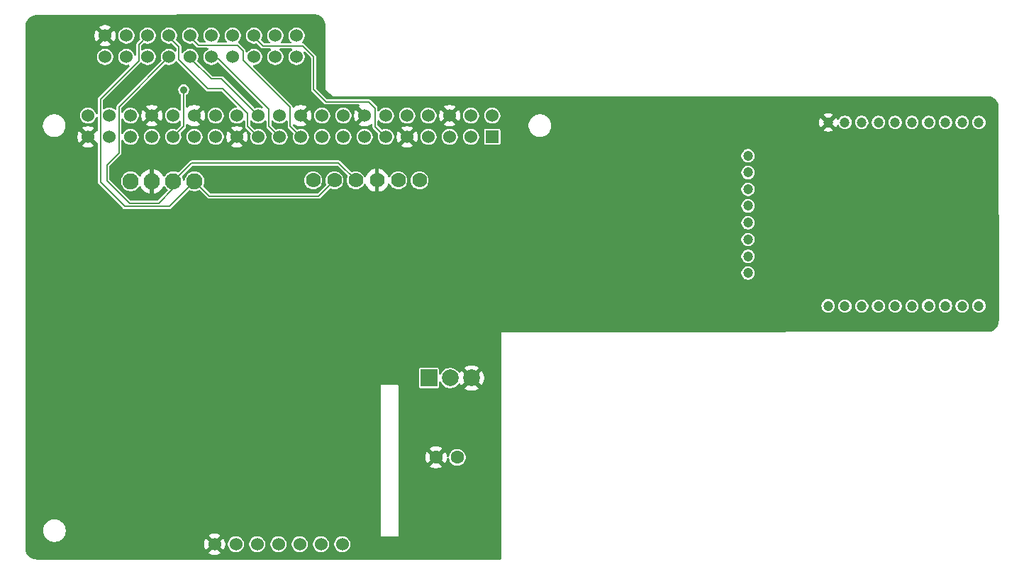
<source format=gbr>
%TF.GenerationSoftware,KiCad,Pcbnew,9.0.2*%
%TF.CreationDate,2025-07-28T15:43:42-04:00*%
%TF.ProjectId,WaterCam_mDot_WittyPi_AHT_BNO_Lepton,57617465-7243-4616-9d5f-6d446f745f57,rev?*%
%TF.SameCoordinates,Original*%
%TF.FileFunction,Copper,L2,Bot*%
%TF.FilePolarity,Positive*%
%FSLAX46Y46*%
G04 Gerber Fmt 4.6, Leading zero omitted, Abs format (unit mm)*
G04 Created by KiCad (PCBNEW 9.0.2) date 2025-07-28 15:43:42*
%MOMM*%
%LPD*%
G01*
G04 APERTURE LIST*
%TA.AperFunction,ComponentPad*%
%ADD10C,1.930400*%
%TD*%
%TA.AperFunction,ComponentPad*%
%ADD11C,1.200000*%
%TD*%
%TA.AperFunction,ComponentPad*%
%ADD12C,1.778000*%
%TD*%
%TA.AperFunction,ComponentPad*%
%ADD13C,1.524000*%
%TD*%
%TA.AperFunction,ComponentPad*%
%ADD14C,1.600000*%
%TD*%
%TA.AperFunction,ComponentPad*%
%ADD15R,2.000000X2.000000*%
%TD*%
%TA.AperFunction,ComponentPad*%
%ADD16C,2.000000*%
%TD*%
%TA.AperFunction,ComponentPad*%
%ADD17R,1.524000X1.524000*%
%TD*%
%TA.AperFunction,ViaPad*%
%ADD18C,0.900000*%
%TD*%
%TA.AperFunction,Conductor*%
%ADD19C,0.200000*%
%TD*%
G04 APERTURE END LIST*
D10*
%TO.P,U1,4,SDA*%
%TO.N,/GPIO2{slash}SDA1*%
X72710000Y-54620000D03*
%TO.P,U1,3,SCL*%
%TO.N,/GPIO3{slash}SCL1*%
X70170000Y-54620000D03*
%TO.P,U1,2,GND*%
%TO.N,GND*%
X67630000Y-54620000D03*
%TO.P,U1,1,VIN*%
%TO.N,+5V*%
X65090000Y-54620000D03*
%TD*%
D11*
%TO.P,U3,24,PC_1*%
%TO.N,unconnected-(U3-PC_1-Pad24)*%
X148365000Y-69500000D03*
%TO.P,U3,1,VDD*%
%TO.N,Net-(J3-3V3)*%
X166365000Y-47580000D03*
%TO.P,U3,2,PA_2*%
%TO.N,/GPIO13{slash}PWM1*%
X164365000Y-47580000D03*
%TO.P,U3,3,PA_3*%
%TO.N,/GPIO12{slash}PWM0*%
X162365000Y-47580000D03*
%TO.P,U3,4,PA_6*%
%TO.N,/GPIO5*%
X160365000Y-47580000D03*
%TO.P,U3,5,NRESET*%
%TO.N,unconnected-(U3-NRESET-Pad5)*%
X158365000Y-47580000D03*
%TO.P,U3,6,PA_8*%
%TO.N,unconnected-(U3-PA_8-Pad6)*%
X156365000Y-47580000D03*
%TO.P,U3,7,PC_9*%
%TO.N,unconnected-(U3-PC_9-Pad7)*%
X154365000Y-47580000D03*
%TO.P,U3,8,RFU*%
%TO.N,unconnected-(U3-RFU-Pad8)*%
X152365000Y-47580000D03*
%TO.P,U3,9,PA_11*%
%TO.N,unconnected-(U3-PA_11-Pad9)*%
X150365000Y-47580000D03*
%TO.P,U3,10,GND*%
%TO.N,GND*%
X148365000Y-47580000D03*
%TO.P,U3,11,VOUT*%
%TO.N,unconnected-(U3-VOUT-Pad11)*%
X138800000Y-51580000D03*
%TO.P,U3,12,GND*%
%TO.N,unconnected-(U3-GND-Pad12)*%
X138800000Y-53580000D03*
%TO.P,U3,13,PA_14*%
%TO.N,unconnected-(U3-PA_14-Pad13)*%
X138800000Y-55580000D03*
%TO.P,U3,14,PA_13*%
%TO.N,unconnected-(U3-PA_13-Pad14)*%
X138800000Y-57560000D03*
%TO.P,U3,15,PB_4*%
%TO.N,unconnected-(U3-PB_4-Pad15)*%
X138800000Y-59580000D03*
%TO.P,U3,16,PB_3*%
%TO.N,unconnected-(U3-PB_3-Pad16)*%
X138800000Y-61580000D03*
%TO.P,U3,17,PA_10*%
%TO.N,unconnected-(U3-PA_10-Pad17)*%
X138800000Y-63580000D03*
%TO.P,U3,18,PA_9*%
%TO.N,unconnected-(U3-PA_9-Pad18)*%
X138800000Y-65580000D03*
%TO.P,U3,19,PB_1*%
%TO.N,Net-(Q1-G)*%
X166365000Y-69500000D03*
%TO.P,U3,20,PB_0*%
%TO.N,unconnected-(U3-PB_0-Pad20)*%
X164365000Y-69540000D03*
%TO.P,U3,21,PA_5*%
%TO.N,unconnected-(U3-PA_5-Pad21)*%
X162365000Y-69500000D03*
%TO.P,U3,22,PA_4*%
%TO.N,unconnected-(U3-PA_4-Pad22)*%
X160365000Y-69500000D03*
%TO.P,U3,23,PA_1*%
%TO.N,unconnected-(U3-PA_1-Pad23)*%
X158365000Y-69540000D03*
%TO.P,U3,24,PC_1*%
%TO.N,unconnected-(U3-PC_1-Pad24)_1*%
X156365000Y-69540000D03*
%TO.P,U3,25,NC*%
%TO.N,unconnected-(U3-NC-Pad25)*%
X154365000Y-69540000D03*
%TO.P,U3,26,PC_13*%
%TO.N,unconnected-(U3-PC_13-Pad26)*%
X152365000Y-69540000D03*
%TO.P,U3,27,PA_0*%
%TO.N,unconnected-(U3-PA_0-Pad27)*%
X150365000Y-69540000D03*
%TD*%
D12*
%TO.P,U2,1,RST*%
%TO.N,unconnected-(U2-RST-Pad1)*%
X86870000Y-54510000D03*
%TO.P,U2,2,SDA*%
%TO.N,/GPIO2{slash}SDA1*%
X89410000Y-54510000D03*
%TO.P,U2,3,SCL*%
%TO.N,/GPIO3{slash}SCL1*%
X91950000Y-54510000D03*
%TO.P,U2,4,GND*%
%TO.N,GND*%
X94490000Y-54510000D03*
%TO.P,U2,5,3V*%
%TO.N,unconnected-(U2-3V-Pad5)*%
X97030000Y-54510000D03*
%TO.P,U2,6,VIN*%
%TO.N,+5V*%
X99570000Y-54510000D03*
%TD*%
D13*
%TO.P,J2,1,Pin_1*%
%TO.N,GND*%
X62030000Y-37230000D03*
%TO.P,J2,2,Pin_2*%
%TO.N,+5V*%
X62030000Y-39770000D03*
%TO.P,J2,3,Pin_3*%
%TO.N,unconnected-(J2-Pin_3-Pad3)*%
X64570000Y-37230000D03*
%TO.P,J2,4,Pin_4*%
%TO.N,unconnected-(J2-Pin_4-Pad4)*%
X64570000Y-39770000D03*
%TO.P,J2,5,Pin_5*%
%TO.N,/GPIO2{slash}SDA1*%
X67110000Y-37230000D03*
%TO.P,J2,6,Pin_6*%
%TO.N,unconnected-(J2-Pin_6-Pad6)*%
X67110000Y-39770000D03*
%TO.P,J2,7,Pin_7*%
%TO.N,/GPIO11{slash}SPI0.SCLK*%
X69650000Y-37230000D03*
%TO.P,J2,8,Pin_8*%
%TO.N,/GPIO3{slash}SCL1*%
X69650000Y-39770000D03*
%TO.P,J2,9,Pin_9*%
%TO.N,/GPIO10{slash}SPI0.MOSI*%
X72190000Y-37230000D03*
%TO.P,J2,10,Pin_10*%
%TO.N,/GPIO8{slash}SPI0.CE0*%
X72190000Y-39770000D03*
%TO.P,J2,11,Pin_11*%
%TO.N,unconnected-(J2-Pin_11-Pad11)*%
X74730000Y-37230000D03*
%TO.P,J2,12,Pin_12*%
%TO.N,/GPIO9{slash}SPI0.MISO*%
X74730000Y-39770000D03*
%TO.P,J2,13,Pin_13*%
%TO.N,unconnected-(J2-Pin_13-Pad13)*%
X77270000Y-37230000D03*
%TO.P,J2,14,Pin_14*%
%TO.N,unconnected-(J2-Pin_14-Pad14)*%
X77270000Y-39770000D03*
%TO.P,J2,15,Pin_15*%
%TO.N,/GPIO17*%
X79810000Y-37230000D03*
%TO.P,J2,16,Pin_16*%
%TO.N,unconnected-(J2-Pin_16-Pad16)*%
X79810000Y-39770000D03*
%TO.P,J2,17,Pin_17*%
%TO.N,/GPIO6*%
X82350000Y-37230000D03*
%TO.P,J2,18,Pin_18*%
%TO.N,unconnected-(J2-Pin_18-Pad18)*%
X82350000Y-39770000D03*
%TO.P,J2,19,Pin_19*%
%TO.N,unconnected-(J2-Pin_19-Pad19)*%
X84890000Y-37230000D03*
%TO.P,J2,20,Pin_20*%
%TO.N,unconnected-(J2-Pin_20-Pad20)*%
X84890000Y-39770000D03*
%TD*%
D14*
%TO.P,R3,1*%
%TO.N,GND*%
X101546000Y-87611000D03*
%TO.P,R3,2*%
%TO.N,Net-(Q1-G)*%
X104086000Y-87611000D03*
%TD*%
D13*
%TO.P,P3,7,GND*%
%TO.N,GND*%
X75110000Y-97990000D03*
%TO.P,P3,6,CATH*%
%TO.N,unconnected-(J3-CATH-Pad6)*%
X77650000Y-97990000D03*
%TO.P,P3,5,SW*%
%TO.N,Net-(J3-SW)*%
X80190000Y-97990000D03*
%TO.P,P3,4,ALM*%
%TO.N,unconnected-(J3-ALM-Pad4)*%
X82730000Y-97990000D03*
%TO.P,P3,3,LED*%
%TO.N,unconnected-(J3-LED-Pad3)*%
X85270000Y-97990000D03*
%TO.P,P3,2,3V3*%
%TO.N,Net-(J3-3V3)*%
X87810000Y-97990000D03*
%TO.P,P3,1,VOUT*%
%TO.N,unconnected-(J3-VOUT-Pad1)*%
X90350000Y-97990000D03*
%TD*%
D15*
%TO.P,Q1,1,D*%
%TO.N,Net-(J3-SW)*%
X100694500Y-78126500D03*
D16*
%TO.P,Q1,2,G*%
%TO.N,Net-(Q1-G)*%
X103234500Y-78126500D03*
%TO.P,Q1,3,S*%
%TO.N,GND*%
X105774500Y-78126500D03*
%TD*%
D17*
%TO.P,J1,1,Pin_1*%
%TO.N,unconnected-(J1-Pin_1-Pad1)*%
X108260000Y-49310000D03*
D13*
%TO.P,J1,2,Pin_2*%
%TO.N,+5V*%
X108260000Y-46770000D03*
%TO.P,J1,3,Pin_3*%
%TO.N,/GPIO2{slash}SDA1*%
X105720000Y-49310000D03*
%TO.P,J1,4,Pin_4*%
%TO.N,+5V*%
X105720000Y-46770000D03*
%TO.P,J1,5,Pin_5*%
%TO.N,/GPIO3{slash}SCL1*%
X103180000Y-49310000D03*
%TO.P,J1,6,Pin_6*%
%TO.N,GND*%
X103180000Y-46770000D03*
%TO.P,J1,7,Pin_7*%
%TO.N,/GPIO4{slash}GPCLK0*%
X100640000Y-49310000D03*
%TO.P,J1,8,Pin_8*%
%TO.N,/GPIO14{slash}TXD0*%
X100640000Y-46770000D03*
%TO.P,J1,9,Pin_9*%
%TO.N,GND*%
X98100000Y-49310000D03*
%TO.P,J1,10,Pin_10*%
%TO.N,/GPIO15{slash}RXD0*%
X98100000Y-46770000D03*
%TO.P,J1,11,Pin_11*%
%TO.N,/GPIO17*%
X95560000Y-49310000D03*
%TO.P,J1,12,Pin_12*%
%TO.N,/GPIO18{slash}PCM.CLK*%
X95560000Y-46770000D03*
%TO.P,J1,13,Pin_13*%
%TO.N,/GPIO27*%
X93020000Y-49310000D03*
%TO.P,J1,14,Pin_14*%
%TO.N,GND*%
X93020000Y-46770000D03*
%TO.P,J1,15,Pin_15*%
%TO.N,/GPIO22*%
X90480000Y-49310000D03*
%TO.P,J1,16,Pin_16*%
%TO.N,/GPIO23*%
X90480000Y-46770000D03*
%TO.P,J1,17,Pin_17*%
%TO.N,unconnected-(J1-Pin_17-Pad17)*%
X87940000Y-49310000D03*
%TO.P,J1,18,Pin_18*%
%TO.N,/GPIO24*%
X87940000Y-46770000D03*
%TO.P,J1,19,Pin_19*%
%TO.N,/GPIO10{slash}SPI0.MOSI*%
X85400000Y-49310000D03*
%TO.P,J1,20,Pin_20*%
%TO.N,GND*%
X85400000Y-46770000D03*
%TO.P,J1,21,Pin_21*%
%TO.N,/GPIO9{slash}SPI0.MISO*%
X82860000Y-49310000D03*
%TO.P,J1,22,Pin_22*%
%TO.N,/GPIO25*%
X82860000Y-46770000D03*
%TO.P,J1,23,Pin_23*%
%TO.N,/GPIO11{slash}SPI0.SCLK*%
X80320000Y-49310000D03*
%TO.P,J1,24,Pin_24*%
%TO.N,/GPIO8{slash}SPI0.CE0*%
X80320000Y-46770000D03*
%TO.P,J1,25,Pin_25*%
%TO.N,GND*%
X77780000Y-49310000D03*
%TO.P,J1,26,Pin_26*%
%TO.N,/GPIO7{slash}SPI0.CE1*%
X77780000Y-46770000D03*
%TO.P,J1,27,Pin_27*%
%TO.N,/ID_SDA*%
X75240000Y-49310000D03*
%TO.P,J1,28,Pin_28*%
%TO.N,/ID_SCL*%
X75240000Y-46770000D03*
%TO.P,J1,29,Pin_29*%
%TO.N,/GPIO5*%
X72700000Y-49310000D03*
%TO.P,J1,30,Pin_30*%
%TO.N,GND*%
X72700000Y-46770000D03*
%TO.P,J1,31,Pin_31*%
%TO.N,/GPIO6*%
X70160000Y-49310000D03*
%TO.P,J1,32,Pin_32*%
%TO.N,/GPIO12{slash}PWM0*%
X70160000Y-46770000D03*
%TO.P,J1,33,Pin_33*%
%TO.N,/GPIO13{slash}PWM1*%
X67620000Y-49310000D03*
%TO.P,J1,34,Pin_34*%
%TO.N,GND*%
X67620000Y-46770000D03*
%TO.P,J1,35,Pin_35*%
%TO.N,/GPIO19{slash}PCM.FS*%
X65080000Y-49310000D03*
%TO.P,J1,36,Pin_36*%
%TO.N,/GPIO16*%
X65080000Y-46770000D03*
%TO.P,J1,37,Pin_37*%
%TO.N,/GPIO26*%
X62540000Y-49310000D03*
%TO.P,J1,38,Pin_38*%
%TO.N,/GPIO20{slash}PCM.DIN*%
X62540000Y-46770000D03*
%TO.P,J1,39,Pin_39*%
%TO.N,GND*%
X60000000Y-49310000D03*
%TO.P,J1,40,Pin_40*%
%TO.N,/GPIO21{slash}PCM.DOUT*%
X60000000Y-46770000D03*
%TD*%
D18*
%TO.N,/GPIO6*%
X71411000Y-43690000D03*
%TD*%
D19*
%TO.N,/GPIO6*%
X71411000Y-43690000D02*
X71411000Y-48059000D01*
X71411000Y-48059000D02*
X70160000Y-49310000D01*
%TO.N,/GPIO3{slash}SCL1*%
X70170000Y-54620000D02*
X72353000Y-52437000D01*
X72353000Y-52437000D02*
X89877000Y-52437000D01*
X89877000Y-52437000D02*
X91950000Y-54510000D01*
%TO.N,/GPIO2{slash}SDA1*%
X72710000Y-54620000D02*
X74497000Y-56407000D01*
X74497000Y-56407000D02*
X87513000Y-56407000D01*
X87513000Y-56407000D02*
X89410000Y-54510000D01*
X66047000Y-40214000D02*
X61476000Y-44785000D01*
X64353000Y-57623000D02*
X69707000Y-57623000D01*
X66047000Y-38293000D02*
X66047000Y-40214000D01*
X67110000Y-37230000D02*
X66047000Y-38293000D01*
X61476000Y-54746000D02*
X64353000Y-57623000D01*
X61476000Y-44785000D02*
X61476000Y-54746000D01*
X69707000Y-57623000D02*
X72710000Y-54620000D01*
%TO.N,/GPIO3{slash}SCL1*%
X63669000Y-45751000D02*
X63669000Y-51251000D01*
X63669000Y-51251000D02*
X62242000Y-52678000D01*
X62242000Y-52678000D02*
X62242000Y-54524000D01*
X62242000Y-54524000D02*
X64940000Y-57222000D01*
X69650000Y-39770000D02*
X63669000Y-45751000D01*
X64940000Y-57222000D02*
X68421000Y-57222000D01*
X68421000Y-57222000D02*
X70170000Y-55473000D01*
X70170000Y-55473000D02*
X70170000Y-54620000D01*
%TO.N,/GPIO8{slash}SPI0.CE0*%
X80320000Y-46770000D02*
X75936800Y-42386800D01*
X74686800Y-42386800D02*
X72300000Y-40000000D01*
X75936800Y-42386800D02*
X74686800Y-42386800D01*
%TO.N,/GPIO17*%
X94260000Y-48080000D02*
X95560000Y-49380000D01*
X95560000Y-49380000D02*
X95560000Y-49310000D01*
X93530000Y-45150000D02*
X94260000Y-45880000D01*
X95560000Y-49310000D02*
X95560000Y-48708300D01*
X94260000Y-45880000D02*
X94260000Y-48080000D01*
X86920000Y-43650000D02*
X88420000Y-45150000D01*
X85642000Y-38449000D02*
X86920000Y-39727000D01*
X86920000Y-39727000D02*
X86920000Y-43650000D01*
X79920000Y-37460000D02*
X80909000Y-38449000D01*
X80909000Y-38449000D02*
X85642000Y-38449000D01*
X88420000Y-45150000D02*
X93530000Y-45150000D01*
%TO.N,/GPIO11{slash}SPI0.SCLK*%
X79050000Y-48040000D02*
X79050000Y-46523600D01*
X79050000Y-46523600D02*
X76111400Y-43585000D01*
X74335700Y-43585000D02*
X70835200Y-40084500D01*
X70835200Y-38535200D02*
X69760000Y-37460000D01*
X76111400Y-43585000D02*
X74335700Y-43585000D01*
X80320000Y-49310000D02*
X79050000Y-48040000D01*
X70835200Y-40084500D02*
X70835200Y-38535200D01*
%TO.N,/GPIO9{slash}SPI0.MISO*%
X81590000Y-48040000D02*
X82860000Y-49310000D01*
X81590000Y-46006000D02*
X81590000Y-48040000D01*
X74840000Y-40000000D02*
X75584000Y-40000000D01*
X75584000Y-40000000D02*
X81590000Y-46006000D01*
%TO.N,/GPIO10{slash}SPI0.MOSI*%
X84130000Y-45772500D02*
X84130000Y-48040000D01*
X73218000Y-38378000D02*
X77833000Y-38378000D01*
X78519000Y-40161500D02*
X84130000Y-45772500D01*
X78519000Y-39064000D02*
X78519000Y-40161500D01*
X77833000Y-38378000D02*
X78519000Y-39064000D01*
X84130000Y-48040000D02*
X85400000Y-49310000D01*
X72300000Y-37460000D02*
X73218000Y-38378000D01*
%TD*%
%TA.AperFunction,Conductor*%
%TO.N,GND*%
G36*
X86965652Y-34645051D02*
G01*
X87170233Y-34657632D01*
X87189748Y-34660403D01*
X87384889Y-34704176D01*
X87403723Y-34710008D01*
X87589448Y-34784171D01*
X87607120Y-34792916D01*
X87778738Y-34895594D01*
X87794795Y-34907028D01*
X87947962Y-35035624D01*
X87962009Y-35049466D01*
X88092836Y-35200713D01*
X88104513Y-35216611D01*
X88209701Y-35386688D01*
X88218710Y-35404238D01*
X88295594Y-35588842D01*
X88301706Y-35607597D01*
X88348346Y-35802064D01*
X88351406Y-35821550D01*
X88367017Y-36026177D01*
X88367376Y-36035507D01*
X88367376Y-36035901D01*
X88367337Y-36047223D01*
X88367385Y-36047291D01*
X88367402Y-36066668D01*
X88367394Y-36066692D01*
X88367402Y-36066740D01*
X88369141Y-42993092D01*
X88369138Y-42993928D01*
X88368483Y-43094720D01*
X88368484Y-43094730D01*
X88388464Y-43237469D01*
X88389661Y-43254562D01*
X88389999Y-43691999D01*
X88390000Y-43692000D01*
X89256000Y-44466000D01*
X89697552Y-44465132D01*
X89701523Y-44465190D01*
X89707435Y-44465372D01*
X89763853Y-44472543D01*
X89870470Y-44470499D01*
X167296068Y-44441512D01*
X167299863Y-44442076D01*
X167315513Y-44441790D01*
X167315515Y-44441791D01*
X167326990Y-44441581D01*
X167336833Y-44441793D01*
X167541396Y-44454369D01*
X167560919Y-44457140D01*
X167756064Y-44500912D01*
X167774891Y-44506742D01*
X167960621Y-44580905D01*
X167978299Y-44589653D01*
X168149915Y-44692330D01*
X168165970Y-44703762D01*
X168215611Y-44745439D01*
X168319133Y-44832355D01*
X168333183Y-44846201D01*
X168464011Y-44997450D01*
X168475689Y-45013349D01*
X168580870Y-45183422D01*
X168589879Y-45200971D01*
X168666765Y-45385585D01*
X168672876Y-45404341D01*
X168719510Y-45598802D01*
X168722570Y-45618291D01*
X168738187Y-45823099D01*
X168738497Y-45829027D01*
X168738552Y-45831003D01*
X168738507Y-45843964D01*
X168738935Y-45844558D01*
X168739456Y-45862986D01*
X168739144Y-45864168D01*
X168739505Y-45866468D01*
X168743236Y-71186937D01*
X168742667Y-71190760D01*
X168743159Y-71217834D01*
X168742945Y-71227694D01*
X168730368Y-71432225D01*
X168727595Y-71451755D01*
X168683824Y-71646884D01*
X168677989Y-71665727D01*
X168603830Y-71851443D01*
X168595081Y-71869123D01*
X168492409Y-72040732D01*
X168480967Y-72056801D01*
X168352378Y-72209959D01*
X168338533Y-72224009D01*
X168187286Y-72354836D01*
X168171388Y-72366513D01*
X168001311Y-72471701D01*
X167983761Y-72480710D01*
X167799157Y-72557594D01*
X167780402Y-72563706D01*
X167585935Y-72610346D01*
X167566448Y-72613406D01*
X167361878Y-72629012D01*
X167352446Y-72629371D01*
X167351051Y-72629371D01*
X167350627Y-72629370D01*
X167322235Y-72629272D01*
X167321515Y-72629384D01*
X118906967Y-72649671D01*
X118906949Y-72649671D01*
X118902173Y-72649674D01*
X118798469Y-72647751D01*
X118678927Y-72663047D01*
X118674663Y-72663298D01*
X118673817Y-72663102D01*
X118667418Y-72663511D01*
X114911015Y-72663999D01*
X114911000Y-72664000D01*
X112336000Y-72665000D01*
X109315000Y-72665000D01*
X109315000Y-99685500D01*
X109295315Y-99752539D01*
X109242511Y-99798294D01*
X109191000Y-99809500D01*
X53860595Y-99809500D01*
X53860595Y-99809183D01*
X53851365Y-99809936D01*
X53695774Y-99800368D01*
X53676244Y-99797595D01*
X53481115Y-99753824D01*
X53462272Y-99747989D01*
X53276556Y-99673830D01*
X53258876Y-99665081D01*
X53192208Y-99625194D01*
X53087264Y-99562407D01*
X53071202Y-99550969D01*
X52918037Y-99422375D01*
X52903990Y-99408533D01*
X52773163Y-99257286D01*
X52761486Y-99241388D01*
X52748830Y-99220924D01*
X52656295Y-99071306D01*
X52647290Y-99053763D01*
X52642676Y-99042685D01*
X52570405Y-98869157D01*
X52564293Y-98850402D01*
X52537978Y-98740680D01*
X52517652Y-98655932D01*
X52514593Y-98636449D01*
X52504031Y-98498000D01*
X52498981Y-98431801D01*
X52498623Y-98422445D01*
X52498622Y-98422308D01*
X52498663Y-98410777D01*
X52498617Y-98410714D01*
X52498609Y-98392016D01*
X52498609Y-98391120D01*
X52498616Y-98391097D01*
X52498609Y-98391054D01*
X52498673Y-97890678D01*
X73848000Y-97890678D01*
X73848000Y-98089321D01*
X73879075Y-98285520D01*
X73879075Y-98285523D01*
X73940457Y-98474437D01*
X74030641Y-98651432D01*
X74057730Y-98688715D01*
X74620504Y-98125941D01*
X74636619Y-98186081D01*
X74703498Y-98301920D01*
X74798080Y-98396502D01*
X74913919Y-98463381D01*
X74974057Y-98479494D01*
X74411283Y-99042268D01*
X74411283Y-99042269D01*
X74448567Y-99069358D01*
X74625562Y-99159542D01*
X74814477Y-99220924D01*
X75010679Y-99252000D01*
X75209321Y-99252000D01*
X75405520Y-99220924D01*
X75405523Y-99220924D01*
X75594437Y-99159542D01*
X75771425Y-99069362D01*
X75808716Y-99042268D01*
X75245942Y-98479494D01*
X75306081Y-98463381D01*
X75421920Y-98396502D01*
X75516502Y-98301920D01*
X75583381Y-98186081D01*
X75599495Y-98125942D01*
X76162268Y-98688715D01*
X76189362Y-98651425D01*
X76279542Y-98474437D01*
X76340924Y-98285523D01*
X76340924Y-98285520D01*
X76372000Y-98089321D01*
X76372000Y-97895197D01*
X76687500Y-97895197D01*
X76687500Y-98084802D01*
X76724486Y-98270743D01*
X76724488Y-98270751D01*
X76797042Y-98445912D01*
X76902377Y-98603558D01*
X77036441Y-98737622D01*
X77141300Y-98807686D01*
X77194085Y-98842956D01*
X77369249Y-98915512D01*
X77555197Y-98952499D01*
X77555201Y-98952500D01*
X77555202Y-98952500D01*
X77744799Y-98952500D01*
X77744800Y-98952499D01*
X77930751Y-98915512D01*
X78105915Y-98842956D01*
X78263558Y-98737622D01*
X78397622Y-98603558D01*
X78502956Y-98445915D01*
X78575512Y-98270751D01*
X78612500Y-98084798D01*
X78612500Y-97895202D01*
X78612499Y-97895197D01*
X79227500Y-97895197D01*
X79227500Y-98084802D01*
X79264486Y-98270743D01*
X79264488Y-98270751D01*
X79337042Y-98445912D01*
X79442377Y-98603558D01*
X79576441Y-98737622D01*
X79681300Y-98807686D01*
X79734085Y-98842956D01*
X79909249Y-98915512D01*
X80095197Y-98952499D01*
X80095201Y-98952500D01*
X80095202Y-98952500D01*
X80284799Y-98952500D01*
X80284800Y-98952499D01*
X80470751Y-98915512D01*
X80645915Y-98842956D01*
X80803558Y-98737622D01*
X80937622Y-98603558D01*
X81042956Y-98445915D01*
X81115512Y-98270751D01*
X81152500Y-98084798D01*
X81152500Y-97895202D01*
X81152499Y-97895197D01*
X81767500Y-97895197D01*
X81767500Y-98084802D01*
X81804486Y-98270743D01*
X81804488Y-98270751D01*
X81877042Y-98445912D01*
X81982377Y-98603558D01*
X82116441Y-98737622D01*
X82221300Y-98807686D01*
X82274085Y-98842956D01*
X82449249Y-98915512D01*
X82635197Y-98952499D01*
X82635201Y-98952500D01*
X82635202Y-98952500D01*
X82824799Y-98952500D01*
X82824800Y-98952499D01*
X83010751Y-98915512D01*
X83185915Y-98842956D01*
X83343558Y-98737622D01*
X83477622Y-98603558D01*
X83582956Y-98445915D01*
X83655512Y-98270751D01*
X83692500Y-98084798D01*
X83692500Y-97895202D01*
X83692499Y-97895197D01*
X84307500Y-97895197D01*
X84307500Y-98084802D01*
X84344486Y-98270743D01*
X84344488Y-98270751D01*
X84417042Y-98445912D01*
X84522377Y-98603558D01*
X84656441Y-98737622D01*
X84761300Y-98807686D01*
X84814085Y-98842956D01*
X84989249Y-98915512D01*
X85175197Y-98952499D01*
X85175201Y-98952500D01*
X85175202Y-98952500D01*
X85364799Y-98952500D01*
X85364800Y-98952499D01*
X85550751Y-98915512D01*
X85725915Y-98842956D01*
X85883558Y-98737622D01*
X86017622Y-98603558D01*
X86122956Y-98445915D01*
X86195512Y-98270751D01*
X86232500Y-98084798D01*
X86232500Y-97895202D01*
X86232499Y-97895197D01*
X86847500Y-97895197D01*
X86847500Y-98084802D01*
X86884486Y-98270743D01*
X86884488Y-98270751D01*
X86957042Y-98445912D01*
X87062377Y-98603558D01*
X87196441Y-98737622D01*
X87301300Y-98807686D01*
X87354085Y-98842956D01*
X87529249Y-98915512D01*
X87715197Y-98952499D01*
X87715201Y-98952500D01*
X87715202Y-98952500D01*
X87904799Y-98952500D01*
X87904800Y-98952499D01*
X88090751Y-98915512D01*
X88265915Y-98842956D01*
X88423558Y-98737622D01*
X88557622Y-98603558D01*
X88662956Y-98445915D01*
X88735512Y-98270751D01*
X88772500Y-98084798D01*
X88772500Y-97895202D01*
X88772499Y-97895197D01*
X89387500Y-97895197D01*
X89387500Y-98084802D01*
X89424486Y-98270743D01*
X89424488Y-98270751D01*
X89497042Y-98445912D01*
X89602377Y-98603558D01*
X89736441Y-98737622D01*
X89841300Y-98807686D01*
X89894085Y-98842956D01*
X90069249Y-98915512D01*
X90255197Y-98952499D01*
X90255201Y-98952500D01*
X90255202Y-98952500D01*
X90444799Y-98952500D01*
X90444800Y-98952499D01*
X90630751Y-98915512D01*
X90805915Y-98842956D01*
X90963558Y-98737622D01*
X91097622Y-98603558D01*
X91202956Y-98445915D01*
X91275512Y-98270751D01*
X91312500Y-98084798D01*
X91312500Y-97895202D01*
X91275512Y-97709249D01*
X91202956Y-97534085D01*
X91167686Y-97481300D01*
X91097622Y-97376441D01*
X90963558Y-97242377D01*
X90805912Y-97137042D01*
X90630751Y-97064488D01*
X90630743Y-97064486D01*
X90444802Y-97027500D01*
X90444798Y-97027500D01*
X90255202Y-97027500D01*
X90255197Y-97027500D01*
X90069256Y-97064486D01*
X90069248Y-97064488D01*
X89894087Y-97137042D01*
X89736441Y-97242377D01*
X89602377Y-97376441D01*
X89497042Y-97534087D01*
X89424488Y-97709248D01*
X89424486Y-97709256D01*
X89387500Y-97895197D01*
X88772499Y-97895197D01*
X88735512Y-97709249D01*
X88662956Y-97534085D01*
X88627686Y-97481300D01*
X88557622Y-97376441D01*
X88423558Y-97242377D01*
X88265912Y-97137042D01*
X88090751Y-97064488D01*
X88090743Y-97064486D01*
X87904802Y-97027500D01*
X87904798Y-97027500D01*
X87715202Y-97027500D01*
X87715197Y-97027500D01*
X87529256Y-97064486D01*
X87529248Y-97064488D01*
X87354087Y-97137042D01*
X87196441Y-97242377D01*
X87062377Y-97376441D01*
X86957042Y-97534087D01*
X86884488Y-97709248D01*
X86884486Y-97709256D01*
X86847500Y-97895197D01*
X86232499Y-97895197D01*
X86195512Y-97709249D01*
X86122956Y-97534085D01*
X86087686Y-97481300D01*
X86017622Y-97376441D01*
X85883558Y-97242377D01*
X85725912Y-97137042D01*
X85550751Y-97064488D01*
X85550743Y-97064486D01*
X85364802Y-97027500D01*
X85364798Y-97027500D01*
X85175202Y-97027500D01*
X85175197Y-97027500D01*
X84989256Y-97064486D01*
X84989248Y-97064488D01*
X84814087Y-97137042D01*
X84656441Y-97242377D01*
X84522377Y-97376441D01*
X84417042Y-97534087D01*
X84344488Y-97709248D01*
X84344486Y-97709256D01*
X84307500Y-97895197D01*
X83692499Y-97895197D01*
X83655512Y-97709249D01*
X83582956Y-97534085D01*
X83547686Y-97481300D01*
X83477622Y-97376441D01*
X83343558Y-97242377D01*
X83185912Y-97137042D01*
X83010751Y-97064488D01*
X83010743Y-97064486D01*
X82824802Y-97027500D01*
X82824798Y-97027500D01*
X82635202Y-97027500D01*
X82635197Y-97027500D01*
X82449256Y-97064486D01*
X82449248Y-97064488D01*
X82274087Y-97137042D01*
X82116441Y-97242377D01*
X81982377Y-97376441D01*
X81877042Y-97534087D01*
X81804488Y-97709248D01*
X81804486Y-97709256D01*
X81767500Y-97895197D01*
X81152499Y-97895197D01*
X81115512Y-97709249D01*
X81042956Y-97534085D01*
X81007686Y-97481300D01*
X80937622Y-97376441D01*
X80803558Y-97242377D01*
X80645912Y-97137042D01*
X80470751Y-97064488D01*
X80470743Y-97064486D01*
X80284802Y-97027500D01*
X80284798Y-97027500D01*
X80095202Y-97027500D01*
X80095197Y-97027500D01*
X79909256Y-97064486D01*
X79909248Y-97064488D01*
X79734087Y-97137042D01*
X79576441Y-97242377D01*
X79442377Y-97376441D01*
X79337042Y-97534087D01*
X79264488Y-97709248D01*
X79264486Y-97709256D01*
X79227500Y-97895197D01*
X78612499Y-97895197D01*
X78575512Y-97709249D01*
X78502956Y-97534085D01*
X78467686Y-97481300D01*
X78397622Y-97376441D01*
X78263558Y-97242377D01*
X78105912Y-97137042D01*
X77930751Y-97064488D01*
X77930743Y-97064486D01*
X77744802Y-97027500D01*
X77744798Y-97027500D01*
X77555202Y-97027500D01*
X77555197Y-97027500D01*
X77369256Y-97064486D01*
X77369248Y-97064488D01*
X77194087Y-97137042D01*
X77036441Y-97242377D01*
X76902377Y-97376441D01*
X76797042Y-97534087D01*
X76724488Y-97709248D01*
X76724486Y-97709256D01*
X76687500Y-97895197D01*
X76372000Y-97895197D01*
X76372000Y-97890678D01*
X76340924Y-97694479D01*
X76340924Y-97694476D01*
X76279542Y-97505562D01*
X76189358Y-97328567D01*
X76162268Y-97291283D01*
X75599494Y-97854057D01*
X75583381Y-97793919D01*
X75516502Y-97678080D01*
X75421920Y-97583498D01*
X75306081Y-97516619D01*
X75245942Y-97500504D01*
X75808716Y-96937731D01*
X75808715Y-96937730D01*
X75771432Y-96910641D01*
X75594437Y-96820457D01*
X75405522Y-96759075D01*
X75209321Y-96728000D01*
X75010679Y-96728000D01*
X74814479Y-96759075D01*
X74814476Y-96759075D01*
X74625562Y-96820457D01*
X74448564Y-96910643D01*
X74411283Y-96937729D01*
X74411282Y-96937730D01*
X74974058Y-97500504D01*
X74913919Y-97516619D01*
X74798080Y-97583498D01*
X74703498Y-97678080D01*
X74636619Y-97793919D01*
X74620504Y-97854057D01*
X74057730Y-97291282D01*
X74057729Y-97291283D01*
X74030643Y-97328564D01*
X73940457Y-97505562D01*
X73879075Y-97694476D01*
X73879075Y-97694479D01*
X73848000Y-97890678D01*
X52498673Y-97890678D01*
X52498884Y-96253713D01*
X54633500Y-96253713D01*
X54633500Y-96466286D01*
X54666595Y-96675243D01*
X54666754Y-96676243D01*
X54713612Y-96820457D01*
X54732444Y-96878414D01*
X54828951Y-97067820D01*
X54953890Y-97239786D01*
X55104213Y-97390109D01*
X55276179Y-97515048D01*
X55276181Y-97515049D01*
X55276184Y-97515051D01*
X55465588Y-97611557D01*
X55667757Y-97677246D01*
X55877713Y-97710500D01*
X55877714Y-97710500D01*
X56090286Y-97710500D01*
X56090287Y-97710500D01*
X56300243Y-97677246D01*
X56502412Y-97611557D01*
X56691816Y-97515051D01*
X56737307Y-97482000D01*
X56863786Y-97390109D01*
X56863788Y-97390106D01*
X56863792Y-97390104D01*
X57014104Y-97239792D01*
X57014106Y-97239788D01*
X57014109Y-97239786D01*
X57088754Y-97137044D01*
X57139051Y-97067816D01*
X57235557Y-96878412D01*
X57301246Y-96676243D01*
X57334500Y-96466287D01*
X57334500Y-96253713D01*
X57301246Y-96043757D01*
X57235557Y-95841588D01*
X57139051Y-95652184D01*
X57139049Y-95652181D01*
X57139048Y-95652179D01*
X57014109Y-95480213D01*
X56863786Y-95329890D01*
X56691820Y-95204951D01*
X56502414Y-95108444D01*
X56502413Y-95108443D01*
X56502412Y-95108443D01*
X56300243Y-95042754D01*
X56300241Y-95042753D01*
X56300240Y-95042753D01*
X56138957Y-95017208D01*
X56090287Y-95009500D01*
X55877713Y-95009500D01*
X55829042Y-95017208D01*
X55667760Y-95042753D01*
X55465585Y-95108444D01*
X55276179Y-95204951D01*
X55104213Y-95329890D01*
X54953890Y-95480213D01*
X54828951Y-95652179D01*
X54732444Y-95841585D01*
X54666753Y-96043760D01*
X54633500Y-96253713D01*
X52498884Y-96253713D01*
X52501100Y-78999081D01*
X94929500Y-78999081D01*
X94929500Y-78999082D01*
X94929500Y-97040918D01*
X94959082Y-97070500D01*
X97000918Y-97070500D01*
X97030500Y-97040918D01*
X97030500Y-87508682D01*
X100246000Y-87508682D01*
X100246000Y-87713317D01*
X100278009Y-87915417D01*
X100341244Y-88110031D01*
X100434141Y-88292350D01*
X100434147Y-88292359D01*
X100466523Y-88336921D01*
X100466524Y-88336922D01*
X101146000Y-87657446D01*
X101146000Y-87663661D01*
X101173259Y-87765394D01*
X101225920Y-87856606D01*
X101300394Y-87931080D01*
X101391606Y-87983741D01*
X101493339Y-88011000D01*
X101499553Y-88011000D01*
X100820076Y-88690474D01*
X100864650Y-88722859D01*
X101046968Y-88815755D01*
X101241582Y-88878990D01*
X101443683Y-88911000D01*
X101648317Y-88911000D01*
X101850417Y-88878990D01*
X102045031Y-88815755D01*
X102227349Y-88722859D01*
X102271921Y-88690474D01*
X101592447Y-88011000D01*
X101598661Y-88011000D01*
X101700394Y-87983741D01*
X101791606Y-87931080D01*
X101866080Y-87856606D01*
X101918741Y-87765394D01*
X101946000Y-87663661D01*
X101946000Y-87657448D01*
X102625474Y-88336922D01*
X102625474Y-88336921D01*
X102657859Y-88292349D01*
X102750755Y-88110031D01*
X102813990Y-87915417D01*
X102843875Y-87726731D01*
X102873804Y-87663596D01*
X102933116Y-87626665D01*
X103002978Y-87627663D01*
X103061211Y-87666273D01*
X103087965Y-87721937D01*
X103123947Y-87902829D01*
X103123950Y-87902839D01*
X103199364Y-88084907D01*
X103199371Y-88084920D01*
X103308860Y-88248781D01*
X103308863Y-88248785D01*
X103448214Y-88388136D01*
X103448218Y-88388139D01*
X103612079Y-88497628D01*
X103612092Y-88497635D01*
X103794160Y-88573049D01*
X103794165Y-88573051D01*
X103794169Y-88573051D01*
X103794170Y-88573052D01*
X103987456Y-88611500D01*
X103987459Y-88611500D01*
X104184543Y-88611500D01*
X104314582Y-88585632D01*
X104377835Y-88573051D01*
X104559914Y-88497632D01*
X104723782Y-88388139D01*
X104863139Y-88248782D01*
X104972632Y-88084914D01*
X105048051Y-87902835D01*
X105083081Y-87726731D01*
X105086500Y-87709543D01*
X105086500Y-87512456D01*
X105048052Y-87319170D01*
X105048051Y-87319169D01*
X105048051Y-87319165D01*
X105036352Y-87290920D01*
X104972635Y-87137092D01*
X104972628Y-87137079D01*
X104863139Y-86973218D01*
X104863136Y-86973214D01*
X104723785Y-86833863D01*
X104723781Y-86833860D01*
X104559920Y-86724371D01*
X104559907Y-86724364D01*
X104377839Y-86648950D01*
X104377829Y-86648947D01*
X104184543Y-86610500D01*
X104184541Y-86610500D01*
X103987459Y-86610500D01*
X103987457Y-86610500D01*
X103794170Y-86648947D01*
X103794160Y-86648950D01*
X103612092Y-86724364D01*
X103612079Y-86724371D01*
X103448218Y-86833860D01*
X103448214Y-86833863D01*
X103308863Y-86973214D01*
X103308860Y-86973218D01*
X103199371Y-87137079D01*
X103199364Y-87137092D01*
X103123950Y-87319160D01*
X103123947Y-87319170D01*
X103087965Y-87500062D01*
X103055580Y-87561973D01*
X102994864Y-87596547D01*
X102925094Y-87592806D01*
X102868423Y-87551940D01*
X102843875Y-87495268D01*
X102813990Y-87306582D01*
X102750755Y-87111968D01*
X102657859Y-86929650D01*
X102625474Y-86885077D01*
X102625474Y-86885076D01*
X101946000Y-87564551D01*
X101946000Y-87558339D01*
X101918741Y-87456606D01*
X101866080Y-87365394D01*
X101791606Y-87290920D01*
X101700394Y-87238259D01*
X101598661Y-87211000D01*
X101592446Y-87211000D01*
X102271922Y-86531524D01*
X102271921Y-86531523D01*
X102227359Y-86499147D01*
X102227350Y-86499141D01*
X102045031Y-86406244D01*
X101850417Y-86343009D01*
X101648317Y-86311000D01*
X101443683Y-86311000D01*
X101241582Y-86343009D01*
X101046968Y-86406244D01*
X100864644Y-86499143D01*
X100820077Y-86531523D01*
X100820077Y-86531524D01*
X101499554Y-87211000D01*
X101493339Y-87211000D01*
X101391606Y-87238259D01*
X101300394Y-87290920D01*
X101225920Y-87365394D01*
X101173259Y-87456606D01*
X101146000Y-87558339D01*
X101146000Y-87564553D01*
X100466524Y-86885077D01*
X100466523Y-86885077D01*
X100434143Y-86929644D01*
X100341244Y-87111968D01*
X100278009Y-87306582D01*
X100246000Y-87508682D01*
X97030500Y-87508682D01*
X97030500Y-78999082D01*
X97000918Y-78969500D01*
X95000918Y-78969500D01*
X94959082Y-78969500D01*
X94959081Y-78969500D01*
X94929500Y-78999081D01*
X52501100Y-78999081D01*
X52501343Y-77106747D01*
X99494000Y-77106747D01*
X99494000Y-79146252D01*
X99505631Y-79204729D01*
X99505632Y-79204730D01*
X99549947Y-79271052D01*
X99616269Y-79315367D01*
X99616270Y-79315368D01*
X99674747Y-79326999D01*
X99674750Y-79327000D01*
X99674752Y-79327000D01*
X101714250Y-79327000D01*
X101714251Y-79326999D01*
X101729068Y-79324052D01*
X101772729Y-79315368D01*
X101772729Y-79315367D01*
X101772731Y-79315367D01*
X101839052Y-79271052D01*
X101883367Y-79204731D01*
X101883367Y-79204729D01*
X101883368Y-79204729D01*
X101894999Y-79146252D01*
X101895000Y-79146250D01*
X101895000Y-78658409D01*
X101914685Y-78591370D01*
X101967489Y-78545615D01*
X102036647Y-78535671D01*
X102100203Y-78564696D01*
X102129484Y-78602113D01*
X102207740Y-78755699D01*
X102318810Y-78908573D01*
X102452427Y-79042190D01*
X102605301Y-79153260D01*
X102680183Y-79191414D01*
X102773663Y-79239045D01*
X102773665Y-79239045D01*
X102773668Y-79239047D01*
X102869997Y-79270346D01*
X102953381Y-79297440D01*
X103140014Y-79327000D01*
X103140019Y-79327000D01*
X103328986Y-79327000D01*
X103515618Y-79297440D01*
X103695332Y-79239047D01*
X103863699Y-79153260D01*
X104016573Y-79042190D01*
X104150190Y-78908573D01*
X104230691Y-78797772D01*
X104286021Y-78755107D01*
X104355634Y-78749128D01*
X104417429Y-78781734D01*
X104441493Y-78814363D01*
X104491583Y-78912669D01*
X104491584Y-78912670D01*
X104551838Y-78995604D01*
X104551840Y-78995605D01*
X105161976Y-78385468D01*
X105185184Y-78441496D01*
X105257961Y-78550413D01*
X105350587Y-78643039D01*
X105459504Y-78715816D01*
X105515530Y-78739022D01*
X104905393Y-79349158D01*
X104988328Y-79409414D01*
X105198697Y-79516602D01*
X105423252Y-79589565D01*
X105423251Y-79589565D01*
X105656448Y-79626500D01*
X105892552Y-79626500D01*
X106125747Y-79589565D01*
X106350302Y-79516602D01*
X106560663Y-79409418D01*
X106560669Y-79409414D01*
X106643604Y-79349158D01*
X106643605Y-79349158D01*
X106033469Y-78739022D01*
X106089496Y-78715816D01*
X106198413Y-78643039D01*
X106291039Y-78550413D01*
X106363816Y-78441496D01*
X106387022Y-78385469D01*
X106997158Y-78995605D01*
X106997158Y-78995604D01*
X107057414Y-78912669D01*
X107057418Y-78912663D01*
X107164602Y-78702302D01*
X107237565Y-78477747D01*
X107274500Y-78244552D01*
X107274500Y-78008447D01*
X107237565Y-77775252D01*
X107164602Y-77550697D01*
X107057414Y-77340328D01*
X106997158Y-77257394D01*
X106997158Y-77257393D01*
X106387022Y-77867529D01*
X106363816Y-77811504D01*
X106291039Y-77702587D01*
X106198413Y-77609961D01*
X106089496Y-77537184D01*
X106033469Y-77513977D01*
X106643605Y-76903840D01*
X106643604Y-76903838D01*
X106560674Y-76843587D01*
X106350302Y-76736397D01*
X106125747Y-76663434D01*
X106125748Y-76663434D01*
X105892552Y-76626500D01*
X105656448Y-76626500D01*
X105423252Y-76663434D01*
X105198697Y-76736397D01*
X104988330Y-76843584D01*
X104905394Y-76903840D01*
X105515531Y-77513977D01*
X105459504Y-77537184D01*
X105350587Y-77609961D01*
X105257961Y-77702587D01*
X105185184Y-77811504D01*
X105161977Y-77867531D01*
X104551840Y-77257394D01*
X104491583Y-77340333D01*
X104441493Y-77438638D01*
X104393518Y-77489433D01*
X104325697Y-77506228D01*
X104259563Y-77483690D01*
X104230691Y-77455227D01*
X104218638Y-77438638D01*
X104150190Y-77344427D01*
X104016573Y-77210810D01*
X103863699Y-77099740D01*
X103762681Y-77048269D01*
X103695336Y-77013954D01*
X103515618Y-76955559D01*
X103328986Y-76926000D01*
X103328981Y-76926000D01*
X103140019Y-76926000D01*
X103140014Y-76926000D01*
X102953381Y-76955559D01*
X102773663Y-77013954D01*
X102605300Y-77099740D01*
X102518079Y-77163110D01*
X102452427Y-77210810D01*
X102452425Y-77210812D01*
X102452424Y-77210812D01*
X102318812Y-77344424D01*
X102318812Y-77344425D01*
X102318810Y-77344427D01*
X102318808Y-77344430D01*
X102207740Y-77497300D01*
X102129485Y-77650885D01*
X102081510Y-77701681D01*
X102013689Y-77718476D01*
X101947554Y-77695939D01*
X101904103Y-77641223D01*
X101895000Y-77594590D01*
X101895000Y-77106749D01*
X101894999Y-77106747D01*
X101883368Y-77048270D01*
X101883367Y-77048269D01*
X101839052Y-76981947D01*
X101772730Y-76937632D01*
X101772729Y-76937631D01*
X101714252Y-76926000D01*
X101714248Y-76926000D01*
X99674752Y-76926000D01*
X99674747Y-76926000D01*
X99616270Y-76937631D01*
X99616269Y-76937632D01*
X99549947Y-76981947D01*
X99505632Y-77048269D01*
X99505631Y-77048270D01*
X99494000Y-77106747D01*
X52501343Y-77106747D01*
X52502330Y-69421153D01*
X147564500Y-69421153D01*
X147564500Y-69578846D01*
X147595261Y-69733489D01*
X147595264Y-69733501D01*
X147655602Y-69879172D01*
X147655609Y-69879185D01*
X147743210Y-70010288D01*
X147743213Y-70010292D01*
X147854707Y-70121786D01*
X147854711Y-70121789D01*
X147985814Y-70209390D01*
X147985827Y-70209397D01*
X148131498Y-70269735D01*
X148131503Y-70269737D01*
X148286153Y-70300499D01*
X148286156Y-70300500D01*
X148286158Y-70300500D01*
X148443844Y-70300500D01*
X148443845Y-70300499D01*
X148598497Y-70269737D01*
X148744179Y-70209394D01*
X148875289Y-70121789D01*
X148986789Y-70010289D01*
X149074394Y-69879179D01*
X149134737Y-69733497D01*
X149165500Y-69578842D01*
X149165500Y-69461153D01*
X149564500Y-69461153D01*
X149564500Y-69618846D01*
X149595261Y-69773489D01*
X149595264Y-69773501D01*
X149655602Y-69919172D01*
X149655609Y-69919185D01*
X149743210Y-70050288D01*
X149743213Y-70050292D01*
X149854707Y-70161786D01*
X149854711Y-70161789D01*
X149985814Y-70249390D01*
X149985827Y-70249397D01*
X150131498Y-70309735D01*
X150131503Y-70309737D01*
X150286153Y-70340499D01*
X150286156Y-70340500D01*
X150286158Y-70340500D01*
X150443844Y-70340500D01*
X150443845Y-70340499D01*
X150598497Y-70309737D01*
X150744179Y-70249394D01*
X150875289Y-70161789D01*
X150986789Y-70050289D01*
X151074394Y-69919179D01*
X151134737Y-69773497D01*
X151165500Y-69618842D01*
X151165500Y-69461158D01*
X151165500Y-69461156D01*
X151165500Y-69461155D01*
X151165499Y-69461153D01*
X151564500Y-69461153D01*
X151564500Y-69618846D01*
X151595261Y-69773489D01*
X151595264Y-69773501D01*
X151655602Y-69919172D01*
X151655609Y-69919185D01*
X151743210Y-70050288D01*
X151743213Y-70050292D01*
X151854707Y-70161786D01*
X151854711Y-70161789D01*
X151985814Y-70249390D01*
X151985827Y-70249397D01*
X152131498Y-70309735D01*
X152131503Y-70309737D01*
X152286153Y-70340499D01*
X152286156Y-70340500D01*
X152286158Y-70340500D01*
X152443844Y-70340500D01*
X152443845Y-70340499D01*
X152598497Y-70309737D01*
X152744179Y-70249394D01*
X152875289Y-70161789D01*
X152986789Y-70050289D01*
X153074394Y-69919179D01*
X153134737Y-69773497D01*
X153165500Y-69618842D01*
X153165500Y-69461158D01*
X153165500Y-69461156D01*
X153165500Y-69461155D01*
X153165499Y-69461153D01*
X153564500Y-69461153D01*
X153564500Y-69618846D01*
X153595261Y-69773489D01*
X153595264Y-69773501D01*
X153655602Y-69919172D01*
X153655609Y-69919185D01*
X153743210Y-70050288D01*
X153743213Y-70050292D01*
X153854707Y-70161786D01*
X153854711Y-70161789D01*
X153985814Y-70249390D01*
X153985827Y-70249397D01*
X154131498Y-70309735D01*
X154131503Y-70309737D01*
X154286153Y-70340499D01*
X154286156Y-70340500D01*
X154286158Y-70340500D01*
X154443844Y-70340500D01*
X154443845Y-70340499D01*
X154598497Y-70309737D01*
X154744179Y-70249394D01*
X154875289Y-70161789D01*
X154986789Y-70050289D01*
X155074394Y-69919179D01*
X155134737Y-69773497D01*
X155165500Y-69618842D01*
X155165500Y-69461158D01*
X155165500Y-69461156D01*
X155165500Y-69461155D01*
X155165499Y-69461153D01*
X155564500Y-69461153D01*
X155564500Y-69618846D01*
X155595261Y-69773489D01*
X155595264Y-69773501D01*
X155655602Y-69919172D01*
X155655609Y-69919185D01*
X155743210Y-70050288D01*
X155743213Y-70050292D01*
X155854707Y-70161786D01*
X155854711Y-70161789D01*
X155985814Y-70249390D01*
X155985827Y-70249397D01*
X156131498Y-70309735D01*
X156131503Y-70309737D01*
X156286153Y-70340499D01*
X156286156Y-70340500D01*
X156286158Y-70340500D01*
X156443844Y-70340500D01*
X156443845Y-70340499D01*
X156598497Y-70309737D01*
X156744179Y-70249394D01*
X156875289Y-70161789D01*
X156986789Y-70050289D01*
X157074394Y-69919179D01*
X157134737Y-69773497D01*
X157165500Y-69618842D01*
X157165500Y-69461158D01*
X157165500Y-69461156D01*
X157165500Y-69461155D01*
X157165499Y-69461153D01*
X157564500Y-69461153D01*
X157564500Y-69618846D01*
X157595261Y-69773489D01*
X157595264Y-69773501D01*
X157655602Y-69919172D01*
X157655609Y-69919185D01*
X157743210Y-70050288D01*
X157743213Y-70050292D01*
X157854707Y-70161786D01*
X157854711Y-70161789D01*
X157985814Y-70249390D01*
X157985827Y-70249397D01*
X158131498Y-70309735D01*
X158131503Y-70309737D01*
X158286153Y-70340499D01*
X158286156Y-70340500D01*
X158286158Y-70340500D01*
X158443844Y-70340500D01*
X158443845Y-70340499D01*
X158598497Y-70309737D01*
X158744179Y-70249394D01*
X158875289Y-70161789D01*
X158986789Y-70050289D01*
X159074394Y-69919179D01*
X159134737Y-69773497D01*
X159165500Y-69618842D01*
X159165500Y-69461158D01*
X159165499Y-69461155D01*
X159161144Y-69439259D01*
X159161144Y-69439257D01*
X159157543Y-69421153D01*
X159564500Y-69421153D01*
X159564500Y-69578846D01*
X159595261Y-69733489D01*
X159595264Y-69733501D01*
X159655602Y-69879172D01*
X159655609Y-69879185D01*
X159743210Y-70010288D01*
X159743213Y-70010292D01*
X159854707Y-70121786D01*
X159854711Y-70121789D01*
X159985814Y-70209390D01*
X159985827Y-70209397D01*
X160131498Y-70269735D01*
X160131503Y-70269737D01*
X160286153Y-70300499D01*
X160286156Y-70300500D01*
X160286158Y-70300500D01*
X160443844Y-70300500D01*
X160443845Y-70300499D01*
X160598497Y-70269737D01*
X160744179Y-70209394D01*
X160875289Y-70121789D01*
X160986789Y-70010289D01*
X161074394Y-69879179D01*
X161134737Y-69733497D01*
X161165500Y-69578842D01*
X161165500Y-69421158D01*
X161165500Y-69421155D01*
X161165499Y-69421153D01*
X161564500Y-69421153D01*
X161564500Y-69578846D01*
X161595261Y-69733489D01*
X161595264Y-69733501D01*
X161655602Y-69879172D01*
X161655609Y-69879185D01*
X161743210Y-70010288D01*
X161743213Y-70010292D01*
X161854707Y-70121786D01*
X161854711Y-70121789D01*
X161985814Y-70209390D01*
X161985827Y-70209397D01*
X162131498Y-70269735D01*
X162131503Y-70269737D01*
X162286153Y-70300499D01*
X162286156Y-70300500D01*
X162286158Y-70300500D01*
X162443844Y-70300500D01*
X162443845Y-70300499D01*
X162598497Y-70269737D01*
X162744179Y-70209394D01*
X162875289Y-70121789D01*
X162986789Y-70010289D01*
X163074394Y-69879179D01*
X163134737Y-69733497D01*
X163165500Y-69578842D01*
X163165500Y-69461153D01*
X163564500Y-69461153D01*
X163564500Y-69618846D01*
X163595261Y-69773489D01*
X163595264Y-69773501D01*
X163655602Y-69919172D01*
X163655609Y-69919185D01*
X163743210Y-70050288D01*
X163743213Y-70050292D01*
X163854707Y-70161786D01*
X163854711Y-70161789D01*
X163985814Y-70249390D01*
X163985827Y-70249397D01*
X164131498Y-70309735D01*
X164131503Y-70309737D01*
X164286153Y-70340499D01*
X164286156Y-70340500D01*
X164286158Y-70340500D01*
X164443844Y-70340500D01*
X164443845Y-70340499D01*
X164598497Y-70309737D01*
X164744179Y-70249394D01*
X164875289Y-70161789D01*
X164986789Y-70050289D01*
X165074394Y-69919179D01*
X165134737Y-69773497D01*
X165165500Y-69618842D01*
X165165500Y-69461158D01*
X165165499Y-69461155D01*
X165161144Y-69439259D01*
X165161144Y-69439257D01*
X165157543Y-69421153D01*
X165564500Y-69421153D01*
X165564500Y-69578846D01*
X165595261Y-69733489D01*
X165595264Y-69733501D01*
X165655602Y-69879172D01*
X165655609Y-69879185D01*
X165743210Y-70010288D01*
X165743213Y-70010292D01*
X165854707Y-70121786D01*
X165854711Y-70121789D01*
X165985814Y-70209390D01*
X165985827Y-70209397D01*
X166131498Y-70269735D01*
X166131503Y-70269737D01*
X166286153Y-70300499D01*
X166286156Y-70300500D01*
X166286158Y-70300500D01*
X166443844Y-70300500D01*
X166443845Y-70300499D01*
X166598497Y-70269737D01*
X166744179Y-70209394D01*
X166875289Y-70121789D01*
X166986789Y-70010289D01*
X167074394Y-69879179D01*
X167134737Y-69733497D01*
X167165500Y-69578842D01*
X167165500Y-69421158D01*
X167165500Y-69421155D01*
X167165499Y-69421153D01*
X167142695Y-69306510D01*
X167134737Y-69266503D01*
X167090965Y-69160827D01*
X167074397Y-69120827D01*
X167074390Y-69120814D01*
X166986789Y-68989711D01*
X166986786Y-68989707D01*
X166875292Y-68878213D01*
X166875288Y-68878210D01*
X166744185Y-68790609D01*
X166744172Y-68790602D01*
X166598501Y-68730264D01*
X166598489Y-68730261D01*
X166443845Y-68699500D01*
X166443842Y-68699500D01*
X166286158Y-68699500D01*
X166286155Y-68699500D01*
X166131510Y-68730261D01*
X166131498Y-68730264D01*
X165985827Y-68790602D01*
X165985814Y-68790609D01*
X165854711Y-68878210D01*
X165854707Y-68878213D01*
X165743213Y-68989707D01*
X165743210Y-68989711D01*
X165655609Y-69120814D01*
X165655602Y-69120827D01*
X165595264Y-69266498D01*
X165595261Y-69266510D01*
X165564500Y-69421153D01*
X165157543Y-69421153D01*
X165134738Y-69306510D01*
X165134737Y-69306503D01*
X165134735Y-69306498D01*
X165074397Y-69160827D01*
X165074390Y-69160814D01*
X164986789Y-69029711D01*
X164986786Y-69029707D01*
X164875292Y-68918213D01*
X164875288Y-68918210D01*
X164744185Y-68830609D01*
X164744172Y-68830602D01*
X164598501Y-68770264D01*
X164598489Y-68770261D01*
X164443845Y-68739500D01*
X164443842Y-68739500D01*
X164286158Y-68739500D01*
X164286155Y-68739500D01*
X164131510Y-68770261D01*
X164131498Y-68770264D01*
X163985827Y-68830602D01*
X163985814Y-68830609D01*
X163854711Y-68918210D01*
X163854707Y-68918213D01*
X163743213Y-69029707D01*
X163743210Y-69029711D01*
X163655609Y-69160814D01*
X163655602Y-69160827D01*
X163595264Y-69306498D01*
X163595261Y-69306510D01*
X163564500Y-69461153D01*
X163165500Y-69461153D01*
X163165500Y-69421158D01*
X163165500Y-69421155D01*
X163165499Y-69421153D01*
X163142695Y-69306510D01*
X163134737Y-69266503D01*
X163090965Y-69160827D01*
X163074397Y-69120827D01*
X163074390Y-69120814D01*
X162986789Y-68989711D01*
X162986786Y-68989707D01*
X162875292Y-68878213D01*
X162875288Y-68878210D01*
X162744185Y-68790609D01*
X162744172Y-68790602D01*
X162598501Y-68730264D01*
X162598489Y-68730261D01*
X162443845Y-68699500D01*
X162443842Y-68699500D01*
X162286158Y-68699500D01*
X162286155Y-68699500D01*
X162131510Y-68730261D01*
X162131498Y-68730264D01*
X161985827Y-68790602D01*
X161985814Y-68790609D01*
X161854711Y-68878210D01*
X161854707Y-68878213D01*
X161743213Y-68989707D01*
X161743210Y-68989711D01*
X161655609Y-69120814D01*
X161655602Y-69120827D01*
X161595264Y-69266498D01*
X161595261Y-69266510D01*
X161564500Y-69421153D01*
X161165499Y-69421153D01*
X161142695Y-69306510D01*
X161134737Y-69266503D01*
X161090965Y-69160827D01*
X161074397Y-69120827D01*
X161074390Y-69120814D01*
X160986789Y-68989711D01*
X160986786Y-68989707D01*
X160875292Y-68878213D01*
X160875288Y-68878210D01*
X160744185Y-68790609D01*
X160744172Y-68790602D01*
X160598501Y-68730264D01*
X160598489Y-68730261D01*
X160443845Y-68699500D01*
X160443842Y-68699500D01*
X160286158Y-68699500D01*
X160286155Y-68699500D01*
X160131510Y-68730261D01*
X160131498Y-68730264D01*
X159985827Y-68790602D01*
X159985814Y-68790609D01*
X159854711Y-68878210D01*
X159854707Y-68878213D01*
X159743213Y-68989707D01*
X159743210Y-68989711D01*
X159655609Y-69120814D01*
X159655602Y-69120827D01*
X159595264Y-69266498D01*
X159595261Y-69266510D01*
X159564500Y-69421153D01*
X159157543Y-69421153D01*
X159134738Y-69306510D01*
X159134737Y-69306503D01*
X159134735Y-69306498D01*
X159074397Y-69160827D01*
X159074390Y-69160814D01*
X158986789Y-69029711D01*
X158986786Y-69029707D01*
X158875292Y-68918213D01*
X158875288Y-68918210D01*
X158744185Y-68830609D01*
X158744172Y-68830602D01*
X158598501Y-68770264D01*
X158598489Y-68770261D01*
X158443845Y-68739500D01*
X158443842Y-68739500D01*
X158286158Y-68739500D01*
X158286155Y-68739500D01*
X158131510Y-68770261D01*
X158131498Y-68770264D01*
X157985827Y-68830602D01*
X157985814Y-68830609D01*
X157854711Y-68918210D01*
X157854707Y-68918213D01*
X157743213Y-69029707D01*
X157743210Y-69029711D01*
X157655609Y-69160814D01*
X157655602Y-69160827D01*
X157595264Y-69306498D01*
X157595261Y-69306510D01*
X157564500Y-69461153D01*
X157165499Y-69461153D01*
X157134738Y-69306510D01*
X157134737Y-69306503D01*
X157134735Y-69306498D01*
X157074397Y-69160827D01*
X157074390Y-69160814D01*
X156986789Y-69029711D01*
X156986786Y-69029707D01*
X156875292Y-68918213D01*
X156875288Y-68918210D01*
X156744185Y-68830609D01*
X156744172Y-68830602D01*
X156598501Y-68770264D01*
X156598489Y-68770261D01*
X156443845Y-68739500D01*
X156443842Y-68739500D01*
X156286158Y-68739500D01*
X156286155Y-68739500D01*
X156131510Y-68770261D01*
X156131498Y-68770264D01*
X155985827Y-68830602D01*
X155985814Y-68830609D01*
X155854711Y-68918210D01*
X155854707Y-68918213D01*
X155743213Y-69029707D01*
X155743210Y-69029711D01*
X155655609Y-69160814D01*
X155655602Y-69160827D01*
X155595264Y-69306498D01*
X155595261Y-69306510D01*
X155564500Y-69461153D01*
X155165499Y-69461153D01*
X155134738Y-69306510D01*
X155134737Y-69306503D01*
X155134735Y-69306498D01*
X155074397Y-69160827D01*
X155074390Y-69160814D01*
X154986789Y-69029711D01*
X154986786Y-69029707D01*
X154875292Y-68918213D01*
X154875288Y-68918210D01*
X154744185Y-68830609D01*
X154744172Y-68830602D01*
X154598501Y-68770264D01*
X154598489Y-68770261D01*
X154443845Y-68739500D01*
X154443842Y-68739500D01*
X154286158Y-68739500D01*
X154286155Y-68739500D01*
X154131510Y-68770261D01*
X154131498Y-68770264D01*
X153985827Y-68830602D01*
X153985814Y-68830609D01*
X153854711Y-68918210D01*
X153854707Y-68918213D01*
X153743213Y-69029707D01*
X153743210Y-69029711D01*
X153655609Y-69160814D01*
X153655602Y-69160827D01*
X153595264Y-69306498D01*
X153595261Y-69306510D01*
X153564500Y-69461153D01*
X153165499Y-69461153D01*
X153134738Y-69306510D01*
X153134737Y-69306503D01*
X153134735Y-69306498D01*
X153074397Y-69160827D01*
X153074390Y-69160814D01*
X152986789Y-69029711D01*
X152986786Y-69029707D01*
X152875292Y-68918213D01*
X152875288Y-68918210D01*
X152744185Y-68830609D01*
X152744172Y-68830602D01*
X152598501Y-68770264D01*
X152598489Y-68770261D01*
X152443845Y-68739500D01*
X152443842Y-68739500D01*
X152286158Y-68739500D01*
X152286155Y-68739500D01*
X152131510Y-68770261D01*
X152131498Y-68770264D01*
X151985827Y-68830602D01*
X151985814Y-68830609D01*
X151854711Y-68918210D01*
X151854707Y-68918213D01*
X151743213Y-69029707D01*
X151743210Y-69029711D01*
X151655609Y-69160814D01*
X151655602Y-69160827D01*
X151595264Y-69306498D01*
X151595261Y-69306510D01*
X151564500Y-69461153D01*
X151165499Y-69461153D01*
X151134738Y-69306510D01*
X151134737Y-69306503D01*
X151134735Y-69306498D01*
X151074397Y-69160827D01*
X151074390Y-69160814D01*
X150986789Y-69029711D01*
X150986786Y-69029707D01*
X150875292Y-68918213D01*
X150875288Y-68918210D01*
X150744185Y-68830609D01*
X150744172Y-68830602D01*
X150598501Y-68770264D01*
X150598489Y-68770261D01*
X150443845Y-68739500D01*
X150443842Y-68739500D01*
X150286158Y-68739500D01*
X150286155Y-68739500D01*
X150131510Y-68770261D01*
X150131498Y-68770264D01*
X149985827Y-68830602D01*
X149985814Y-68830609D01*
X149854711Y-68918210D01*
X149854707Y-68918213D01*
X149743213Y-69029707D01*
X149743210Y-69029711D01*
X149655609Y-69160814D01*
X149655602Y-69160827D01*
X149595264Y-69306498D01*
X149595261Y-69306510D01*
X149564500Y-69461153D01*
X149165500Y-69461153D01*
X149165500Y-69421158D01*
X149165500Y-69421155D01*
X149165499Y-69421153D01*
X149142695Y-69306510D01*
X149134737Y-69266503D01*
X149090965Y-69160827D01*
X149074397Y-69120827D01*
X149074390Y-69120814D01*
X148986789Y-68989711D01*
X148986786Y-68989707D01*
X148875292Y-68878213D01*
X148875288Y-68878210D01*
X148744185Y-68790609D01*
X148744172Y-68790602D01*
X148598501Y-68730264D01*
X148598489Y-68730261D01*
X148443845Y-68699500D01*
X148443842Y-68699500D01*
X148286158Y-68699500D01*
X148286155Y-68699500D01*
X148131510Y-68730261D01*
X148131498Y-68730264D01*
X147985827Y-68790602D01*
X147985814Y-68790609D01*
X147854711Y-68878210D01*
X147854707Y-68878213D01*
X147743213Y-68989707D01*
X147743210Y-68989711D01*
X147655609Y-69120814D01*
X147655602Y-69120827D01*
X147595264Y-69266498D01*
X147595261Y-69266510D01*
X147564500Y-69421153D01*
X52502330Y-69421153D01*
X52502833Y-65501153D01*
X137999500Y-65501153D01*
X137999500Y-65658846D01*
X138030261Y-65813489D01*
X138030264Y-65813501D01*
X138090602Y-65959172D01*
X138090609Y-65959185D01*
X138178210Y-66090288D01*
X138178213Y-66090292D01*
X138289707Y-66201786D01*
X138289711Y-66201789D01*
X138420814Y-66289390D01*
X138420827Y-66289397D01*
X138566498Y-66349735D01*
X138566503Y-66349737D01*
X138721153Y-66380499D01*
X138721156Y-66380500D01*
X138721158Y-66380500D01*
X138878844Y-66380500D01*
X138878845Y-66380499D01*
X139033497Y-66349737D01*
X139179179Y-66289394D01*
X139310289Y-66201789D01*
X139421789Y-66090289D01*
X139509394Y-65959179D01*
X139569737Y-65813497D01*
X139600500Y-65658842D01*
X139600500Y-65501158D01*
X139600500Y-65501155D01*
X139600499Y-65501153D01*
X139569738Y-65346510D01*
X139569737Y-65346503D01*
X139569735Y-65346498D01*
X139509397Y-65200827D01*
X139509390Y-65200814D01*
X139421789Y-65069711D01*
X139421786Y-65069707D01*
X139310292Y-64958213D01*
X139310288Y-64958210D01*
X139179185Y-64870609D01*
X139179172Y-64870602D01*
X139033501Y-64810264D01*
X139033489Y-64810261D01*
X138878845Y-64779500D01*
X138878842Y-64779500D01*
X138721158Y-64779500D01*
X138721155Y-64779500D01*
X138566510Y-64810261D01*
X138566498Y-64810264D01*
X138420827Y-64870602D01*
X138420814Y-64870609D01*
X138289711Y-64958210D01*
X138289707Y-64958213D01*
X138178213Y-65069707D01*
X138178210Y-65069711D01*
X138090609Y-65200814D01*
X138090602Y-65200827D01*
X138030264Y-65346498D01*
X138030261Y-65346510D01*
X137999500Y-65501153D01*
X52502833Y-65501153D01*
X52503090Y-63501153D01*
X137999500Y-63501153D01*
X137999500Y-63658846D01*
X138030261Y-63813489D01*
X138030264Y-63813501D01*
X138090602Y-63959172D01*
X138090609Y-63959185D01*
X138178210Y-64090288D01*
X138178213Y-64090292D01*
X138289707Y-64201786D01*
X138289711Y-64201789D01*
X138420814Y-64289390D01*
X138420827Y-64289397D01*
X138566498Y-64349735D01*
X138566503Y-64349737D01*
X138721153Y-64380499D01*
X138721156Y-64380500D01*
X138721158Y-64380500D01*
X138878844Y-64380500D01*
X138878845Y-64380499D01*
X139033497Y-64349737D01*
X139179179Y-64289394D01*
X139310289Y-64201789D01*
X139421789Y-64090289D01*
X139509394Y-63959179D01*
X139569737Y-63813497D01*
X139600500Y-63658842D01*
X139600500Y-63501158D01*
X139600500Y-63501155D01*
X139600499Y-63501153D01*
X139569738Y-63346510D01*
X139569737Y-63346503D01*
X139569735Y-63346498D01*
X139509397Y-63200827D01*
X139509390Y-63200814D01*
X139421789Y-63069711D01*
X139421786Y-63069707D01*
X139310292Y-62958213D01*
X139310288Y-62958210D01*
X139179185Y-62870609D01*
X139179172Y-62870602D01*
X139033501Y-62810264D01*
X139033489Y-62810261D01*
X138878845Y-62779500D01*
X138878842Y-62779500D01*
X138721158Y-62779500D01*
X138721155Y-62779500D01*
X138566510Y-62810261D01*
X138566498Y-62810264D01*
X138420827Y-62870602D01*
X138420814Y-62870609D01*
X138289711Y-62958210D01*
X138289707Y-62958213D01*
X138178213Y-63069707D01*
X138178210Y-63069711D01*
X138090609Y-63200814D01*
X138090602Y-63200827D01*
X138030264Y-63346498D01*
X138030261Y-63346510D01*
X137999500Y-63501153D01*
X52503090Y-63501153D01*
X52503347Y-61501153D01*
X137999500Y-61501153D01*
X137999500Y-61658846D01*
X138030261Y-61813489D01*
X138030264Y-61813501D01*
X138090602Y-61959172D01*
X138090609Y-61959185D01*
X138178210Y-62090288D01*
X138178213Y-62090292D01*
X138289707Y-62201786D01*
X138289711Y-62201789D01*
X138420814Y-62289390D01*
X138420827Y-62289397D01*
X138566498Y-62349735D01*
X138566503Y-62349737D01*
X138721153Y-62380499D01*
X138721156Y-62380500D01*
X138721158Y-62380500D01*
X138878844Y-62380500D01*
X138878845Y-62380499D01*
X139033497Y-62349737D01*
X139179179Y-62289394D01*
X139310289Y-62201789D01*
X139421789Y-62090289D01*
X139509394Y-61959179D01*
X139569737Y-61813497D01*
X139600500Y-61658842D01*
X139600500Y-61501158D01*
X139600500Y-61501155D01*
X139600499Y-61501153D01*
X139569738Y-61346510D01*
X139569737Y-61346503D01*
X139569735Y-61346498D01*
X139509397Y-61200827D01*
X139509390Y-61200814D01*
X139421789Y-61069711D01*
X139421786Y-61069707D01*
X139310292Y-60958213D01*
X139310288Y-60958210D01*
X139179185Y-60870609D01*
X139179172Y-60870602D01*
X139033501Y-60810264D01*
X139033489Y-60810261D01*
X138878845Y-60779500D01*
X138878842Y-60779500D01*
X138721158Y-60779500D01*
X138721155Y-60779500D01*
X138566510Y-60810261D01*
X138566498Y-60810264D01*
X138420827Y-60870602D01*
X138420814Y-60870609D01*
X138289711Y-60958210D01*
X138289707Y-60958213D01*
X138178213Y-61069707D01*
X138178210Y-61069711D01*
X138090609Y-61200814D01*
X138090602Y-61200827D01*
X138030264Y-61346498D01*
X138030261Y-61346510D01*
X137999500Y-61501153D01*
X52503347Y-61501153D01*
X52503604Y-59501153D01*
X137999500Y-59501153D01*
X137999500Y-59658846D01*
X138030261Y-59813489D01*
X138030264Y-59813501D01*
X138090602Y-59959172D01*
X138090609Y-59959185D01*
X138178210Y-60090288D01*
X138178213Y-60090292D01*
X138289707Y-60201786D01*
X138289711Y-60201789D01*
X138420814Y-60289390D01*
X138420827Y-60289397D01*
X138566498Y-60349735D01*
X138566503Y-60349737D01*
X138721153Y-60380499D01*
X138721156Y-60380500D01*
X138721158Y-60380500D01*
X138878844Y-60380500D01*
X138878845Y-60380499D01*
X139033497Y-60349737D01*
X139179179Y-60289394D01*
X139310289Y-60201789D01*
X139421789Y-60090289D01*
X139509394Y-59959179D01*
X139569737Y-59813497D01*
X139600500Y-59658842D01*
X139600500Y-59501158D01*
X139600500Y-59501155D01*
X139600499Y-59501153D01*
X139569738Y-59346510D01*
X139569737Y-59346503D01*
X139569735Y-59346498D01*
X139509397Y-59200827D01*
X139509390Y-59200814D01*
X139421789Y-59069711D01*
X139421786Y-59069707D01*
X139310292Y-58958213D01*
X139310288Y-58958210D01*
X139179185Y-58870609D01*
X139179172Y-58870602D01*
X139033501Y-58810264D01*
X139033489Y-58810261D01*
X138878845Y-58779500D01*
X138878842Y-58779500D01*
X138721158Y-58779500D01*
X138721155Y-58779500D01*
X138566510Y-58810261D01*
X138566498Y-58810264D01*
X138420827Y-58870602D01*
X138420814Y-58870609D01*
X138289711Y-58958210D01*
X138289707Y-58958213D01*
X138178213Y-59069707D01*
X138178210Y-59069711D01*
X138090609Y-59200814D01*
X138090602Y-59200827D01*
X138030264Y-59346498D01*
X138030261Y-59346510D01*
X137999500Y-59501153D01*
X52503604Y-59501153D01*
X52505099Y-47863713D01*
X54606500Y-47863713D01*
X54606500Y-48076287D01*
X54607019Y-48079562D01*
X54639753Y-48286239D01*
X54639753Y-48286241D01*
X54639754Y-48286243D01*
X54699385Y-48469769D01*
X54705444Y-48488414D01*
X54801951Y-48677820D01*
X54926890Y-48849786D01*
X55077213Y-49000109D01*
X55249179Y-49125048D01*
X55249181Y-49125049D01*
X55249184Y-49125051D01*
X55438588Y-49221557D01*
X55640757Y-49287246D01*
X55850713Y-49320500D01*
X55850714Y-49320500D01*
X56063286Y-49320500D01*
X56063287Y-49320500D01*
X56273243Y-49287246D01*
X56475412Y-49221557D01*
X56496763Y-49210678D01*
X58738000Y-49210678D01*
X58738000Y-49409321D01*
X58769075Y-49605520D01*
X58769075Y-49605523D01*
X58830457Y-49794437D01*
X58920641Y-49971432D01*
X58947730Y-50008715D01*
X59510504Y-49445941D01*
X59526619Y-49506081D01*
X59593498Y-49621920D01*
X59688080Y-49716502D01*
X59803919Y-49783381D01*
X59864057Y-49799494D01*
X59301283Y-50362268D01*
X59301283Y-50362269D01*
X59338567Y-50389358D01*
X59515562Y-50479542D01*
X59704477Y-50540924D01*
X59900679Y-50572000D01*
X60099321Y-50572000D01*
X60295520Y-50540924D01*
X60295523Y-50540924D01*
X60484437Y-50479542D01*
X60661425Y-50389362D01*
X60698716Y-50362268D01*
X60135942Y-49799494D01*
X60196081Y-49783381D01*
X60311920Y-49716502D01*
X60406502Y-49621920D01*
X60473381Y-49506081D01*
X60489495Y-49445942D01*
X61056105Y-50012552D01*
X61110148Y-50023905D01*
X61159905Y-50072956D01*
X61175500Y-50133159D01*
X61175500Y-54785562D01*
X61183926Y-54817007D01*
X61195979Y-54861990D01*
X61206851Y-54880820D01*
X61214130Y-54893428D01*
X61217935Y-54900017D01*
X61217936Y-54900021D01*
X61217937Y-54900021D01*
X61235540Y-54930511D01*
X64112540Y-57807511D01*
X64168489Y-57863460D01*
X64168491Y-57863461D01*
X64168495Y-57863464D01*
X64237004Y-57903017D01*
X64237011Y-57903021D01*
X64313438Y-57923500D01*
X64313440Y-57923500D01*
X69746560Y-57923500D01*
X69746562Y-57923500D01*
X69822989Y-57903021D01*
X69891511Y-57863460D01*
X69947460Y-57807511D01*
X70273818Y-57481153D01*
X137999500Y-57481153D01*
X137999500Y-57638846D01*
X138030261Y-57793489D01*
X138030264Y-57793501D01*
X138090602Y-57939172D01*
X138090609Y-57939185D01*
X138178210Y-58070288D01*
X138178213Y-58070292D01*
X138289707Y-58181786D01*
X138289711Y-58181789D01*
X138420814Y-58269390D01*
X138420827Y-58269397D01*
X138566498Y-58329735D01*
X138566503Y-58329737D01*
X138721153Y-58360499D01*
X138721156Y-58360500D01*
X138721158Y-58360500D01*
X138878844Y-58360500D01*
X138878845Y-58360499D01*
X139033497Y-58329737D01*
X139179179Y-58269394D01*
X139310289Y-58181789D01*
X139421789Y-58070289D01*
X139509394Y-57939179D01*
X139569737Y-57793497D01*
X139600500Y-57638842D01*
X139600500Y-57481158D01*
X139600500Y-57481155D01*
X139600499Y-57481153D01*
X139569738Y-57326510D01*
X139569737Y-57326503D01*
X139553035Y-57286181D01*
X139509397Y-57180827D01*
X139509390Y-57180814D01*
X139421789Y-57049711D01*
X139421786Y-57049707D01*
X139310292Y-56938213D01*
X139310288Y-56938210D01*
X139179185Y-56850609D01*
X139179172Y-56850602D01*
X139033501Y-56790264D01*
X139033489Y-56790261D01*
X138878845Y-56759500D01*
X138878842Y-56759500D01*
X138721158Y-56759500D01*
X138721155Y-56759500D01*
X138566510Y-56790261D01*
X138566498Y-56790264D01*
X138420827Y-56850602D01*
X138420814Y-56850609D01*
X138289711Y-56938210D01*
X138289707Y-56938213D01*
X138178213Y-57049707D01*
X138178210Y-57049711D01*
X138090609Y-57180814D01*
X138090602Y-57180827D01*
X138030264Y-57326498D01*
X138030261Y-57326510D01*
X137999500Y-57481153D01*
X70273818Y-57481153D01*
X72061129Y-55693840D01*
X72122450Y-55660357D01*
X72192141Y-55665341D01*
X72205104Y-55671039D01*
X72262521Y-55700295D01*
X72262523Y-55700295D01*
X72262526Y-55700297D01*
X72356065Y-55730689D01*
X72437030Y-55756997D01*
X72618252Y-55785700D01*
X72618257Y-55785700D01*
X72801748Y-55785700D01*
X72982969Y-55756997D01*
X72982972Y-55756996D01*
X73157474Y-55700297D01*
X73214896Y-55671038D01*
X73283563Y-55658142D01*
X73348304Y-55684418D01*
X73358871Y-55693842D01*
X74312489Y-56647460D01*
X74371829Y-56681720D01*
X74381008Y-56687020D01*
X74381012Y-56687022D01*
X74457438Y-56707500D01*
X74457440Y-56707500D01*
X87552560Y-56707500D01*
X87552562Y-56707500D01*
X87628989Y-56687021D01*
X87697511Y-56647460D01*
X87753460Y-56591511D01*
X88817784Y-55527185D01*
X88879105Y-55493702D01*
X88948796Y-55498686D01*
X88961758Y-55504383D01*
X88991777Y-55519679D01*
X89154875Y-55572673D01*
X89324254Y-55599500D01*
X89324255Y-55599500D01*
X89495745Y-55599500D01*
X89495746Y-55599500D01*
X89665125Y-55572673D01*
X89828223Y-55519679D01*
X89981022Y-55441824D01*
X90119762Y-55341024D01*
X90241024Y-55219762D01*
X90341824Y-55081022D01*
X90419679Y-54928223D01*
X90472673Y-54765125D01*
X90499500Y-54595746D01*
X90499500Y-54424254D01*
X90472673Y-54254875D01*
X90419679Y-54091777D01*
X90341824Y-53938978D01*
X90284875Y-53860594D01*
X90241029Y-53800244D01*
X90241025Y-53800239D01*
X90119760Y-53678974D01*
X90119755Y-53678970D01*
X89981025Y-53578178D01*
X89981024Y-53578177D01*
X89981022Y-53578176D01*
X89828223Y-53500321D01*
X89665125Y-53447327D01*
X89665123Y-53447326D01*
X89665122Y-53447326D01*
X89535009Y-53426718D01*
X89495746Y-53420500D01*
X89324254Y-53420500D01*
X89292379Y-53425548D01*
X89154877Y-53447326D01*
X88991774Y-53500322D01*
X88838974Y-53578178D01*
X88700244Y-53678970D01*
X88700239Y-53678974D01*
X88578974Y-53800239D01*
X88578970Y-53800244D01*
X88478178Y-53938974D01*
X88400322Y-54091774D01*
X88347326Y-54254877D01*
X88320500Y-54424254D01*
X88320500Y-54595745D01*
X88347326Y-54765122D01*
X88347327Y-54765125D01*
X88391156Y-54900017D01*
X88400323Y-54928228D01*
X88415615Y-54958241D01*
X88428511Y-55026910D01*
X88402234Y-55091650D01*
X88392811Y-55102216D01*
X87424848Y-56070181D01*
X87363525Y-56103666D01*
X87337167Y-56106500D01*
X74672833Y-56106500D01*
X74605794Y-56086815D01*
X74585152Y-56070181D01*
X73783842Y-55268871D01*
X73750357Y-55207548D01*
X73755341Y-55137856D01*
X73761034Y-55124903D01*
X73790297Y-55067474D01*
X73846997Y-54892969D01*
X73848921Y-54880820D01*
X73875700Y-54711748D01*
X73875700Y-54528251D01*
X73861529Y-54438780D01*
X73859228Y-54424254D01*
X85780500Y-54424254D01*
X85780500Y-54595745D01*
X85807326Y-54765122D01*
X85807327Y-54765125D01*
X85860321Y-54928223D01*
X85931272Y-55067473D01*
X85938178Y-55081025D01*
X86038970Y-55219755D01*
X86038974Y-55219760D01*
X86160239Y-55341025D01*
X86160244Y-55341029D01*
X86234183Y-55394748D01*
X86298978Y-55441824D01*
X86451777Y-55519679D01*
X86614875Y-55572673D01*
X86784254Y-55599500D01*
X86784255Y-55599500D01*
X86955745Y-55599500D01*
X86955746Y-55599500D01*
X87125125Y-55572673D01*
X87288223Y-55519679D01*
X87441022Y-55441824D01*
X87579762Y-55341024D01*
X87701024Y-55219762D01*
X87801824Y-55081022D01*
X87879679Y-54928223D01*
X87932673Y-54765125D01*
X87959500Y-54595746D01*
X87959500Y-54424254D01*
X87932673Y-54254875D01*
X87879679Y-54091777D01*
X87801824Y-53938978D01*
X87744875Y-53860594D01*
X87701029Y-53800244D01*
X87701025Y-53800239D01*
X87579760Y-53678974D01*
X87579755Y-53678970D01*
X87441025Y-53578178D01*
X87441024Y-53578177D01*
X87441022Y-53578176D01*
X87288223Y-53500321D01*
X87125125Y-53447327D01*
X87125123Y-53447326D01*
X87125122Y-53447326D01*
X86995009Y-53426718D01*
X86955746Y-53420500D01*
X86784254Y-53420500D01*
X86752379Y-53425548D01*
X86614877Y-53447326D01*
X86451774Y-53500322D01*
X86298974Y-53578178D01*
X86160244Y-53678970D01*
X86160239Y-53678974D01*
X86038974Y-53800239D01*
X86038970Y-53800244D01*
X85938178Y-53938974D01*
X85860322Y-54091774D01*
X85807326Y-54254877D01*
X85780500Y-54424254D01*
X73859228Y-54424254D01*
X73846997Y-54347030D01*
X73833351Y-54305034D01*
X73790297Y-54172526D01*
X73706996Y-54009040D01*
X73599146Y-53860597D01*
X73469403Y-53730854D01*
X73320960Y-53623004D01*
X73232981Y-53578176D01*
X73157476Y-53539704D01*
X73157475Y-53539703D01*
X73157474Y-53539703D01*
X73083342Y-53515616D01*
X72982969Y-53483002D01*
X72801748Y-53454300D01*
X72801743Y-53454300D01*
X72618257Y-53454300D01*
X72618252Y-53454300D01*
X72437030Y-53483002D01*
X72262523Y-53539704D01*
X72099039Y-53623004D01*
X71950594Y-53730856D01*
X71820856Y-53860594D01*
X71713004Y-54009039D01*
X71629704Y-54172523D01*
X71573002Y-54347030D01*
X71562473Y-54413513D01*
X71532544Y-54476648D01*
X71473232Y-54513579D01*
X71403370Y-54512581D01*
X71345137Y-54473971D01*
X71317527Y-54413513D01*
X71306997Y-54347030D01*
X71250295Y-54172521D01*
X71221039Y-54115104D01*
X71208142Y-54046435D01*
X71234418Y-53981694D01*
X71243833Y-53971136D01*
X72441152Y-52773819D01*
X72502475Y-52740334D01*
X72528833Y-52737500D01*
X89701167Y-52737500D01*
X89768206Y-52757185D01*
X89788848Y-52773819D01*
X90932811Y-53917782D01*
X90966296Y-53979105D01*
X90961312Y-54048797D01*
X90955616Y-54061755D01*
X90940323Y-54091770D01*
X90887326Y-54254877D01*
X90860500Y-54424254D01*
X90860500Y-54595745D01*
X90887326Y-54765122D01*
X90887327Y-54765125D01*
X90940321Y-54928223D01*
X91011272Y-55067473D01*
X91018178Y-55081025D01*
X91118970Y-55219755D01*
X91118974Y-55219760D01*
X91240239Y-55341025D01*
X91240244Y-55341029D01*
X91314183Y-55394748D01*
X91378978Y-55441824D01*
X91531777Y-55519679D01*
X91694875Y-55572673D01*
X91864254Y-55599500D01*
X91864255Y-55599500D01*
X92035745Y-55599500D01*
X92035746Y-55599500D01*
X92205125Y-55572673D01*
X92368223Y-55519679D01*
X92521022Y-55441824D01*
X92659762Y-55341024D01*
X92781024Y-55219762D01*
X92881824Y-55081022D01*
X92949392Y-54948411D01*
X92997366Y-54897615D01*
X93065187Y-54880820D01*
X93131322Y-54903357D01*
X93174774Y-54958072D01*
X93177808Y-54966388D01*
X93202761Y-55043188D01*
X93202762Y-55043191D01*
X93302023Y-55237998D01*
X93430524Y-55414866D01*
X93430528Y-55414871D01*
X93585128Y-55569471D01*
X93585133Y-55569475D01*
X93762001Y-55697976D01*
X93956808Y-55797237D01*
X93956811Y-55797238D01*
X94164739Y-55864797D01*
X94239999Y-55876717D01*
X94240000Y-55876717D01*
X94240000Y-54943012D01*
X94297007Y-54975925D01*
X94424174Y-55010000D01*
X94555826Y-55010000D01*
X94682993Y-54975925D01*
X94740000Y-54943012D01*
X94740000Y-55876717D01*
X94815258Y-55864797D01*
X94815261Y-55864797D01*
X95023188Y-55797238D01*
X95023191Y-55797237D01*
X95217998Y-55697976D01*
X95394866Y-55569475D01*
X95394871Y-55569471D01*
X95549471Y-55414871D01*
X95549475Y-55414866D01*
X95677976Y-55237998D01*
X95777235Y-55043193D01*
X95802190Y-54966389D01*
X95841627Y-54908713D01*
X95905985Y-54881514D01*
X95974832Y-54893428D01*
X96026308Y-54940671D01*
X96030607Y-54948411D01*
X96044626Y-54975925D01*
X96091272Y-55067473D01*
X96098178Y-55081025D01*
X96198970Y-55219755D01*
X96198974Y-55219760D01*
X96320239Y-55341025D01*
X96320244Y-55341029D01*
X96394183Y-55394748D01*
X96458978Y-55441824D01*
X96611777Y-55519679D01*
X96774875Y-55572673D01*
X96944254Y-55599500D01*
X96944255Y-55599500D01*
X97115745Y-55599500D01*
X97115746Y-55599500D01*
X97285125Y-55572673D01*
X97448223Y-55519679D01*
X97601022Y-55441824D01*
X97739762Y-55341024D01*
X97861024Y-55219762D01*
X97961824Y-55081022D01*
X98039679Y-54928223D01*
X98092673Y-54765125D01*
X98119500Y-54595746D01*
X98119500Y-54424254D01*
X98480500Y-54424254D01*
X98480500Y-54595745D01*
X98507326Y-54765122D01*
X98507327Y-54765125D01*
X98560321Y-54928223D01*
X98631272Y-55067473D01*
X98638178Y-55081025D01*
X98738970Y-55219755D01*
X98738974Y-55219760D01*
X98860239Y-55341025D01*
X98860244Y-55341029D01*
X98934183Y-55394748D01*
X98998978Y-55441824D01*
X99151777Y-55519679D01*
X99314875Y-55572673D01*
X99484254Y-55599500D01*
X99484255Y-55599500D01*
X99655745Y-55599500D01*
X99655746Y-55599500D01*
X99825125Y-55572673D01*
X99988223Y-55519679D01*
X100024582Y-55501153D01*
X137999500Y-55501153D01*
X137999500Y-55658846D01*
X138030261Y-55813489D01*
X138030264Y-55813501D01*
X138090602Y-55959172D01*
X138090609Y-55959185D01*
X138178210Y-56090288D01*
X138178213Y-56090292D01*
X138289707Y-56201786D01*
X138289711Y-56201789D01*
X138420814Y-56289390D01*
X138420827Y-56289397D01*
X138566498Y-56349735D01*
X138566503Y-56349737D01*
X138721153Y-56380499D01*
X138721156Y-56380500D01*
X138721158Y-56380500D01*
X138878844Y-56380500D01*
X138878845Y-56380499D01*
X139033497Y-56349737D01*
X139179179Y-56289394D01*
X139310289Y-56201789D01*
X139421789Y-56090289D01*
X139509394Y-55959179D01*
X139569737Y-55813497D01*
X139600500Y-55658842D01*
X139600500Y-55501158D01*
X139600500Y-55501155D01*
X139600499Y-55501153D01*
X139593006Y-55463483D01*
X139569737Y-55346503D01*
X139537581Y-55268871D01*
X139509397Y-55200827D01*
X139509390Y-55200814D01*
X139421789Y-55069711D01*
X139421786Y-55069707D01*
X139310292Y-54958213D01*
X139310288Y-54958210D01*
X139179185Y-54870609D01*
X139179172Y-54870602D01*
X139033501Y-54810264D01*
X139033489Y-54810261D01*
X138878845Y-54779500D01*
X138878842Y-54779500D01*
X138721158Y-54779500D01*
X138721155Y-54779500D01*
X138566510Y-54810261D01*
X138566498Y-54810264D01*
X138420827Y-54870602D01*
X138420814Y-54870609D01*
X138289711Y-54958210D01*
X138289707Y-54958213D01*
X138178213Y-55069707D01*
X138178210Y-55069711D01*
X138090609Y-55200814D01*
X138090602Y-55200827D01*
X138030264Y-55346498D01*
X138030261Y-55346510D01*
X137999500Y-55501153D01*
X100024582Y-55501153D01*
X100141022Y-55441824D01*
X100178127Y-55414866D01*
X100205818Y-55394748D01*
X100279755Y-55341029D01*
X100279753Y-55341029D01*
X100279762Y-55341024D01*
X100401024Y-55219762D01*
X100501824Y-55081022D01*
X100579679Y-54928223D01*
X100632673Y-54765125D01*
X100659500Y-54595746D01*
X100659500Y-54424254D01*
X100632673Y-54254875D01*
X100579679Y-54091777D01*
X100501824Y-53938978D01*
X100444875Y-53860594D01*
X100401029Y-53800244D01*
X100401025Y-53800239D01*
X100279760Y-53678974D01*
X100279755Y-53678970D01*
X100164708Y-53595384D01*
X100141025Y-53578178D01*
X100141024Y-53578177D01*
X100141022Y-53578176D01*
X99989856Y-53501153D01*
X137999500Y-53501153D01*
X137999500Y-53658846D01*
X138030261Y-53813489D01*
X138030264Y-53813501D01*
X138090602Y-53959172D01*
X138090609Y-53959185D01*
X138178210Y-54090288D01*
X138178213Y-54090292D01*
X138289707Y-54201786D01*
X138289711Y-54201789D01*
X138420814Y-54289390D01*
X138420827Y-54289397D01*
X138566498Y-54349735D01*
X138566503Y-54349737D01*
X138691120Y-54374525D01*
X138721153Y-54380499D01*
X138721156Y-54380500D01*
X138721158Y-54380500D01*
X138878844Y-54380500D01*
X138878845Y-54380499D01*
X139033497Y-54349737D01*
X139179179Y-54289394D01*
X139310289Y-54201789D01*
X139421789Y-54090289D01*
X139509394Y-53959179D01*
X139517762Y-53938978D01*
X139526541Y-53917782D01*
X139569737Y-53813497D01*
X139600500Y-53658842D01*
X139600500Y-53501158D01*
X139600500Y-53501155D01*
X139600499Y-53501153D01*
X139596889Y-53483003D01*
X139569737Y-53346503D01*
X139534796Y-53262147D01*
X139509397Y-53200827D01*
X139509390Y-53200814D01*
X139421789Y-53069711D01*
X139421786Y-53069707D01*
X139310292Y-52958213D01*
X139310288Y-52958210D01*
X139179185Y-52870609D01*
X139179172Y-52870602D01*
X139033501Y-52810264D01*
X139033489Y-52810261D01*
X138878845Y-52779500D01*
X138878842Y-52779500D01*
X138721158Y-52779500D01*
X138721155Y-52779500D01*
X138566510Y-52810261D01*
X138566498Y-52810264D01*
X138420827Y-52870602D01*
X138420814Y-52870609D01*
X138289711Y-52958210D01*
X138289707Y-52958213D01*
X138178213Y-53069707D01*
X138178210Y-53069711D01*
X138090609Y-53200814D01*
X138090602Y-53200827D01*
X138030264Y-53346498D01*
X138030261Y-53346510D01*
X137999500Y-53501153D01*
X99989856Y-53501153D01*
X99988223Y-53500321D01*
X99825125Y-53447327D01*
X99825123Y-53447326D01*
X99825122Y-53447326D01*
X99695009Y-53426718D01*
X99655746Y-53420500D01*
X99484254Y-53420500D01*
X99452379Y-53425548D01*
X99314877Y-53447326D01*
X99151774Y-53500322D01*
X98998974Y-53578178D01*
X98860244Y-53678970D01*
X98860239Y-53678974D01*
X98738974Y-53800239D01*
X98738970Y-53800244D01*
X98638178Y-53938974D01*
X98560322Y-54091774D01*
X98507326Y-54254877D01*
X98480500Y-54424254D01*
X98119500Y-54424254D01*
X98092673Y-54254875D01*
X98039679Y-54091777D01*
X97961824Y-53938978D01*
X97904875Y-53860594D01*
X97861029Y-53800244D01*
X97861025Y-53800239D01*
X97739760Y-53678974D01*
X97739755Y-53678970D01*
X97601025Y-53578178D01*
X97601024Y-53578177D01*
X97601022Y-53578176D01*
X97448223Y-53500321D01*
X97285125Y-53447327D01*
X97285123Y-53447326D01*
X97285122Y-53447326D01*
X97155009Y-53426718D01*
X97115746Y-53420500D01*
X96944254Y-53420500D01*
X96912379Y-53425548D01*
X96774877Y-53447326D01*
X96611774Y-53500322D01*
X96458974Y-53578178D01*
X96320244Y-53678970D01*
X96320239Y-53678974D01*
X96198974Y-53800239D01*
X96198970Y-53800244D01*
X96098175Y-53938978D01*
X96098174Y-53938979D01*
X96030606Y-54071588D01*
X95982632Y-54122384D01*
X95914811Y-54139179D01*
X95848676Y-54116641D01*
X95805225Y-54061926D01*
X95802191Y-54053610D01*
X95777239Y-53976814D01*
X95777237Y-53976808D01*
X95677976Y-53782001D01*
X95549475Y-53605133D01*
X95549471Y-53605128D01*
X95394871Y-53450528D01*
X95394866Y-53450524D01*
X95217998Y-53322023D01*
X95023191Y-53222762D01*
X95023188Y-53222761D01*
X94815258Y-53155201D01*
X94740000Y-53143281D01*
X94740000Y-54076988D01*
X94682993Y-54044075D01*
X94555826Y-54010000D01*
X94424174Y-54010000D01*
X94297007Y-54044075D01*
X94240000Y-54076988D01*
X94240000Y-53143281D01*
X94164741Y-53155201D01*
X93956811Y-53222761D01*
X93956808Y-53222762D01*
X93762001Y-53322023D01*
X93585133Y-53450524D01*
X93585128Y-53450528D01*
X93430528Y-53605128D01*
X93430524Y-53605133D01*
X93302023Y-53782001D01*
X93202762Y-53976808D01*
X93202761Y-53976811D01*
X93177808Y-54053611D01*
X93138370Y-54111287D01*
X93074012Y-54138485D01*
X93005165Y-54126570D01*
X92953690Y-54079326D01*
X92949392Y-54071588D01*
X92946719Y-54066342D01*
X92881824Y-53938978D01*
X92881822Y-53938975D01*
X92881821Y-53938973D01*
X92781029Y-53800244D01*
X92781025Y-53800239D01*
X92659760Y-53678974D01*
X92659755Y-53678970D01*
X92521025Y-53578178D01*
X92521024Y-53578177D01*
X92521022Y-53578176D01*
X92368223Y-53500321D01*
X92205125Y-53447327D01*
X92205123Y-53447326D01*
X92205122Y-53447326D01*
X92075009Y-53426718D01*
X92035746Y-53420500D01*
X91864254Y-53420500D01*
X91832379Y-53425548D01*
X91694877Y-53447326D01*
X91531770Y-53500323D01*
X91501755Y-53515616D01*
X91433085Y-53528511D01*
X91368345Y-53502232D01*
X91357782Y-53492811D01*
X90061512Y-52196541D01*
X90061504Y-52196535D01*
X89992995Y-52156982D01*
X89992990Y-52156979D01*
X89967513Y-52150152D01*
X89916562Y-52136500D01*
X72313438Y-52136500D01*
X72275224Y-52146739D01*
X72237009Y-52156979D01*
X72237004Y-52156982D01*
X72168495Y-52196535D01*
X72168487Y-52196541D01*
X70818871Y-53546156D01*
X70757548Y-53579641D01*
X70687856Y-53574657D01*
X70674896Y-53568960D01*
X70617474Y-53539702D01*
X70442970Y-53483003D01*
X70261748Y-53454300D01*
X70261743Y-53454300D01*
X70078257Y-53454300D01*
X70078252Y-53454300D01*
X69897030Y-53483002D01*
X69722523Y-53539704D01*
X69559039Y-53623004D01*
X69410594Y-53730856D01*
X69280856Y-53860594D01*
X69170140Y-54012982D01*
X69168827Y-54012028D01*
X69122263Y-54054134D01*
X69053331Y-54065540D01*
X68989175Y-54037867D01*
X68957890Y-53998750D01*
X68883153Y-53852069D01*
X68747589Y-53665484D01*
X68747589Y-53665483D01*
X68584516Y-53502410D01*
X68397932Y-53366848D01*
X68192446Y-53262147D01*
X67973102Y-53190877D01*
X67880000Y-53176131D01*
X67880000Y-54186988D01*
X67822993Y-54154075D01*
X67695826Y-54120000D01*
X67564174Y-54120000D01*
X67437007Y-54154075D01*
X67380000Y-54186988D01*
X67380000Y-53176131D01*
X67286897Y-53190877D01*
X67067553Y-53262147D01*
X66862067Y-53366848D01*
X66675484Y-53502410D01*
X66675483Y-53502410D01*
X66512410Y-53665483D01*
X66512410Y-53665484D01*
X66376848Y-53852067D01*
X66302109Y-53998751D01*
X66254134Y-54049547D01*
X66186313Y-54066342D01*
X66120178Y-54043804D01*
X66090702Y-54012369D01*
X66089860Y-54012982D01*
X66067128Y-53981694D01*
X65979146Y-53860597D01*
X65849403Y-53730854D01*
X65700960Y-53623004D01*
X65612981Y-53578176D01*
X65537476Y-53539704D01*
X65537475Y-53539703D01*
X65537474Y-53539703D01*
X65463342Y-53515616D01*
X65362969Y-53483002D01*
X65181748Y-53454300D01*
X65181743Y-53454300D01*
X64998257Y-53454300D01*
X64998252Y-53454300D01*
X64817030Y-53483002D01*
X64642523Y-53539704D01*
X64479039Y-53623004D01*
X64330594Y-53730856D01*
X64200856Y-53860594D01*
X64093004Y-54009039D01*
X64009704Y-54172523D01*
X63953002Y-54347030D01*
X63924300Y-54528251D01*
X63924300Y-54711748D01*
X63953002Y-54892969D01*
X63979957Y-54975925D01*
X64009703Y-55067474D01*
X64093004Y-55230960D01*
X64200854Y-55379403D01*
X64330597Y-55509146D01*
X64479040Y-55616996D01*
X64642526Y-55700297D01*
X64775034Y-55743351D01*
X64817030Y-55756997D01*
X64998252Y-55785700D01*
X64998257Y-55785700D01*
X65181748Y-55785700D01*
X65362969Y-55756997D01*
X65362972Y-55756996D01*
X65537474Y-55700297D01*
X65700960Y-55616996D01*
X65849403Y-55509146D01*
X65979146Y-55379403D01*
X66086996Y-55230960D01*
X66086996Y-55230959D01*
X66089860Y-55227018D01*
X66091183Y-55227979D01*
X66137680Y-55185891D01*
X66206607Y-55174452D01*
X66270777Y-55202092D01*
X66302109Y-55241248D01*
X66376848Y-55387932D01*
X66512410Y-55574515D01*
X66512410Y-55574516D01*
X66675483Y-55737589D01*
X66862067Y-55873151D01*
X67067555Y-55977852D01*
X67286890Y-56049119D01*
X67380000Y-56063866D01*
X67380000Y-55053012D01*
X67437007Y-55085925D01*
X67564174Y-55120000D01*
X67695826Y-55120000D01*
X67822993Y-55085925D01*
X67880000Y-55053012D01*
X67880000Y-56063865D01*
X67973109Y-56049119D01*
X68192444Y-55977852D01*
X68397932Y-55873151D01*
X68584515Y-55737589D01*
X68584516Y-55737589D01*
X68747589Y-55574516D01*
X68747589Y-55574515D01*
X68883153Y-55387930D01*
X68957890Y-55241249D01*
X69005864Y-55190453D01*
X69073685Y-55173657D01*
X69139820Y-55196194D01*
X69169299Y-55227628D01*
X69170140Y-55227018D01*
X69173003Y-55230959D01*
X69173004Y-55230960D01*
X69280854Y-55379403D01*
X69410597Y-55509146D01*
X69410603Y-55509150D01*
X69465904Y-55549330D01*
X69508570Y-55604660D01*
X69514548Y-55674273D01*
X69481942Y-55736068D01*
X69480699Y-55737328D01*
X68332848Y-56885181D01*
X68271525Y-56918666D01*
X68245167Y-56921500D01*
X65115833Y-56921500D01*
X65048794Y-56901815D01*
X65028152Y-56885181D01*
X62578819Y-54435848D01*
X62545334Y-54374525D01*
X62542500Y-54348167D01*
X62542500Y-52853833D01*
X62562185Y-52786794D01*
X62578819Y-52766152D01*
X63208471Y-52136500D01*
X63843818Y-51501153D01*
X137999500Y-51501153D01*
X137999500Y-51658846D01*
X138030261Y-51813489D01*
X138030264Y-51813501D01*
X138090602Y-51959172D01*
X138090609Y-51959185D01*
X138178210Y-52090288D01*
X138178213Y-52090292D01*
X138289707Y-52201786D01*
X138289711Y-52201789D01*
X138420814Y-52289390D01*
X138420827Y-52289397D01*
X138566498Y-52349735D01*
X138566503Y-52349737D01*
X138721153Y-52380499D01*
X138721156Y-52380500D01*
X138721158Y-52380500D01*
X138878844Y-52380500D01*
X138878845Y-52380499D01*
X139033497Y-52349737D01*
X139179179Y-52289394D01*
X139310289Y-52201789D01*
X139421789Y-52090289D01*
X139509394Y-51959179D01*
X139569737Y-51813497D01*
X139600500Y-51658842D01*
X139600500Y-51501158D01*
X139600500Y-51501155D01*
X139600499Y-51501153D01*
X139587442Y-51435511D01*
X139569737Y-51346503D01*
X139513792Y-51211438D01*
X139509397Y-51200827D01*
X139509390Y-51200814D01*
X139421789Y-51069711D01*
X139421786Y-51069707D01*
X139310292Y-50958213D01*
X139310288Y-50958210D01*
X139179185Y-50870609D01*
X139179172Y-50870602D01*
X139033501Y-50810264D01*
X139033489Y-50810261D01*
X138878845Y-50779500D01*
X138878842Y-50779500D01*
X138721158Y-50779500D01*
X138721155Y-50779500D01*
X138566510Y-50810261D01*
X138566498Y-50810264D01*
X138420827Y-50870602D01*
X138420814Y-50870609D01*
X138289711Y-50958210D01*
X138289707Y-50958213D01*
X138178213Y-51069707D01*
X138178210Y-51069711D01*
X138090609Y-51200814D01*
X138090602Y-51200827D01*
X138030264Y-51346498D01*
X138030261Y-51346510D01*
X137999500Y-51501153D01*
X63843818Y-51501153D01*
X63909460Y-51435511D01*
X63949022Y-51366988D01*
X63969500Y-51290562D01*
X63969500Y-51211438D01*
X63969500Y-49767539D01*
X63989185Y-49700500D01*
X64041989Y-49654745D01*
X64111147Y-49644801D01*
X64174703Y-49673826D01*
X64208061Y-49720087D01*
X64227041Y-49765910D01*
X64227042Y-49765912D01*
X64332377Y-49923558D01*
X64466441Y-50057622D01*
X64563362Y-50122382D01*
X64624085Y-50162956D01*
X64799249Y-50235512D01*
X64985197Y-50272499D01*
X64985201Y-50272500D01*
X64985202Y-50272500D01*
X65174799Y-50272500D01*
X65174800Y-50272499D01*
X65360751Y-50235512D01*
X65535915Y-50162956D01*
X65693558Y-50057622D01*
X65827622Y-49923558D01*
X65932956Y-49765915D01*
X66005512Y-49590751D01*
X66042500Y-49404798D01*
X66042500Y-49215202D01*
X66042499Y-49215199D01*
X66042499Y-49215197D01*
X66657500Y-49215197D01*
X66657500Y-49404802D01*
X66694486Y-49590743D01*
X66694488Y-49590751D01*
X66767042Y-49765912D01*
X66872377Y-49923558D01*
X67006441Y-50057622D01*
X67103362Y-50122382D01*
X67164085Y-50162956D01*
X67339249Y-50235512D01*
X67525197Y-50272499D01*
X67525201Y-50272500D01*
X67525202Y-50272500D01*
X67714799Y-50272500D01*
X67714800Y-50272499D01*
X67900751Y-50235512D01*
X68075915Y-50162956D01*
X68233558Y-50057622D01*
X68367622Y-49923558D01*
X68472956Y-49765915D01*
X68545512Y-49590751D01*
X68582500Y-49404798D01*
X68582500Y-49215202D01*
X68582499Y-49215199D01*
X68582499Y-49215197D01*
X68560677Y-49105488D01*
X68545512Y-49029249D01*
X68472956Y-48854085D01*
X68383500Y-48720205D01*
X68367622Y-48696441D01*
X68233558Y-48562377D01*
X68075912Y-48457042D01*
X67900751Y-48384488D01*
X67900743Y-48384486D01*
X67714802Y-48347500D01*
X67714798Y-48347500D01*
X67525202Y-48347500D01*
X67525197Y-48347500D01*
X67339256Y-48384486D01*
X67339248Y-48384488D01*
X67164087Y-48457042D01*
X67006441Y-48562377D01*
X66872377Y-48696441D01*
X66767042Y-48854087D01*
X66694488Y-49029248D01*
X66694486Y-49029256D01*
X66657500Y-49215197D01*
X66042499Y-49215197D01*
X66020677Y-49105488D01*
X66005512Y-49029249D01*
X65932956Y-48854085D01*
X65843500Y-48720205D01*
X65827622Y-48696441D01*
X65693558Y-48562377D01*
X65535912Y-48457042D01*
X65360751Y-48384488D01*
X65360743Y-48384486D01*
X65174802Y-48347500D01*
X65174798Y-48347500D01*
X64985202Y-48347500D01*
X64985197Y-48347500D01*
X64799256Y-48384486D01*
X64799248Y-48384488D01*
X64624087Y-48457042D01*
X64466441Y-48562377D01*
X64332377Y-48696441D01*
X64227042Y-48854087D01*
X64208061Y-48899913D01*
X64164220Y-48954316D01*
X64097925Y-48976381D01*
X64030226Y-48959102D01*
X63982616Y-48907964D01*
X63969500Y-48852460D01*
X63969500Y-47227539D01*
X63989185Y-47160500D01*
X64041989Y-47114745D01*
X64111147Y-47104801D01*
X64174703Y-47133826D01*
X64208061Y-47180087D01*
X64227041Y-47225910D01*
X64227042Y-47225912D01*
X64332377Y-47383558D01*
X64466441Y-47517622D01*
X64559795Y-47579999D01*
X64624085Y-47622956D01*
X64799249Y-47695512D01*
X64984473Y-47732355D01*
X64985197Y-47732499D01*
X64985201Y-47732500D01*
X64985202Y-47732500D01*
X65174799Y-47732500D01*
X65174800Y-47732499D01*
X65360751Y-47695512D01*
X65535915Y-47622956D01*
X65693558Y-47517622D01*
X65827622Y-47383558D01*
X65932956Y-47225915D01*
X66005512Y-47050751D01*
X66042500Y-46864798D01*
X66042500Y-46675202D01*
X66042500Y-46675201D01*
X66042500Y-46675199D01*
X66041601Y-46670678D01*
X66358000Y-46670678D01*
X66358000Y-46869321D01*
X66389075Y-47065520D01*
X66389075Y-47065523D01*
X66450457Y-47254437D01*
X66540641Y-47431432D01*
X66567730Y-47468715D01*
X67130504Y-46905941D01*
X67146619Y-46966081D01*
X67213498Y-47081920D01*
X67308080Y-47176502D01*
X67423919Y-47243381D01*
X67484057Y-47259494D01*
X66921283Y-47822268D01*
X66921283Y-47822269D01*
X66958567Y-47849358D01*
X67135562Y-47939542D01*
X67324477Y-48000924D01*
X67520679Y-48032000D01*
X67719321Y-48032000D01*
X67915520Y-48000924D01*
X67915523Y-48000924D01*
X68104437Y-47939542D01*
X68281425Y-47849362D01*
X68318716Y-47822268D01*
X67755942Y-47259494D01*
X67816081Y-47243381D01*
X67931920Y-47176502D01*
X68026502Y-47081920D01*
X68093381Y-46966081D01*
X68109495Y-46905942D01*
X68672268Y-47468715D01*
X68699362Y-47431425D01*
X68789542Y-47254437D01*
X68850924Y-47065523D01*
X68850924Y-47065520D01*
X68882000Y-46869321D01*
X68882000Y-46675197D01*
X69197500Y-46675197D01*
X69197500Y-46864802D01*
X69234486Y-47050743D01*
X69234488Y-47050751D01*
X69307042Y-47225912D01*
X69412377Y-47383558D01*
X69546441Y-47517622D01*
X69639795Y-47579999D01*
X69704085Y-47622956D01*
X69879249Y-47695512D01*
X70064473Y-47732355D01*
X70065197Y-47732499D01*
X70065201Y-47732500D01*
X70065202Y-47732500D01*
X70254799Y-47732500D01*
X70254800Y-47732499D01*
X70440751Y-47695512D01*
X70615915Y-47622956D01*
X70773558Y-47517622D01*
X70831424Y-47459756D01*
X70898819Y-47392362D01*
X70960142Y-47358877D01*
X71029834Y-47363861D01*
X71085767Y-47405733D01*
X71110184Y-47471197D01*
X71110500Y-47480043D01*
X71110500Y-47883166D01*
X71090815Y-47950205D01*
X71074181Y-47970847D01*
X70654752Y-48390276D01*
X70593429Y-48423761D01*
X70523737Y-48418777D01*
X70519618Y-48417156D01*
X70440751Y-48384488D01*
X70440743Y-48384486D01*
X70254802Y-48347500D01*
X70254798Y-48347500D01*
X70065202Y-48347500D01*
X70065197Y-48347500D01*
X69879256Y-48384486D01*
X69879248Y-48384488D01*
X69704087Y-48457042D01*
X69546441Y-48562377D01*
X69412377Y-48696441D01*
X69307042Y-48854087D01*
X69234488Y-49029248D01*
X69234486Y-49029256D01*
X69197500Y-49215197D01*
X69197500Y-49404802D01*
X69234486Y-49590743D01*
X69234488Y-49590751D01*
X69307042Y-49765912D01*
X69412377Y-49923558D01*
X69546441Y-50057622D01*
X69643362Y-50122382D01*
X69704085Y-50162956D01*
X69879249Y-50235512D01*
X70065197Y-50272499D01*
X70065201Y-50272500D01*
X70065202Y-50272500D01*
X70254799Y-50272500D01*
X70254800Y-50272499D01*
X70440751Y-50235512D01*
X70615915Y-50162956D01*
X70773558Y-50057622D01*
X70907622Y-49923558D01*
X71012956Y-49765915D01*
X71085512Y-49590751D01*
X71122500Y-49404798D01*
X71122500Y-49215202D01*
X71122499Y-49215199D01*
X71122499Y-49215197D01*
X71737500Y-49215197D01*
X71737500Y-49404802D01*
X71774486Y-49590743D01*
X71774488Y-49590751D01*
X71847042Y-49765912D01*
X71952377Y-49923558D01*
X72086441Y-50057622D01*
X72183362Y-50122382D01*
X72244085Y-50162956D01*
X72419249Y-50235512D01*
X72605197Y-50272499D01*
X72605201Y-50272500D01*
X72605202Y-50272500D01*
X72794799Y-50272500D01*
X72794800Y-50272499D01*
X72980751Y-50235512D01*
X73155915Y-50162956D01*
X73313558Y-50057622D01*
X73447622Y-49923558D01*
X73552956Y-49765915D01*
X73625512Y-49590751D01*
X73662500Y-49404798D01*
X73662500Y-49215202D01*
X73662499Y-49215199D01*
X73662499Y-49215197D01*
X74277500Y-49215197D01*
X74277500Y-49404802D01*
X74314486Y-49590743D01*
X74314488Y-49590751D01*
X74387042Y-49765912D01*
X74492377Y-49923558D01*
X74626441Y-50057622D01*
X74723362Y-50122382D01*
X74784085Y-50162956D01*
X74959249Y-50235512D01*
X75145197Y-50272499D01*
X75145201Y-50272500D01*
X75145202Y-50272500D01*
X75334799Y-50272500D01*
X75334800Y-50272499D01*
X75520751Y-50235512D01*
X75695915Y-50162956D01*
X75853558Y-50057622D01*
X75987622Y-49923558D01*
X76092956Y-49765915D01*
X76165512Y-49590751D01*
X76202500Y-49404798D01*
X76202500Y-49215202D01*
X76202500Y-49215201D01*
X76202500Y-49215199D01*
X76201601Y-49210678D01*
X76518000Y-49210678D01*
X76518000Y-49409321D01*
X76549075Y-49605520D01*
X76549075Y-49605523D01*
X76610457Y-49794437D01*
X76700641Y-49971432D01*
X76727730Y-50008715D01*
X77290504Y-49445941D01*
X77306619Y-49506081D01*
X77373498Y-49621920D01*
X77468080Y-49716502D01*
X77583919Y-49783381D01*
X77644057Y-49799494D01*
X77081283Y-50362268D01*
X77081283Y-50362269D01*
X77118567Y-50389358D01*
X77295562Y-50479542D01*
X77484477Y-50540924D01*
X77680679Y-50572000D01*
X77879321Y-50572000D01*
X78075520Y-50540924D01*
X78075523Y-50540924D01*
X78264437Y-50479542D01*
X78441425Y-50389362D01*
X78478716Y-50362268D01*
X77915942Y-49799494D01*
X77976081Y-49783381D01*
X78091920Y-49716502D01*
X78186502Y-49621920D01*
X78253381Y-49506081D01*
X78269495Y-49445942D01*
X78832268Y-50008715D01*
X78859362Y-49971425D01*
X78949542Y-49794437D01*
X79010924Y-49605523D01*
X79010924Y-49605520D01*
X79042000Y-49409321D01*
X79042000Y-49210678D01*
X79010924Y-49014479D01*
X79010924Y-49014476D01*
X78949542Y-48825562D01*
X78859358Y-48648567D01*
X78832268Y-48611283D01*
X78269494Y-49174057D01*
X78253381Y-49113919D01*
X78186502Y-48998080D01*
X78091920Y-48903498D01*
X77976081Y-48836619D01*
X77915942Y-48820504D01*
X78478716Y-48257731D01*
X78478715Y-48257730D01*
X78441432Y-48230641D01*
X78264437Y-48140457D01*
X78075522Y-48079075D01*
X77879321Y-48048000D01*
X77680679Y-48048000D01*
X77484479Y-48079075D01*
X77484476Y-48079075D01*
X77295562Y-48140457D01*
X77118564Y-48230643D01*
X77081283Y-48257729D01*
X77081282Y-48257730D01*
X77644058Y-48820504D01*
X77583919Y-48836619D01*
X77468080Y-48903498D01*
X77373498Y-48998080D01*
X77306619Y-49113919D01*
X77290504Y-49174057D01*
X76727730Y-48611282D01*
X76727729Y-48611283D01*
X76700643Y-48648564D01*
X76610457Y-48825562D01*
X76549075Y-49014476D01*
X76549075Y-49014479D01*
X76518000Y-49210678D01*
X76201601Y-49210678D01*
X76165513Y-49029256D01*
X76165512Y-49029249D01*
X76092956Y-48854085D01*
X76003500Y-48720205D01*
X75987622Y-48696441D01*
X75853558Y-48562377D01*
X75695912Y-48457042D01*
X75605400Y-48419551D01*
X75520751Y-48384488D01*
X75520743Y-48384486D01*
X75334802Y-48347500D01*
X75334798Y-48347500D01*
X75145202Y-48347500D01*
X75145197Y-48347500D01*
X74959256Y-48384486D01*
X74959248Y-48384488D01*
X74784087Y-48457042D01*
X74626441Y-48562377D01*
X74492377Y-48696441D01*
X74387042Y-48854087D01*
X74314488Y-49029248D01*
X74314486Y-49029256D01*
X74277500Y-49215197D01*
X73662499Y-49215197D01*
X73640677Y-49105488D01*
X73625512Y-49029249D01*
X73552956Y-48854085D01*
X73463500Y-48720205D01*
X73447622Y-48696441D01*
X73313558Y-48562377D01*
X73155912Y-48457042D01*
X72980751Y-48384488D01*
X72980743Y-48384486D01*
X72794802Y-48347500D01*
X72794798Y-48347500D01*
X72605202Y-48347500D01*
X72605197Y-48347500D01*
X72419256Y-48384486D01*
X72419248Y-48384488D01*
X72244087Y-48457042D01*
X72086441Y-48562377D01*
X71952377Y-48696441D01*
X71847042Y-48854087D01*
X71774488Y-49029248D01*
X71774486Y-49029256D01*
X71737500Y-49215197D01*
X71122499Y-49215197D01*
X71100677Y-49105488D01*
X71085512Y-49029249D01*
X71052843Y-48950380D01*
X71045374Y-48880911D01*
X71076649Y-48818431D01*
X71079692Y-48815277D01*
X71651460Y-48243511D01*
X71691021Y-48174989D01*
X71711500Y-48098562D01*
X71711500Y-47855093D01*
X71731185Y-47788054D01*
X71783989Y-47742299D01*
X71853147Y-47732355D01*
X71908386Y-47754775D01*
X72038567Y-47849358D01*
X72215562Y-47939542D01*
X72404477Y-48000924D01*
X72600679Y-48032000D01*
X72799321Y-48032000D01*
X72995520Y-48000924D01*
X72995523Y-48000924D01*
X73184437Y-47939542D01*
X73361425Y-47849362D01*
X73398715Y-47822268D01*
X72835942Y-47259495D01*
X72896081Y-47243381D01*
X73011920Y-47176502D01*
X73106502Y-47081920D01*
X73173381Y-46966081D01*
X73189495Y-46905942D01*
X73752268Y-47468715D01*
X73779362Y-47431425D01*
X73869542Y-47254437D01*
X73930924Y-47065523D01*
X73930924Y-47065520D01*
X73962000Y-46869321D01*
X73962000Y-46675197D01*
X74277500Y-46675197D01*
X74277500Y-46864802D01*
X74314486Y-47050743D01*
X74314488Y-47050751D01*
X74387042Y-47225912D01*
X74492377Y-47383558D01*
X74626441Y-47517622D01*
X74719795Y-47579999D01*
X74784085Y-47622956D01*
X74959249Y-47695512D01*
X75144473Y-47732355D01*
X75145197Y-47732499D01*
X75145201Y-47732500D01*
X75145202Y-47732500D01*
X75334799Y-47732500D01*
X75334800Y-47732499D01*
X75520751Y-47695512D01*
X75695915Y-47622956D01*
X75853558Y-47517622D01*
X75987622Y-47383558D01*
X76092956Y-47225915D01*
X76165512Y-47050751D01*
X76202500Y-46864798D01*
X76202500Y-46675202D01*
X76202499Y-46675199D01*
X76202499Y-46675197D01*
X76196236Y-46643709D01*
X76165512Y-46489249D01*
X76092956Y-46314085D01*
X76028004Y-46216878D01*
X75987622Y-46156441D01*
X75853558Y-46022377D01*
X75695912Y-45917042D01*
X75520751Y-45844488D01*
X75520743Y-45844486D01*
X75334802Y-45807500D01*
X75334798Y-45807500D01*
X75145202Y-45807500D01*
X75145197Y-45807500D01*
X74959256Y-45844486D01*
X74959248Y-45844488D01*
X74784087Y-45917042D01*
X74626441Y-46022377D01*
X74492377Y-46156441D01*
X74387042Y-46314087D01*
X74314488Y-46489248D01*
X74314486Y-46489256D01*
X74277500Y-46675197D01*
X73962000Y-46675197D01*
X73962000Y-46670678D01*
X73930924Y-46474479D01*
X73930924Y-46474476D01*
X73869542Y-46285562D01*
X73779358Y-46108567D01*
X73752268Y-46071283D01*
X73189494Y-46634057D01*
X73173381Y-46573919D01*
X73106502Y-46458080D01*
X73011920Y-46363498D01*
X72896081Y-46296619D01*
X72835941Y-46280504D01*
X73398716Y-45717730D01*
X73361432Y-45690641D01*
X73184437Y-45600457D01*
X72995522Y-45539075D01*
X72799321Y-45508000D01*
X72600679Y-45508000D01*
X72404479Y-45539075D01*
X72404476Y-45539075D01*
X72215562Y-45600457D01*
X72038564Y-45690643D01*
X71908385Y-45785224D01*
X71842579Y-45808704D01*
X71774525Y-45792879D01*
X71725830Y-45742773D01*
X71711500Y-45684906D01*
X71711500Y-44337840D01*
X71731185Y-44270801D01*
X71766607Y-44234739D01*
X71825669Y-44195276D01*
X71916276Y-44104669D01*
X71987465Y-43998127D01*
X72036501Y-43879744D01*
X72061500Y-43754069D01*
X72061500Y-43625931D01*
X72061500Y-43625928D01*
X72036502Y-43500261D01*
X72036501Y-43500260D01*
X72036501Y-43500256D01*
X71987465Y-43381873D01*
X71987464Y-43381872D01*
X71987461Y-43381866D01*
X71916276Y-43275331D01*
X71916273Y-43275327D01*
X71825672Y-43184726D01*
X71825668Y-43184723D01*
X71719133Y-43113538D01*
X71719124Y-43113533D01*
X71600744Y-43064499D01*
X71600738Y-43064497D01*
X71475071Y-43039500D01*
X71475069Y-43039500D01*
X71346931Y-43039500D01*
X71346929Y-43039500D01*
X71221261Y-43064497D01*
X71221255Y-43064499D01*
X71102875Y-43113533D01*
X71102866Y-43113538D01*
X70996331Y-43184723D01*
X70996327Y-43184726D01*
X70905726Y-43275327D01*
X70905723Y-43275331D01*
X70834538Y-43381866D01*
X70834533Y-43381875D01*
X70785499Y-43500255D01*
X70785497Y-43500261D01*
X70760500Y-43625928D01*
X70760500Y-43625931D01*
X70760500Y-43754069D01*
X70760500Y-43754071D01*
X70760499Y-43754071D01*
X70785497Y-43879738D01*
X70785499Y-43879744D01*
X70834533Y-43998124D01*
X70834538Y-43998133D01*
X70905723Y-44104668D01*
X70905726Y-44104672D01*
X70996328Y-44195274D01*
X70996331Y-44195276D01*
X71055391Y-44234739D01*
X71100195Y-44288349D01*
X71110500Y-44337840D01*
X71110500Y-46059957D01*
X71090815Y-46126996D01*
X71038011Y-46172751D01*
X70968853Y-46182695D01*
X70905297Y-46153670D01*
X70898819Y-46147638D01*
X70773558Y-46022377D01*
X70615912Y-45917042D01*
X70440751Y-45844488D01*
X70440743Y-45844486D01*
X70254802Y-45807500D01*
X70254798Y-45807500D01*
X70065202Y-45807500D01*
X70065197Y-45807500D01*
X69879256Y-45844486D01*
X69879248Y-45844488D01*
X69704087Y-45917042D01*
X69546441Y-46022377D01*
X69412377Y-46156441D01*
X69307042Y-46314087D01*
X69234488Y-46489248D01*
X69234486Y-46489256D01*
X69197500Y-46675197D01*
X68882000Y-46675197D01*
X68882000Y-46670678D01*
X68850924Y-46474479D01*
X68850924Y-46474476D01*
X68789542Y-46285562D01*
X68699358Y-46108567D01*
X68672268Y-46071283D01*
X68109494Y-46634057D01*
X68093381Y-46573919D01*
X68026502Y-46458080D01*
X67931920Y-46363498D01*
X67816081Y-46296619D01*
X67755942Y-46280504D01*
X68318716Y-45717731D01*
X68318715Y-45717730D01*
X68281432Y-45690641D01*
X68104437Y-45600457D01*
X67915522Y-45539075D01*
X67719321Y-45508000D01*
X67520679Y-45508000D01*
X67324479Y-45539075D01*
X67324476Y-45539075D01*
X67135562Y-45600457D01*
X66958564Y-45690643D01*
X66921283Y-45717729D01*
X66921282Y-45717730D01*
X67484058Y-46280504D01*
X67423919Y-46296619D01*
X67308080Y-46363498D01*
X67213498Y-46458080D01*
X67146619Y-46573919D01*
X67130504Y-46634057D01*
X66567730Y-46071282D01*
X66567729Y-46071283D01*
X66540643Y-46108564D01*
X66450457Y-46285562D01*
X66389075Y-46474476D01*
X66389075Y-46474479D01*
X66358000Y-46670678D01*
X66041601Y-46670678D01*
X66017574Y-46549889D01*
X66005512Y-46489249D01*
X65932956Y-46314085D01*
X65868004Y-46216878D01*
X65827622Y-46156441D01*
X65693558Y-46022377D01*
X65535912Y-45917042D01*
X65445400Y-45879551D01*
X65360751Y-45844488D01*
X65360743Y-45844486D01*
X65174802Y-45807500D01*
X65174798Y-45807500D01*
X64985202Y-45807500D01*
X64985197Y-45807500D01*
X64799256Y-45844486D01*
X64799248Y-45844488D01*
X64624087Y-45917042D01*
X64466441Y-46022377D01*
X64332377Y-46156441D01*
X64227042Y-46314087D01*
X64208061Y-46359913D01*
X64164220Y-46414316D01*
X64097925Y-46436381D01*
X64030226Y-46419102D01*
X63982616Y-46367964D01*
X63969500Y-46312460D01*
X63969500Y-45926832D01*
X63989185Y-45859793D01*
X64005814Y-45839156D01*
X69155248Y-40689721D01*
X69216569Y-40656238D01*
X69286261Y-40661222D01*
X69290380Y-40662843D01*
X69369249Y-40695512D01*
X69527054Y-40726901D01*
X69555197Y-40732499D01*
X69555201Y-40732500D01*
X69555202Y-40732500D01*
X69744799Y-40732500D01*
X69744800Y-40732499D01*
X69930751Y-40695512D01*
X70105915Y-40622956D01*
X70263558Y-40517622D01*
X70397622Y-40383558D01*
X70438515Y-40322357D01*
X70492125Y-40277554D01*
X70561450Y-40268845D01*
X70624478Y-40299000D01*
X70629297Y-40303568D01*
X74151189Y-43825460D01*
X74219712Y-43865022D01*
X74296138Y-43885500D01*
X75935567Y-43885500D01*
X76002606Y-43905185D01*
X76023248Y-43921819D01*
X77707770Y-45606341D01*
X77741255Y-45667664D01*
X77736271Y-45737356D01*
X77694399Y-45793289D01*
X77644280Y-45815639D01*
X77499256Y-45844486D01*
X77499248Y-45844488D01*
X77324087Y-45917042D01*
X77166441Y-46022377D01*
X77032377Y-46156441D01*
X76927042Y-46314087D01*
X76854488Y-46489248D01*
X76854486Y-46489256D01*
X76817500Y-46675197D01*
X76817500Y-46864802D01*
X76854486Y-47050743D01*
X76854488Y-47050751D01*
X76927042Y-47225912D01*
X77032377Y-47383558D01*
X77166441Y-47517622D01*
X77259795Y-47579999D01*
X77324085Y-47622956D01*
X77499249Y-47695512D01*
X77684473Y-47732355D01*
X77685197Y-47732499D01*
X77685201Y-47732500D01*
X77685202Y-47732500D01*
X77874799Y-47732500D01*
X77874800Y-47732499D01*
X78060751Y-47695512D01*
X78235915Y-47622956D01*
X78393558Y-47517622D01*
X78527622Y-47383558D01*
X78527625Y-47383552D01*
X78529645Y-47381093D01*
X78531034Y-47380146D01*
X78531930Y-47379251D01*
X78532099Y-47379420D01*
X78587391Y-47341757D01*
X78657235Y-47339886D01*
X78717004Y-47376072D01*
X78747721Y-47438827D01*
X78749500Y-47459756D01*
X78749500Y-48079562D01*
X78754591Y-48098560D01*
X78769979Y-48155990D01*
X78770288Y-48156525D01*
X78793073Y-48195989D01*
X78809539Y-48224509D01*
X78809541Y-48224512D01*
X79400276Y-48815247D01*
X79433761Y-48876570D01*
X79428777Y-48946262D01*
X79427156Y-48950380D01*
X79394489Y-49029244D01*
X79394486Y-49029256D01*
X79357500Y-49215197D01*
X79357500Y-49404802D01*
X79394486Y-49590743D01*
X79394488Y-49590751D01*
X79467042Y-49765912D01*
X79572377Y-49923558D01*
X79706441Y-50057622D01*
X79803362Y-50122382D01*
X79864085Y-50162956D01*
X80039249Y-50235512D01*
X80225197Y-50272499D01*
X80225201Y-50272500D01*
X80225202Y-50272500D01*
X80414799Y-50272500D01*
X80414800Y-50272499D01*
X80600751Y-50235512D01*
X80775915Y-50162956D01*
X80933558Y-50057622D01*
X81067622Y-49923558D01*
X81172956Y-49765915D01*
X81245512Y-49590751D01*
X81282500Y-49404798D01*
X81282500Y-49215202D01*
X81282499Y-49215199D01*
X81282499Y-49215197D01*
X81260677Y-49105488D01*
X81245512Y-49029249D01*
X81172956Y-48854085D01*
X81083500Y-48720205D01*
X81067622Y-48696441D01*
X80933558Y-48562377D01*
X80775912Y-48457042D01*
X80600751Y-48384488D01*
X80600743Y-48384486D01*
X80414802Y-48347500D01*
X80414798Y-48347500D01*
X80225202Y-48347500D01*
X80225197Y-48347500D01*
X80039256Y-48384486D01*
X80039244Y-48384489D01*
X79960380Y-48417156D01*
X79890911Y-48424625D01*
X79828432Y-48393350D01*
X79825247Y-48390276D01*
X79386819Y-47951848D01*
X79353334Y-47890525D01*
X79350500Y-47864167D01*
X79350500Y-47459756D01*
X79370185Y-47392717D01*
X79422989Y-47346962D01*
X79492147Y-47337018D01*
X79555703Y-47366043D01*
X79570355Y-47381093D01*
X79572382Y-47383563D01*
X79706441Y-47517622D01*
X79799795Y-47579999D01*
X79864085Y-47622956D01*
X80039249Y-47695512D01*
X80224473Y-47732355D01*
X80225197Y-47732499D01*
X80225201Y-47732500D01*
X80225202Y-47732500D01*
X80414799Y-47732500D01*
X80414800Y-47732499D01*
X80600751Y-47695512D01*
X80775915Y-47622956D01*
X80933558Y-47517622D01*
X81067622Y-47383558D01*
X81067625Y-47383552D01*
X81069645Y-47381093D01*
X81071034Y-47380146D01*
X81071930Y-47379251D01*
X81072099Y-47379420D01*
X81127391Y-47341757D01*
X81197235Y-47339886D01*
X81257004Y-47376072D01*
X81287721Y-47438827D01*
X81289500Y-47459756D01*
X81289500Y-48079562D01*
X81294591Y-48098560D01*
X81309979Y-48155990D01*
X81310288Y-48156525D01*
X81333073Y-48195989D01*
X81349539Y-48224509D01*
X81349541Y-48224512D01*
X81940276Y-48815247D01*
X81973761Y-48876570D01*
X81968777Y-48946262D01*
X81967156Y-48950380D01*
X81934489Y-49029244D01*
X81934486Y-49029256D01*
X81897500Y-49215197D01*
X81897500Y-49404802D01*
X81934486Y-49590743D01*
X81934488Y-49590751D01*
X82007042Y-49765912D01*
X82112377Y-49923558D01*
X82246441Y-50057622D01*
X82343362Y-50122382D01*
X82404085Y-50162956D01*
X82579249Y-50235512D01*
X82765197Y-50272499D01*
X82765201Y-50272500D01*
X82765202Y-50272500D01*
X82954799Y-50272500D01*
X82954800Y-50272499D01*
X83140751Y-50235512D01*
X83315915Y-50162956D01*
X83473558Y-50057622D01*
X83607622Y-49923558D01*
X83712956Y-49765915D01*
X83785512Y-49590751D01*
X83822500Y-49404798D01*
X83822500Y-49215202D01*
X83822499Y-49215199D01*
X83822499Y-49215197D01*
X83800677Y-49105488D01*
X83785512Y-49029249D01*
X83712956Y-48854085D01*
X83623500Y-48720205D01*
X83607622Y-48696441D01*
X83473558Y-48562377D01*
X83315912Y-48457042D01*
X83140751Y-48384488D01*
X83140743Y-48384486D01*
X82954802Y-48347500D01*
X82954798Y-48347500D01*
X82765202Y-48347500D01*
X82765197Y-48347500D01*
X82579256Y-48384486D01*
X82579244Y-48384489D01*
X82500380Y-48417156D01*
X82430911Y-48424625D01*
X82368432Y-48393350D01*
X82365247Y-48390276D01*
X81926819Y-47951848D01*
X81893334Y-47890525D01*
X81890500Y-47864167D01*
X81890500Y-47459756D01*
X81910185Y-47392717D01*
X81962989Y-47346962D01*
X82032147Y-47337018D01*
X82095703Y-47366043D01*
X82110355Y-47381093D01*
X82112382Y-47383563D01*
X82246441Y-47517622D01*
X82339795Y-47579999D01*
X82404085Y-47622956D01*
X82579249Y-47695512D01*
X82764473Y-47732355D01*
X82765197Y-47732499D01*
X82765201Y-47732500D01*
X82765202Y-47732500D01*
X82954799Y-47732500D01*
X82954800Y-47732499D01*
X83140751Y-47695512D01*
X83315915Y-47622956D01*
X83473558Y-47517622D01*
X83607622Y-47383558D01*
X83607625Y-47383552D01*
X83609645Y-47381093D01*
X83611034Y-47380146D01*
X83611930Y-47379251D01*
X83612099Y-47379420D01*
X83667391Y-47341757D01*
X83737235Y-47339886D01*
X83797004Y-47376072D01*
X83827721Y-47438827D01*
X83829500Y-47459756D01*
X83829500Y-48079562D01*
X83834591Y-48098560D01*
X83849979Y-48155990D01*
X83850288Y-48156525D01*
X83873073Y-48195989D01*
X83889539Y-48224509D01*
X83889541Y-48224512D01*
X84480276Y-48815247D01*
X84513761Y-48876570D01*
X84508777Y-48946262D01*
X84507156Y-48950380D01*
X84474489Y-49029244D01*
X84474486Y-49029256D01*
X84437500Y-49215197D01*
X84437500Y-49404802D01*
X84474486Y-49590743D01*
X84474488Y-49590751D01*
X84547042Y-49765912D01*
X84652377Y-49923558D01*
X84786441Y-50057622D01*
X84883362Y-50122382D01*
X84944085Y-50162956D01*
X85119249Y-50235512D01*
X85305197Y-50272499D01*
X85305201Y-50272500D01*
X85305202Y-50272500D01*
X85494799Y-50272500D01*
X85494800Y-50272499D01*
X85680751Y-50235512D01*
X85855915Y-50162956D01*
X86013558Y-50057622D01*
X86147622Y-49923558D01*
X86252956Y-49765915D01*
X86325512Y-49590751D01*
X86362500Y-49404798D01*
X86362500Y-49215202D01*
X86362499Y-49215199D01*
X86362499Y-49215197D01*
X86977500Y-49215197D01*
X86977500Y-49404802D01*
X87014486Y-49590743D01*
X87014488Y-49590751D01*
X87087042Y-49765912D01*
X87192377Y-49923558D01*
X87326441Y-50057622D01*
X87423362Y-50122382D01*
X87484085Y-50162956D01*
X87659249Y-50235512D01*
X87845197Y-50272499D01*
X87845201Y-50272500D01*
X87845202Y-50272500D01*
X88034799Y-50272500D01*
X88034800Y-50272499D01*
X88220751Y-50235512D01*
X88395915Y-50162956D01*
X88553558Y-50057622D01*
X88687622Y-49923558D01*
X88792956Y-49765915D01*
X88865512Y-49590751D01*
X88902500Y-49404798D01*
X88902500Y-49215202D01*
X88902499Y-49215199D01*
X88902499Y-49215197D01*
X89517500Y-49215197D01*
X89517500Y-49404802D01*
X89554486Y-49590743D01*
X89554488Y-49590751D01*
X89627042Y-49765912D01*
X89732377Y-49923558D01*
X89866441Y-50057622D01*
X89963362Y-50122382D01*
X90024085Y-50162956D01*
X90199249Y-50235512D01*
X90385197Y-50272499D01*
X90385201Y-50272500D01*
X90385202Y-50272500D01*
X90574799Y-50272500D01*
X90574800Y-50272499D01*
X90760751Y-50235512D01*
X90935915Y-50162956D01*
X91093558Y-50057622D01*
X91227622Y-49923558D01*
X91332956Y-49765915D01*
X91405512Y-49590751D01*
X91442500Y-49404798D01*
X91442500Y-49215202D01*
X91442499Y-49215199D01*
X91442499Y-49215197D01*
X92057500Y-49215197D01*
X92057500Y-49404802D01*
X92094486Y-49590743D01*
X92094488Y-49590751D01*
X92167042Y-49765912D01*
X92272377Y-49923558D01*
X92406441Y-50057622D01*
X92503362Y-50122382D01*
X92564085Y-50162956D01*
X92739249Y-50235512D01*
X92925197Y-50272499D01*
X92925201Y-50272500D01*
X92925202Y-50272500D01*
X93114799Y-50272500D01*
X93114800Y-50272499D01*
X93300751Y-50235512D01*
X93475915Y-50162956D01*
X93633558Y-50057622D01*
X93767622Y-49923558D01*
X93872956Y-49765915D01*
X93945512Y-49590751D01*
X93982500Y-49404798D01*
X93982500Y-49215202D01*
X93982499Y-49215199D01*
X93982499Y-49215197D01*
X93960677Y-49105488D01*
X93945512Y-49029249D01*
X93872956Y-48854085D01*
X93783500Y-48720205D01*
X93767622Y-48696441D01*
X93633558Y-48562377D01*
X93475912Y-48457042D01*
X93300751Y-48384488D01*
X93300743Y-48384486D01*
X93114802Y-48347500D01*
X93114798Y-48347500D01*
X92925202Y-48347500D01*
X92925197Y-48347500D01*
X92739256Y-48384486D01*
X92739248Y-48384488D01*
X92564087Y-48457042D01*
X92406441Y-48562377D01*
X92272377Y-48696441D01*
X92167042Y-48854087D01*
X92094488Y-49029248D01*
X92094486Y-49029256D01*
X92057500Y-49215197D01*
X91442499Y-49215197D01*
X91420677Y-49105488D01*
X91405512Y-49029249D01*
X91332956Y-48854085D01*
X91243500Y-48720205D01*
X91227622Y-48696441D01*
X91093558Y-48562377D01*
X90935912Y-48457042D01*
X90760751Y-48384488D01*
X90760743Y-48384486D01*
X90574802Y-48347500D01*
X90574798Y-48347500D01*
X90385202Y-48347500D01*
X90385197Y-48347500D01*
X90199256Y-48384486D01*
X90199248Y-48384488D01*
X90024087Y-48457042D01*
X89866441Y-48562377D01*
X89732377Y-48696441D01*
X89627042Y-48854087D01*
X89554488Y-49029248D01*
X89554486Y-49029256D01*
X89517500Y-49215197D01*
X88902499Y-49215197D01*
X88880677Y-49105488D01*
X88865512Y-49029249D01*
X88792956Y-48854085D01*
X88703500Y-48720205D01*
X88687622Y-48696441D01*
X88553558Y-48562377D01*
X88395912Y-48457042D01*
X88220751Y-48384488D01*
X88220743Y-48384486D01*
X88034802Y-48347500D01*
X88034798Y-48347500D01*
X87845202Y-48347500D01*
X87845197Y-48347500D01*
X87659256Y-48384486D01*
X87659248Y-48384488D01*
X87484087Y-48457042D01*
X87326441Y-48562377D01*
X87192377Y-48696441D01*
X87087042Y-48854087D01*
X87014488Y-49029248D01*
X87014486Y-49029256D01*
X86977500Y-49215197D01*
X86362499Y-49215197D01*
X86340677Y-49105488D01*
X86325512Y-49029249D01*
X86252956Y-48854085D01*
X86163500Y-48720205D01*
X86147622Y-48696441D01*
X86013558Y-48562377D01*
X85855912Y-48457042D01*
X85680751Y-48384488D01*
X85680743Y-48384486D01*
X85494802Y-48347500D01*
X85494798Y-48347500D01*
X85305202Y-48347500D01*
X85305197Y-48347500D01*
X85119256Y-48384486D01*
X85119244Y-48384489D01*
X85040380Y-48417156D01*
X84970911Y-48424625D01*
X84908432Y-48393350D01*
X84905247Y-48390276D01*
X84484119Y-47969148D01*
X84450634Y-47907825D01*
X84455618Y-47838133D01*
X84497490Y-47782200D01*
X84562954Y-47757783D01*
X84631227Y-47772635D01*
X84644686Y-47781149D01*
X84738567Y-47849358D01*
X84915562Y-47939542D01*
X85104477Y-48000924D01*
X85300679Y-48032000D01*
X85499321Y-48032000D01*
X85695520Y-48000924D01*
X85695523Y-48000924D01*
X85884437Y-47939542D01*
X86061425Y-47849362D01*
X86098715Y-47822268D01*
X85535942Y-47259495D01*
X85596081Y-47243381D01*
X85711920Y-47176502D01*
X85806502Y-47081920D01*
X85873381Y-46966081D01*
X85889495Y-46905942D01*
X86452268Y-47468715D01*
X86479362Y-47431425D01*
X86569542Y-47254437D01*
X86630924Y-47065523D01*
X86630924Y-47065520D01*
X86662000Y-46869321D01*
X86662000Y-46675197D01*
X86977500Y-46675197D01*
X86977500Y-46864802D01*
X87014486Y-47050743D01*
X87014488Y-47050751D01*
X87087042Y-47225912D01*
X87192377Y-47383558D01*
X87326441Y-47517622D01*
X87419795Y-47579999D01*
X87484085Y-47622956D01*
X87659249Y-47695512D01*
X87844473Y-47732355D01*
X87845197Y-47732499D01*
X87845201Y-47732500D01*
X87845202Y-47732500D01*
X88034799Y-47732500D01*
X88034800Y-47732499D01*
X88220751Y-47695512D01*
X88395915Y-47622956D01*
X88553558Y-47517622D01*
X88687622Y-47383558D01*
X88792956Y-47225915D01*
X88865512Y-47050751D01*
X88902500Y-46864798D01*
X88902500Y-46675202D01*
X88902499Y-46675199D01*
X88902499Y-46675197D01*
X89517500Y-46675197D01*
X89517500Y-46864802D01*
X89554486Y-47050743D01*
X89554488Y-47050751D01*
X89627042Y-47225912D01*
X89732377Y-47383558D01*
X89866441Y-47517622D01*
X89959795Y-47579999D01*
X90024085Y-47622956D01*
X90199249Y-47695512D01*
X90384473Y-47732355D01*
X90385197Y-47732499D01*
X90385201Y-47732500D01*
X90385202Y-47732500D01*
X90574799Y-47732500D01*
X90574800Y-47732499D01*
X90760751Y-47695512D01*
X90935915Y-47622956D01*
X91093558Y-47517622D01*
X91227622Y-47383558D01*
X91332956Y-47225915D01*
X91405512Y-47050751D01*
X91442500Y-46864798D01*
X91442500Y-46675202D01*
X91442500Y-46675201D01*
X91442500Y-46675199D01*
X91417574Y-46549889D01*
X91405512Y-46489249D01*
X91332956Y-46314085D01*
X91268004Y-46216878D01*
X91227622Y-46156441D01*
X91093558Y-46022377D01*
X90935912Y-45917042D01*
X90760751Y-45844488D01*
X90760743Y-45844486D01*
X90574802Y-45807500D01*
X90574798Y-45807500D01*
X90385202Y-45807500D01*
X90385197Y-45807500D01*
X90199256Y-45844486D01*
X90199248Y-45844488D01*
X90024087Y-45917042D01*
X89866441Y-46022377D01*
X89732377Y-46156441D01*
X89627042Y-46314087D01*
X89554488Y-46489248D01*
X89554486Y-46489256D01*
X89517500Y-46675197D01*
X88902499Y-46675197D01*
X88896236Y-46643709D01*
X88865512Y-46489249D01*
X88792956Y-46314085D01*
X88728004Y-46216878D01*
X88687622Y-46156441D01*
X88553558Y-46022377D01*
X88395912Y-45917042D01*
X88220751Y-45844488D01*
X88220743Y-45844486D01*
X88034802Y-45807500D01*
X88034798Y-45807500D01*
X87845202Y-45807500D01*
X87845197Y-45807500D01*
X87659256Y-45844486D01*
X87659248Y-45844488D01*
X87484087Y-45917042D01*
X87326441Y-46022377D01*
X87192377Y-46156441D01*
X87087042Y-46314087D01*
X87014488Y-46489248D01*
X87014486Y-46489256D01*
X86977500Y-46675197D01*
X86662000Y-46675197D01*
X86662000Y-46670678D01*
X86630924Y-46474479D01*
X86630924Y-46474476D01*
X86569542Y-46285562D01*
X86479358Y-46108567D01*
X86452268Y-46071283D01*
X85889494Y-46634057D01*
X85873381Y-46573919D01*
X85806502Y-46458080D01*
X85711920Y-46363498D01*
X85596081Y-46296619D01*
X85535941Y-46280504D01*
X86098715Y-45717730D01*
X86061432Y-45690641D01*
X85884437Y-45600457D01*
X85695522Y-45539075D01*
X85499321Y-45508000D01*
X85300679Y-45508000D01*
X85104479Y-45539075D01*
X85104476Y-45539075D01*
X84915562Y-45600457D01*
X84738564Y-45690643D01*
X84617177Y-45778836D01*
X84551371Y-45802316D01*
X84483317Y-45786491D01*
X84434622Y-45736385D01*
X84424519Y-45710617D01*
X84410021Y-45656511D01*
X84382259Y-45608425D01*
X84370464Y-45587995D01*
X84370458Y-45587987D01*
X79726652Y-40944181D01*
X79693167Y-40882858D01*
X79698151Y-40813166D01*
X79740023Y-40757233D01*
X79805487Y-40732816D01*
X79814333Y-40732500D01*
X79904799Y-40732500D01*
X79904800Y-40732499D01*
X80090751Y-40695512D01*
X80265915Y-40622956D01*
X80423558Y-40517622D01*
X80557622Y-40383558D01*
X80662956Y-40225915D01*
X80735512Y-40050751D01*
X80772500Y-39864798D01*
X80772500Y-39675202D01*
X80735512Y-39489249D01*
X80662956Y-39314085D01*
X80609779Y-39234500D01*
X80557622Y-39156441D01*
X80423558Y-39022377D01*
X80265912Y-38917042D01*
X80090751Y-38844488D01*
X80090743Y-38844486D01*
X79904802Y-38807500D01*
X79904798Y-38807500D01*
X79715202Y-38807500D01*
X79715197Y-38807500D01*
X79529256Y-38844486D01*
X79529248Y-38844488D01*
X79354087Y-38917042D01*
X79196441Y-39022377D01*
X79062380Y-39156438D01*
X79062377Y-39156442D01*
X79046602Y-39180052D01*
X79022413Y-39200266D01*
X78999426Y-39221833D01*
X78995810Y-39222499D01*
X78992990Y-39224857D01*
X78961714Y-39228785D01*
X78930714Y-39234500D01*
X78927311Y-39233105D01*
X78923665Y-39233564D01*
X78895231Y-39219960D01*
X78866062Y-39208008D01*
X78863954Y-39204996D01*
X78860638Y-39203410D01*
X78844069Y-39176588D01*
X78825996Y-39150768D01*
X78825228Y-39146088D01*
X78823918Y-39143967D01*
X78819597Y-39116059D01*
X78819500Y-39113605D01*
X78819500Y-39024438D01*
X78818948Y-39022378D01*
X78799022Y-38948012D01*
X78759460Y-38879489D01*
X78017511Y-38137540D01*
X78017510Y-38137539D01*
X77971153Y-38110775D01*
X77922938Y-38060207D01*
X77909716Y-37991600D01*
X77935684Y-37926736D01*
X77945465Y-37915714D01*
X78017622Y-37843558D01*
X78122956Y-37685915D01*
X78195512Y-37510751D01*
X78232500Y-37324798D01*
X78232500Y-37135202D01*
X78232499Y-37135197D01*
X78847500Y-37135197D01*
X78847500Y-37324802D01*
X78884486Y-37510743D01*
X78884488Y-37510751D01*
X78957042Y-37685912D01*
X79062377Y-37843558D01*
X79196441Y-37977622D01*
X79227152Y-37998142D01*
X79354085Y-38082956D01*
X79529249Y-38155512D01*
X79715197Y-38192499D01*
X79715201Y-38192500D01*
X79715202Y-38192500D01*
X79904799Y-38192500D01*
X79904800Y-38192499D01*
X80090751Y-38155512D01*
X80090765Y-38155505D01*
X80096183Y-38153863D01*
X80166050Y-38153234D01*
X80219869Y-38184840D01*
X80668540Y-38633511D01*
X80724489Y-38689460D01*
X80724491Y-38689461D01*
X80724495Y-38689464D01*
X80793004Y-38729017D01*
X80793011Y-38729021D01*
X80869438Y-38749500D01*
X81736059Y-38749500D01*
X81803098Y-38769185D01*
X81848853Y-38821989D01*
X81858797Y-38891147D01*
X81829772Y-38954703D01*
X81804950Y-38976602D01*
X81736444Y-39022376D01*
X81736438Y-39022380D01*
X81602377Y-39156441D01*
X81497042Y-39314087D01*
X81424488Y-39489248D01*
X81424486Y-39489256D01*
X81387500Y-39675197D01*
X81387500Y-39864802D01*
X81424486Y-40050743D01*
X81424488Y-40050751D01*
X81497042Y-40225912D01*
X81602377Y-40383558D01*
X81736441Y-40517622D01*
X81841300Y-40587686D01*
X81894085Y-40622956D01*
X82069249Y-40695512D01*
X82227054Y-40726901D01*
X82255197Y-40732499D01*
X82255201Y-40732500D01*
X82255202Y-40732500D01*
X82444799Y-40732500D01*
X82444800Y-40732499D01*
X82630751Y-40695512D01*
X82805915Y-40622956D01*
X82963558Y-40517622D01*
X83097622Y-40383558D01*
X83202956Y-40225915D01*
X83275512Y-40050751D01*
X83312500Y-39864798D01*
X83312500Y-39675202D01*
X83275512Y-39489249D01*
X83202956Y-39314085D01*
X83149779Y-39234500D01*
X83097622Y-39156441D01*
X82963561Y-39022380D01*
X82963556Y-39022376D01*
X82895050Y-38976602D01*
X82850245Y-38922990D01*
X82841538Y-38853665D01*
X82871692Y-38790637D01*
X82931135Y-38753918D01*
X82963941Y-38749500D01*
X84276059Y-38749500D01*
X84343098Y-38769185D01*
X84388853Y-38821989D01*
X84398797Y-38891147D01*
X84369772Y-38954703D01*
X84344950Y-38976602D01*
X84276444Y-39022376D01*
X84276438Y-39022380D01*
X84142377Y-39156441D01*
X84037042Y-39314087D01*
X83964488Y-39489248D01*
X83964486Y-39489256D01*
X83927500Y-39675197D01*
X83927500Y-39864802D01*
X83964486Y-40050743D01*
X83964488Y-40050751D01*
X84037042Y-40225912D01*
X84142377Y-40383558D01*
X84276441Y-40517622D01*
X84381300Y-40587686D01*
X84434085Y-40622956D01*
X84609249Y-40695512D01*
X84767054Y-40726901D01*
X84795197Y-40732499D01*
X84795201Y-40732500D01*
X84795202Y-40732500D01*
X84984799Y-40732500D01*
X84984800Y-40732499D01*
X85170751Y-40695512D01*
X85345915Y-40622956D01*
X85503558Y-40517622D01*
X85637622Y-40383558D01*
X85742956Y-40225915D01*
X85815512Y-40050751D01*
X85852500Y-39864798D01*
X85852500Y-39675202D01*
X85815512Y-39489249D01*
X85742956Y-39314085D01*
X85741696Y-39311043D01*
X85734227Y-39241574D01*
X85765502Y-39179094D01*
X85825591Y-39143442D01*
X85895416Y-39145936D01*
X85943938Y-39175909D01*
X86583181Y-39815152D01*
X86616666Y-39876475D01*
X86619500Y-39902833D01*
X86619500Y-43689562D01*
X86633152Y-43740513D01*
X86639979Y-43765990D01*
X86639982Y-43765995D01*
X86679535Y-43834504D01*
X86679539Y-43834509D01*
X86679540Y-43834511D01*
X88179540Y-45334511D01*
X88235489Y-45390460D01*
X88235491Y-45390461D01*
X88235495Y-45390464D01*
X88304004Y-45430017D01*
X88304011Y-45430021D01*
X88380438Y-45450500D01*
X92313374Y-45450500D01*
X92380413Y-45470185D01*
X92426168Y-45522989D01*
X92436112Y-45592147D01*
X92407087Y-45655703D01*
X92369668Y-45684985D01*
X92358566Y-45690641D01*
X92321283Y-45717729D01*
X92321282Y-45717730D01*
X92884057Y-46280505D01*
X92823919Y-46296619D01*
X92708080Y-46363498D01*
X92613498Y-46458080D01*
X92546619Y-46573919D01*
X92530504Y-46634057D01*
X91967730Y-46071282D01*
X91967729Y-46071283D01*
X91940643Y-46108564D01*
X91850457Y-46285562D01*
X91789075Y-46474476D01*
X91789075Y-46474479D01*
X91758000Y-46670678D01*
X91758000Y-46869321D01*
X91789075Y-47065520D01*
X91789075Y-47065523D01*
X91850457Y-47254437D01*
X91940641Y-47431432D01*
X91967730Y-47468715D01*
X92530504Y-46905941D01*
X92546619Y-46966081D01*
X92613498Y-47081920D01*
X92708080Y-47176502D01*
X92823919Y-47243381D01*
X92884056Y-47259494D01*
X92321283Y-47822268D01*
X92321283Y-47822269D01*
X92358567Y-47849358D01*
X92535562Y-47939542D01*
X92724477Y-48000924D01*
X92920679Y-48032000D01*
X93119321Y-48032000D01*
X93315520Y-48000924D01*
X93315523Y-48000924D01*
X93504437Y-47939542D01*
X93681432Y-47849358D01*
X93762614Y-47790376D01*
X93828420Y-47766896D01*
X93896474Y-47782721D01*
X93945169Y-47832827D01*
X93959500Y-47890694D01*
X93959500Y-48119562D01*
X93979979Y-48195988D01*
X93979978Y-48195988D01*
X93983322Y-48201778D01*
X93983325Y-48201790D01*
X93983328Y-48201789D01*
X94015624Y-48257729D01*
X94019539Y-48264509D01*
X94019541Y-48264512D01*
X94619773Y-48864744D01*
X94653258Y-48926067D01*
X94648274Y-48995759D01*
X94646655Y-48999874D01*
X94634489Y-49029248D01*
X94634487Y-49029252D01*
X94634485Y-49029256D01*
X94597500Y-49215197D01*
X94597500Y-49404802D01*
X94634486Y-49590743D01*
X94634488Y-49590751D01*
X94707042Y-49765912D01*
X94812377Y-49923558D01*
X94946441Y-50057622D01*
X95043362Y-50122382D01*
X95104085Y-50162956D01*
X95279249Y-50235512D01*
X95465197Y-50272499D01*
X95465201Y-50272500D01*
X95465202Y-50272500D01*
X95654799Y-50272500D01*
X95654800Y-50272499D01*
X95840751Y-50235512D01*
X96015915Y-50162956D01*
X96173558Y-50057622D01*
X96307622Y-49923558D01*
X96412956Y-49765915D01*
X96485512Y-49590751D01*
X96522500Y-49404798D01*
X96522500Y-49215202D01*
X96522500Y-49215201D01*
X96522500Y-49215199D01*
X96521601Y-49210678D01*
X96838000Y-49210678D01*
X96838000Y-49409321D01*
X96869075Y-49605520D01*
X96869075Y-49605523D01*
X96930457Y-49794437D01*
X97020641Y-49971432D01*
X97047730Y-50008715D01*
X97610504Y-49445941D01*
X97626619Y-49506081D01*
X97693498Y-49621920D01*
X97788080Y-49716502D01*
X97903919Y-49783381D01*
X97964057Y-49799494D01*
X97401283Y-50362268D01*
X97401283Y-50362269D01*
X97438567Y-50389358D01*
X97615562Y-50479542D01*
X97804477Y-50540924D01*
X98000679Y-50572000D01*
X98199321Y-50572000D01*
X98395520Y-50540924D01*
X98395523Y-50540924D01*
X98584437Y-50479542D01*
X98761425Y-50389362D01*
X98798716Y-50362268D01*
X98235942Y-49799494D01*
X98296081Y-49783381D01*
X98411920Y-49716502D01*
X98506502Y-49621920D01*
X98573381Y-49506081D01*
X98589495Y-49445942D01*
X99152268Y-50008715D01*
X99179362Y-49971425D01*
X99269542Y-49794437D01*
X99330924Y-49605523D01*
X99330924Y-49605520D01*
X99362000Y-49409321D01*
X99362000Y-49215197D01*
X99677500Y-49215197D01*
X99677500Y-49404802D01*
X99714486Y-49590743D01*
X99714488Y-49590751D01*
X99787042Y-49765912D01*
X99892377Y-49923558D01*
X100026441Y-50057622D01*
X100123362Y-50122382D01*
X100184085Y-50162956D01*
X100359249Y-50235512D01*
X100545197Y-50272499D01*
X100545201Y-50272500D01*
X100545202Y-50272500D01*
X100734799Y-50272500D01*
X100734800Y-50272499D01*
X100920751Y-50235512D01*
X101095915Y-50162956D01*
X101253558Y-50057622D01*
X101387622Y-49923558D01*
X101492956Y-49765915D01*
X101565512Y-49590751D01*
X101602500Y-49404798D01*
X101602500Y-49215202D01*
X101602499Y-49215199D01*
X101602499Y-49215197D01*
X102217500Y-49215197D01*
X102217500Y-49404802D01*
X102254486Y-49590743D01*
X102254488Y-49590751D01*
X102327042Y-49765912D01*
X102432377Y-49923558D01*
X102566441Y-50057622D01*
X102663362Y-50122382D01*
X102724085Y-50162956D01*
X102899249Y-50235512D01*
X103085197Y-50272499D01*
X103085201Y-50272500D01*
X103085202Y-50272500D01*
X103274799Y-50272500D01*
X103274800Y-50272499D01*
X103460751Y-50235512D01*
X103635915Y-50162956D01*
X103793558Y-50057622D01*
X103927622Y-49923558D01*
X104032956Y-49765915D01*
X104105512Y-49590751D01*
X104142500Y-49404798D01*
X104142500Y-49215202D01*
X104142499Y-49215199D01*
X104142499Y-49215197D01*
X104757500Y-49215197D01*
X104757500Y-49404802D01*
X104794486Y-49590743D01*
X104794488Y-49590751D01*
X104867042Y-49765912D01*
X104972377Y-49923558D01*
X105106441Y-50057622D01*
X105203362Y-50122382D01*
X105264085Y-50162956D01*
X105439249Y-50235512D01*
X105625197Y-50272499D01*
X105625201Y-50272500D01*
X105625202Y-50272500D01*
X105814799Y-50272500D01*
X105814800Y-50272499D01*
X106000751Y-50235512D01*
X106175915Y-50162956D01*
X106333558Y-50057622D01*
X106467622Y-49923558D01*
X106572956Y-49765915D01*
X106645512Y-49590751D01*
X106682500Y-49404798D01*
X106682500Y-49215202D01*
X106682499Y-49215199D01*
X106682499Y-49215197D01*
X106660677Y-49105488D01*
X106645512Y-49029249D01*
X106572956Y-48854085D01*
X106483500Y-48720205D01*
X106467622Y-48696441D01*
X106333558Y-48562377D01*
X106282479Y-48528247D01*
X107297500Y-48528247D01*
X107297500Y-50091752D01*
X107309131Y-50150229D01*
X107309132Y-50150230D01*
X107353447Y-50216552D01*
X107419769Y-50260867D01*
X107419770Y-50260868D01*
X107478247Y-50272499D01*
X107478250Y-50272500D01*
X107478252Y-50272500D01*
X109041750Y-50272500D01*
X109041751Y-50272499D01*
X109056568Y-50269552D01*
X109100229Y-50260868D01*
X109100229Y-50260867D01*
X109100231Y-50260867D01*
X109166552Y-50216552D01*
X109210867Y-50150231D01*
X109210867Y-50150229D01*
X109210868Y-50150229D01*
X109222499Y-50091752D01*
X109222500Y-50091750D01*
X109222500Y-48528249D01*
X109222499Y-48528247D01*
X109210868Y-48469770D01*
X109210867Y-48469769D01*
X109166552Y-48403447D01*
X109100230Y-48359132D01*
X109100229Y-48359131D01*
X109041752Y-48347500D01*
X109041748Y-48347500D01*
X107478252Y-48347500D01*
X107478247Y-48347500D01*
X107419770Y-48359131D01*
X107419769Y-48359132D01*
X107353447Y-48403447D01*
X107309132Y-48469769D01*
X107309131Y-48469770D01*
X107297500Y-48528247D01*
X106282479Y-48528247D01*
X106175912Y-48457042D01*
X106000751Y-48384488D01*
X106000743Y-48384486D01*
X105814802Y-48347500D01*
X105814798Y-48347500D01*
X105625202Y-48347500D01*
X105625197Y-48347500D01*
X105439256Y-48384486D01*
X105439248Y-48384488D01*
X105264087Y-48457042D01*
X105106441Y-48562377D01*
X104972377Y-48696441D01*
X104867042Y-48854087D01*
X104794488Y-49029248D01*
X104794486Y-49029256D01*
X104757500Y-49215197D01*
X104142499Y-49215197D01*
X104120677Y-49105488D01*
X104105512Y-49029249D01*
X104032956Y-48854085D01*
X103943500Y-48720205D01*
X103927622Y-48696441D01*
X103793558Y-48562377D01*
X103635912Y-48457042D01*
X103460751Y-48384488D01*
X103460743Y-48384486D01*
X103274802Y-48347500D01*
X103274798Y-48347500D01*
X103085202Y-48347500D01*
X103085197Y-48347500D01*
X102899256Y-48384486D01*
X102899248Y-48384488D01*
X102724087Y-48457042D01*
X102566441Y-48562377D01*
X102432377Y-48696441D01*
X102327042Y-48854087D01*
X102254488Y-49029248D01*
X102254486Y-49029256D01*
X102217500Y-49215197D01*
X101602499Y-49215197D01*
X101580677Y-49105488D01*
X101565512Y-49029249D01*
X101492956Y-48854085D01*
X101403500Y-48720205D01*
X101387622Y-48696441D01*
X101253558Y-48562377D01*
X101095912Y-48457042D01*
X100920751Y-48384488D01*
X100920743Y-48384486D01*
X100734802Y-48347500D01*
X100734798Y-48347500D01*
X100545202Y-48347500D01*
X100545197Y-48347500D01*
X100359256Y-48384486D01*
X100359248Y-48384488D01*
X100184087Y-48457042D01*
X100026441Y-48562377D01*
X99892377Y-48696441D01*
X99787042Y-48854087D01*
X99714488Y-49029248D01*
X99714486Y-49029256D01*
X99677500Y-49215197D01*
X99362000Y-49215197D01*
X99362000Y-49210678D01*
X99330924Y-49014479D01*
X99330924Y-49014476D01*
X99269542Y-48825562D01*
X99179358Y-48648567D01*
X99152268Y-48611283D01*
X98589494Y-49174057D01*
X98573381Y-49113919D01*
X98506502Y-48998080D01*
X98411920Y-48903498D01*
X98296081Y-48836619D01*
X98235942Y-48820504D01*
X98798716Y-48257731D01*
X98798715Y-48257730D01*
X98761432Y-48230641D01*
X98584437Y-48140457D01*
X98395522Y-48079075D01*
X98199321Y-48048000D01*
X98000679Y-48048000D01*
X97804479Y-48079075D01*
X97804476Y-48079075D01*
X97615562Y-48140457D01*
X97438564Y-48230643D01*
X97401283Y-48257729D01*
X97401282Y-48257730D01*
X97964058Y-48820504D01*
X97903919Y-48836619D01*
X97788080Y-48903498D01*
X97693498Y-48998080D01*
X97626619Y-49113919D01*
X97610504Y-49174057D01*
X97047730Y-48611282D01*
X97047729Y-48611283D01*
X97020643Y-48648564D01*
X96930457Y-48825562D01*
X96869075Y-49014476D01*
X96869075Y-49014479D01*
X96838000Y-49210678D01*
X96521601Y-49210678D01*
X96485513Y-49029256D01*
X96485512Y-49029249D01*
X96412956Y-48854085D01*
X96323500Y-48720205D01*
X96307622Y-48696441D01*
X96173558Y-48562377D01*
X96015912Y-48457042D01*
X95925400Y-48419551D01*
X95840751Y-48384488D01*
X95840743Y-48384486D01*
X95654802Y-48347500D01*
X95654798Y-48347500D01*
X95465202Y-48347500D01*
X95465197Y-48347500D01*
X95279256Y-48384486D01*
X95279248Y-48384488D01*
X95150884Y-48437659D01*
X95081415Y-48445128D01*
X95018935Y-48413853D01*
X95015750Y-48410779D01*
X94596819Y-47991848D01*
X94563334Y-47930525D01*
X94560500Y-47904167D01*
X94560500Y-47415369D01*
X94580185Y-47348330D01*
X94632989Y-47302575D01*
X94702147Y-47292631D01*
X94765703Y-47321656D01*
X94787601Y-47346476D01*
X94797990Y-47362025D01*
X94812379Y-47383560D01*
X94946441Y-47517622D01*
X95039795Y-47579999D01*
X95104085Y-47622956D01*
X95279249Y-47695512D01*
X95464473Y-47732355D01*
X95465197Y-47732499D01*
X95465201Y-47732500D01*
X95465202Y-47732500D01*
X95654799Y-47732500D01*
X95654800Y-47732499D01*
X95840751Y-47695512D01*
X96015915Y-47622956D01*
X96173558Y-47517622D01*
X96307622Y-47383558D01*
X96412956Y-47225915D01*
X96485512Y-47050751D01*
X96522500Y-46864798D01*
X96522500Y-46675202D01*
X96522499Y-46675199D01*
X96522499Y-46675197D01*
X97137500Y-46675197D01*
X97137500Y-46864802D01*
X97174486Y-47050743D01*
X97174488Y-47050751D01*
X97247042Y-47225912D01*
X97352377Y-47383558D01*
X97486441Y-47517622D01*
X97579795Y-47579999D01*
X97644085Y-47622956D01*
X97819249Y-47695512D01*
X98004473Y-47732355D01*
X98005197Y-47732499D01*
X98005201Y-47732500D01*
X98005202Y-47732500D01*
X98194799Y-47732500D01*
X98194800Y-47732499D01*
X98380751Y-47695512D01*
X98555915Y-47622956D01*
X98713558Y-47517622D01*
X98847622Y-47383558D01*
X98952956Y-47225915D01*
X99025512Y-47050751D01*
X99062500Y-46864798D01*
X99062500Y-46675202D01*
X99062499Y-46675199D01*
X99062499Y-46675197D01*
X99677500Y-46675197D01*
X99677500Y-46864802D01*
X99714486Y-47050743D01*
X99714488Y-47050751D01*
X99787042Y-47225912D01*
X99892377Y-47383558D01*
X100026441Y-47517622D01*
X100119795Y-47579999D01*
X100184085Y-47622956D01*
X100359249Y-47695512D01*
X100544473Y-47732355D01*
X100545197Y-47732499D01*
X100545201Y-47732500D01*
X100545202Y-47732500D01*
X100734799Y-47732500D01*
X100734800Y-47732499D01*
X100920751Y-47695512D01*
X101095915Y-47622956D01*
X101253558Y-47517622D01*
X101387622Y-47383558D01*
X101492956Y-47225915D01*
X101565512Y-47050751D01*
X101602500Y-46864798D01*
X101602500Y-46675202D01*
X101602500Y-46675201D01*
X101602500Y-46675199D01*
X101601601Y-46670678D01*
X101918000Y-46670678D01*
X101918000Y-46869321D01*
X101949075Y-47065520D01*
X101949075Y-47065523D01*
X102010457Y-47254437D01*
X102100641Y-47431432D01*
X102127730Y-47468715D01*
X102127731Y-47468716D01*
X102690504Y-46905942D01*
X102706619Y-46966081D01*
X102773498Y-47081920D01*
X102868080Y-47176502D01*
X102983919Y-47243381D01*
X103044057Y-47259494D01*
X102481283Y-47822268D01*
X102481283Y-47822269D01*
X102518567Y-47849358D01*
X102695562Y-47939542D01*
X102884477Y-48000924D01*
X103080679Y-48032000D01*
X103279321Y-48032000D01*
X103475520Y-48000924D01*
X103475523Y-48000924D01*
X103664437Y-47939542D01*
X103813260Y-47863713D01*
X112598500Y-47863713D01*
X112598500Y-48076287D01*
X112599019Y-48079562D01*
X112631753Y-48286239D01*
X112631753Y-48286241D01*
X112631754Y-48286243D01*
X112691385Y-48469769D01*
X112697444Y-48488414D01*
X112793951Y-48677820D01*
X112918890Y-48849786D01*
X113069213Y-49000109D01*
X113241179Y-49125048D01*
X113241181Y-49125049D01*
X113241184Y-49125051D01*
X113430588Y-49221557D01*
X113632757Y-49287246D01*
X113842713Y-49320500D01*
X113842714Y-49320500D01*
X114055286Y-49320500D01*
X114055287Y-49320500D01*
X114265243Y-49287246D01*
X114467412Y-49221557D01*
X114656816Y-49125051D01*
X114683744Y-49105487D01*
X114828786Y-49000109D01*
X114828788Y-49000106D01*
X114828792Y-49000104D01*
X114979104Y-48849792D01*
X114979106Y-48849788D01*
X114979109Y-48849786D01*
X115088086Y-48699789D01*
X115104051Y-48677816D01*
X115200557Y-48488412D01*
X115266246Y-48286243D01*
X115299500Y-48076287D01*
X115299500Y-47863713D01*
X115266246Y-47653757D01*
X115214152Y-47493428D01*
X147265000Y-47493428D01*
X147265000Y-47666571D01*
X147292085Y-47837584D01*
X147345592Y-48002259D01*
X147424196Y-48156525D01*
X147428709Y-48162736D01*
X147428709Y-48162737D01*
X148010000Y-47581446D01*
X148010000Y-47626737D01*
X148034193Y-47717025D01*
X148080930Y-47797975D01*
X148147025Y-47864070D01*
X148227975Y-47910807D01*
X148318263Y-47935000D01*
X148363553Y-47935000D01*
X147782261Y-48516289D01*
X147782262Y-48516290D01*
X147788471Y-48520801D01*
X147942742Y-48599408D01*
X148107415Y-48652914D01*
X148278429Y-48680000D01*
X148451571Y-48680000D01*
X148622584Y-48652914D01*
X148787257Y-48599408D01*
X148941525Y-48520803D01*
X148947736Y-48516289D01*
X148947737Y-48516289D01*
X148366448Y-47935000D01*
X148411737Y-47935000D01*
X148502025Y-47910807D01*
X148582975Y-47864070D01*
X148649070Y-47797975D01*
X148695807Y-47717025D01*
X148720000Y-47626737D01*
X148720000Y-47581448D01*
X149301289Y-48162737D01*
X149301289Y-48162736D01*
X149305803Y-48156525D01*
X149384409Y-48002253D01*
X149407603Y-47930870D01*
X149447040Y-47873194D01*
X149511398Y-47845995D01*
X149580244Y-47857909D01*
X149631721Y-47905153D01*
X149640095Y-47921733D01*
X149655603Y-47959172D01*
X149655606Y-47959178D01*
X149655609Y-47959185D01*
X149743210Y-48090288D01*
X149743213Y-48090292D01*
X149854707Y-48201786D01*
X149854711Y-48201789D01*
X149985814Y-48289390D01*
X149985827Y-48289397D01*
X150126102Y-48347500D01*
X150131503Y-48349737D01*
X150286153Y-48380499D01*
X150286156Y-48380500D01*
X150286158Y-48380500D01*
X150443844Y-48380500D01*
X150443845Y-48380499D01*
X150598497Y-48349737D01*
X150744179Y-48289394D01*
X150875289Y-48201789D01*
X150986789Y-48090289D01*
X151074394Y-47959179D01*
X151134737Y-47813497D01*
X151165500Y-47658842D01*
X151165500Y-47501158D01*
X151165500Y-47501155D01*
X151165499Y-47501153D01*
X151564500Y-47501153D01*
X151564500Y-47658846D01*
X151595261Y-47813489D01*
X151595264Y-47813501D01*
X151655602Y-47959172D01*
X151655609Y-47959185D01*
X151743210Y-48090288D01*
X151743213Y-48090292D01*
X151854707Y-48201786D01*
X151854711Y-48201789D01*
X151985814Y-48289390D01*
X151985827Y-48289397D01*
X152126102Y-48347500D01*
X152131503Y-48349737D01*
X152286153Y-48380499D01*
X152286156Y-48380500D01*
X152286158Y-48380500D01*
X152443844Y-48380500D01*
X152443845Y-48380499D01*
X152598497Y-48349737D01*
X152744179Y-48289394D01*
X152875289Y-48201789D01*
X152986789Y-48090289D01*
X153074394Y-47959179D01*
X153134737Y-47813497D01*
X153165500Y-47658842D01*
X153165500Y-47501158D01*
X153165500Y-47501155D01*
X153165499Y-47501153D01*
X153564500Y-47501153D01*
X153564500Y-47658846D01*
X153595261Y-47813489D01*
X153595264Y-47813501D01*
X153655602Y-47959172D01*
X153655609Y-47959185D01*
X153743210Y-48090288D01*
X153743213Y-48090292D01*
X153854707Y-48201786D01*
X153854711Y-48201789D01*
X153985814Y-48289390D01*
X153985827Y-48289397D01*
X154126102Y-48347500D01*
X154131503Y-48349737D01*
X154286153Y-48380499D01*
X154286156Y-48380500D01*
X154286158Y-48380500D01*
X154443844Y-48380500D01*
X154443845Y-48380499D01*
X154598497Y-48349737D01*
X154744179Y-48289394D01*
X154875289Y-48201789D01*
X154986789Y-48090289D01*
X155074394Y-47959179D01*
X155134737Y-47813497D01*
X155165500Y-47658842D01*
X155165500Y-47501158D01*
X155165500Y-47501155D01*
X155165499Y-47501153D01*
X155564500Y-47501153D01*
X155564500Y-47658846D01*
X155595261Y-47813489D01*
X155595264Y-47813501D01*
X155655602Y-47959172D01*
X155655609Y-47959185D01*
X155743210Y-48090288D01*
X155743213Y-48090292D01*
X155854707Y-48201786D01*
X155854711Y-48201789D01*
X155985814Y-48289390D01*
X155985827Y-48289397D01*
X156126102Y-48347500D01*
X156131503Y-48349737D01*
X156286153Y-48380499D01*
X156286156Y-48380500D01*
X156286158Y-48380500D01*
X156443844Y-48380500D01*
X156443845Y-48380499D01*
X156598497Y-48349737D01*
X156744179Y-48289394D01*
X156875289Y-48201789D01*
X156986789Y-48090289D01*
X157074394Y-47959179D01*
X157134737Y-47813497D01*
X157165500Y-47658842D01*
X157165500Y-47501158D01*
X157165500Y-47501155D01*
X157165499Y-47501153D01*
X157564500Y-47501153D01*
X157564500Y-47658846D01*
X157595261Y-47813489D01*
X157595264Y-47813501D01*
X157655602Y-47959172D01*
X157655609Y-47959185D01*
X157743210Y-48090288D01*
X157743213Y-48090292D01*
X157854707Y-48201786D01*
X157854711Y-48201789D01*
X157985814Y-48289390D01*
X157985827Y-48289397D01*
X158126102Y-48347500D01*
X158131503Y-48349737D01*
X158286153Y-48380499D01*
X158286156Y-48380500D01*
X158286158Y-48380500D01*
X158443844Y-48380500D01*
X158443845Y-48380499D01*
X158598497Y-48349737D01*
X158744179Y-48289394D01*
X158875289Y-48201789D01*
X158986789Y-48090289D01*
X159074394Y-47959179D01*
X159134737Y-47813497D01*
X159165500Y-47658842D01*
X159165500Y-47501158D01*
X159165500Y-47501155D01*
X159165499Y-47501153D01*
X159564500Y-47501153D01*
X159564500Y-47658846D01*
X159595261Y-47813489D01*
X159595264Y-47813501D01*
X159655602Y-47959172D01*
X159655609Y-47959185D01*
X159743210Y-48090288D01*
X159743213Y-48090292D01*
X159854707Y-48201786D01*
X159854711Y-48201789D01*
X159985814Y-48289390D01*
X159985827Y-48289397D01*
X160126102Y-48347500D01*
X160131503Y-48349737D01*
X160286153Y-48380499D01*
X160286156Y-48380500D01*
X160286158Y-48380500D01*
X160443844Y-48380500D01*
X160443845Y-48380499D01*
X160598497Y-48349737D01*
X160744179Y-48289394D01*
X160875289Y-48201789D01*
X160986789Y-48090289D01*
X161074394Y-47959179D01*
X161134737Y-47813497D01*
X161165500Y-47658842D01*
X161165500Y-47501158D01*
X161165500Y-47501155D01*
X161165499Y-47501153D01*
X161564500Y-47501153D01*
X161564500Y-47658846D01*
X161595261Y-47813489D01*
X161595264Y-47813501D01*
X161655602Y-47959172D01*
X161655609Y-47959185D01*
X161743210Y-48090288D01*
X161743213Y-48090292D01*
X161854707Y-48201786D01*
X161854711Y-48201789D01*
X161985814Y-48289390D01*
X161985827Y-48289397D01*
X162126102Y-48347500D01*
X162131503Y-48349737D01*
X162286153Y-48380499D01*
X162286156Y-48380500D01*
X162286158Y-48380500D01*
X162443844Y-48380500D01*
X162443845Y-48380499D01*
X162598497Y-48349737D01*
X162744179Y-48289394D01*
X162875289Y-48201789D01*
X162986789Y-48090289D01*
X163074394Y-47959179D01*
X163134737Y-47813497D01*
X163165500Y-47658842D01*
X163165500Y-47501158D01*
X163165500Y-47501155D01*
X163165499Y-47501153D01*
X163564500Y-47501153D01*
X163564500Y-47658846D01*
X163595261Y-47813489D01*
X163595264Y-47813501D01*
X163655602Y-47959172D01*
X163655609Y-47959185D01*
X163743210Y-48090288D01*
X163743213Y-48090292D01*
X163854707Y-48201786D01*
X163854711Y-48201789D01*
X163985814Y-48289390D01*
X163985827Y-48289397D01*
X164126102Y-48347500D01*
X164131503Y-48349737D01*
X164286153Y-48380499D01*
X164286156Y-48380500D01*
X164286158Y-48380500D01*
X164443844Y-48380500D01*
X164443845Y-48380499D01*
X164598497Y-48349737D01*
X164744179Y-48289394D01*
X164875289Y-48201789D01*
X164986789Y-48090289D01*
X165074394Y-47959179D01*
X165134737Y-47813497D01*
X165165500Y-47658842D01*
X165165500Y-47501158D01*
X165165500Y-47501155D01*
X165165499Y-47501153D01*
X165564500Y-47501153D01*
X165564500Y-47658846D01*
X165595261Y-47813489D01*
X165595264Y-47813501D01*
X165655602Y-47959172D01*
X165655609Y-47959185D01*
X165743210Y-48090288D01*
X165743213Y-48090292D01*
X165854707Y-48201786D01*
X165854711Y-48201789D01*
X165985814Y-48289390D01*
X165985827Y-48289397D01*
X166126102Y-48347500D01*
X166131503Y-48349737D01*
X166286153Y-48380499D01*
X166286156Y-48380500D01*
X166286158Y-48380500D01*
X166443844Y-48380500D01*
X166443845Y-48380499D01*
X166598497Y-48349737D01*
X166744179Y-48289394D01*
X166875289Y-48201789D01*
X166986789Y-48090289D01*
X167074394Y-47959179D01*
X167134737Y-47813497D01*
X167165500Y-47658842D01*
X167165500Y-47501158D01*
X167165500Y-47501155D01*
X167165499Y-47501153D01*
X167159047Y-47468715D01*
X167134737Y-47346503D01*
X167130808Y-47337018D01*
X167074397Y-47200827D01*
X167074390Y-47200814D01*
X166986789Y-47069711D01*
X166986786Y-47069707D01*
X166875292Y-46958213D01*
X166875288Y-46958210D01*
X166744185Y-46870609D01*
X166744172Y-46870602D01*
X166598501Y-46810264D01*
X166598489Y-46810261D01*
X166443845Y-46779500D01*
X166443842Y-46779500D01*
X166286158Y-46779500D01*
X166286155Y-46779500D01*
X166131510Y-46810261D01*
X166131498Y-46810264D01*
X165985827Y-46870602D01*
X165985814Y-46870609D01*
X165854711Y-46958210D01*
X165854707Y-46958213D01*
X165743213Y-47069707D01*
X165743210Y-47069711D01*
X165655609Y-47200814D01*
X165655602Y-47200827D01*
X165595264Y-47346498D01*
X165595261Y-47346510D01*
X165564500Y-47501153D01*
X165165499Y-47501153D01*
X165159047Y-47468715D01*
X165134737Y-47346503D01*
X165130808Y-47337018D01*
X165074397Y-47200827D01*
X165074390Y-47200814D01*
X164986789Y-47069711D01*
X164986786Y-47069707D01*
X164875292Y-46958213D01*
X164875288Y-46958210D01*
X164744185Y-46870609D01*
X164744172Y-46870602D01*
X164598501Y-46810264D01*
X164598489Y-46810261D01*
X164443845Y-46779500D01*
X164443842Y-46779500D01*
X164286158Y-46779500D01*
X164286155Y-46779500D01*
X164131510Y-46810261D01*
X164131498Y-46810264D01*
X163985827Y-46870602D01*
X163985814Y-46870609D01*
X163854711Y-46958210D01*
X163854707Y-46958213D01*
X163743213Y-47069707D01*
X163743210Y-47069711D01*
X163655609Y-47200814D01*
X163655602Y-47200827D01*
X163595264Y-47346498D01*
X163595261Y-47346510D01*
X163564500Y-47501153D01*
X163165499Y-47501153D01*
X163159047Y-47468715D01*
X163134737Y-47346503D01*
X163130808Y-47337018D01*
X163074397Y-47200827D01*
X163074390Y-47200814D01*
X162986789Y-47069711D01*
X162986786Y-47069707D01*
X162875292Y-46958213D01*
X162875288Y-46958210D01*
X162744185Y-46870609D01*
X162744172Y-46870602D01*
X162598501Y-46810264D01*
X162598489Y-46810261D01*
X162443845Y-46779500D01*
X162443842Y-46779500D01*
X162286158Y-46779500D01*
X162286155Y-46779500D01*
X162131510Y-46810261D01*
X162131498Y-46810264D01*
X161985827Y-46870602D01*
X161985814Y-46870609D01*
X161854711Y-46958210D01*
X161854707Y-46958213D01*
X161743213Y-47069707D01*
X161743210Y-47069711D01*
X161655609Y-47200814D01*
X161655602Y-47200827D01*
X161595264Y-47346498D01*
X161595261Y-47346510D01*
X161564500Y-47501153D01*
X161165499Y-47501153D01*
X161159047Y-47468715D01*
X161134737Y-47346503D01*
X161130808Y-47337018D01*
X161074397Y-47200827D01*
X161074390Y-47200814D01*
X160986789Y-47069711D01*
X160986786Y-47069707D01*
X160875292Y-46958213D01*
X160875288Y-46958210D01*
X160744185Y-46870609D01*
X160744172Y-46870602D01*
X160598501Y-46810264D01*
X160598489Y-46810261D01*
X160443845Y-46779500D01*
X160443842Y-46779500D01*
X160286158Y-46779500D01*
X160286155Y-46779500D01*
X160131510Y-46810261D01*
X160131498Y-46810264D01*
X159985827Y-46870602D01*
X159985814Y-46870609D01*
X159854711Y-46958210D01*
X159854707Y-46958213D01*
X159743213Y-47069707D01*
X159743210Y-47069711D01*
X159655609Y-47200814D01*
X159655602Y-47200827D01*
X159595264Y-47346498D01*
X159595261Y-47346510D01*
X159564500Y-47501153D01*
X159165499Y-47501153D01*
X159159047Y-47468715D01*
X159134737Y-47346503D01*
X159130808Y-47337018D01*
X159074397Y-47200827D01*
X159074390Y-47200814D01*
X158986789Y-47069711D01*
X158986786Y-47069707D01*
X158875292Y-46958213D01*
X158875288Y-46958210D01*
X158744185Y-46870609D01*
X158744172Y-46870602D01*
X158598501Y-46810264D01*
X158598489Y-46810261D01*
X158443845Y-46779500D01*
X158443842Y-46779500D01*
X158286158Y-46779500D01*
X158286155Y-46779500D01*
X158131510Y-46810261D01*
X158131498Y-46810264D01*
X157985827Y-46870602D01*
X157985814Y-46870609D01*
X157854711Y-46958210D01*
X157854707Y-46958213D01*
X157743213Y-47069707D01*
X157743210Y-47069711D01*
X157655609Y-47200814D01*
X157655602Y-47200827D01*
X157595264Y-47346498D01*
X157595261Y-47346510D01*
X157564500Y-47501153D01*
X157165499Y-47501153D01*
X157159047Y-47468715D01*
X157134737Y-47346503D01*
X157130808Y-47337018D01*
X157074397Y-47200827D01*
X157074390Y-47200814D01*
X156986789Y-47069711D01*
X156986786Y-47069707D01*
X156875292Y-46958213D01*
X156875288Y-46958210D01*
X156744185Y-46870609D01*
X156744172Y-46870602D01*
X156598501Y-46810264D01*
X156598489Y-46810261D01*
X156443845Y-46779500D01*
X156443842Y-46779500D01*
X156286158Y-46779500D01*
X156286155Y-46779500D01*
X156131510Y-46810261D01*
X156131498Y-46810264D01*
X155985827Y-46870602D01*
X155985814Y-46870609D01*
X155854711Y-46958210D01*
X155854707Y-46958213D01*
X155743213Y-47069707D01*
X155743210Y-47069711D01*
X155655609Y-47200814D01*
X155655602Y-47200827D01*
X155595264Y-47346498D01*
X155595261Y-47346510D01*
X155564500Y-47501153D01*
X155165499Y-47501153D01*
X155159047Y-47468715D01*
X155134737Y-47346503D01*
X155130808Y-47337018D01*
X155074397Y-47200827D01*
X155074390Y-47200814D01*
X154986789Y-47069711D01*
X154986786Y-47069707D01*
X154875292Y-46958213D01*
X154875288Y-46958210D01*
X154744185Y-46870609D01*
X154744172Y-46870602D01*
X154598501Y-46810264D01*
X154598489Y-46810261D01*
X154443845Y-46779500D01*
X154443842Y-46779500D01*
X154286158Y-46779500D01*
X154286155Y-46779500D01*
X154131510Y-46810261D01*
X154131498Y-46810264D01*
X153985827Y-46870602D01*
X153985814Y-46870609D01*
X153854711Y-46958210D01*
X153854707Y-46958213D01*
X153743213Y-47069707D01*
X153743210Y-47069711D01*
X153655609Y-47200814D01*
X153655602Y-47200827D01*
X153595264Y-47346498D01*
X153595261Y-47346510D01*
X153564500Y-47501153D01*
X153165499Y-47501153D01*
X153159047Y-47468715D01*
X153134737Y-47346503D01*
X153130808Y-47337018D01*
X153074397Y-47200827D01*
X153074390Y-47200814D01*
X152986789Y-47069711D01*
X152986786Y-47069707D01*
X152875292Y-46958213D01*
X152875288Y-46958210D01*
X152744185Y-46870609D01*
X152744172Y-46870602D01*
X152598501Y-46810264D01*
X152598489Y-46810261D01*
X152443845Y-46779500D01*
X152443842Y-46779500D01*
X152286158Y-46779500D01*
X152286155Y-46779500D01*
X152131510Y-46810261D01*
X152131498Y-46810264D01*
X151985827Y-46870602D01*
X151985814Y-46870609D01*
X151854711Y-46958210D01*
X151854707Y-46958213D01*
X151743213Y-47069707D01*
X151743210Y-47069711D01*
X151655609Y-47200814D01*
X151655602Y-47200827D01*
X151595264Y-47346498D01*
X151595261Y-47346510D01*
X151564500Y-47501153D01*
X151165499Y-47501153D01*
X151159047Y-47468715D01*
X151134737Y-47346503D01*
X151130808Y-47337018D01*
X151074397Y-47200827D01*
X151074390Y-47200814D01*
X150986789Y-47069711D01*
X150986786Y-47069707D01*
X150875292Y-46958213D01*
X150875288Y-46958210D01*
X150744185Y-46870609D01*
X150744172Y-46870602D01*
X150598501Y-46810264D01*
X150598489Y-46810261D01*
X150443845Y-46779500D01*
X150443842Y-46779500D01*
X150286158Y-46779500D01*
X150286155Y-46779500D01*
X150131510Y-46810261D01*
X150131498Y-46810264D01*
X149985827Y-46870602D01*
X149985814Y-46870609D01*
X149854711Y-46958210D01*
X149854707Y-46958213D01*
X149743213Y-47069707D01*
X149743210Y-47069711D01*
X149655609Y-47200814D01*
X149655603Y-47200826D01*
X149640094Y-47238267D01*
X149596252Y-47292670D01*
X149529957Y-47314733D01*
X149462258Y-47297453D01*
X149414649Y-47246314D01*
X149407603Y-47229130D01*
X149384408Y-47157744D01*
X149305801Y-47003471D01*
X149301290Y-46997262D01*
X149301289Y-46997261D01*
X148720000Y-47578551D01*
X148720000Y-47533263D01*
X148695807Y-47442975D01*
X148649070Y-47362025D01*
X148582975Y-47295930D01*
X148502025Y-47249193D01*
X148411737Y-47225000D01*
X148366447Y-47225000D01*
X148947737Y-46643709D01*
X148941525Y-46639196D01*
X148787259Y-46560592D01*
X148622584Y-46507085D01*
X148451571Y-46480000D01*
X148278429Y-46480000D01*
X148107415Y-46507085D01*
X147942740Y-46560592D01*
X147788480Y-46639193D01*
X147788463Y-46639203D01*
X147782261Y-46643708D01*
X147782261Y-46643709D01*
X148363554Y-47225000D01*
X148318263Y-47225000D01*
X148227975Y-47249193D01*
X148147025Y-47295930D01*
X148080930Y-47362025D01*
X148034193Y-47442975D01*
X148010000Y-47533263D01*
X148010000Y-47578552D01*
X147428709Y-46997261D01*
X147428708Y-46997261D01*
X147424203Y-47003463D01*
X147424193Y-47003480D01*
X147345592Y-47157740D01*
X147292085Y-47322415D01*
X147265000Y-47493428D01*
X115214152Y-47493428D01*
X115200557Y-47451588D01*
X115200555Y-47451585D01*
X115200555Y-47451583D01*
X115119564Y-47292631D01*
X115104051Y-47262184D01*
X115104049Y-47262181D01*
X115104048Y-47262179D01*
X114979109Y-47090213D01*
X114828786Y-46939890D01*
X114656817Y-46814949D01*
X114630325Y-46801451D01*
X114467412Y-46718443D01*
X114265243Y-46652754D01*
X114265241Y-46652753D01*
X114265240Y-46652753D01*
X114103957Y-46627208D01*
X114055287Y-46619500D01*
X113842713Y-46619500D01*
X113794042Y-46627208D01*
X113632760Y-46652753D01*
X113430585Y-46718444D01*
X113241179Y-46814951D01*
X113069213Y-46939890D01*
X112918890Y-47090213D01*
X112793951Y-47262179D01*
X112697444Y-47451585D01*
X112631753Y-47653760D01*
X112601306Y-47845995D01*
X112598500Y-47863713D01*
X103813260Y-47863713D01*
X103841425Y-47849362D01*
X103878715Y-47822268D01*
X103315942Y-47259494D01*
X103376081Y-47243381D01*
X103491920Y-47176502D01*
X103586502Y-47081920D01*
X103653381Y-46966081D01*
X103669495Y-46905942D01*
X104232268Y-47468715D01*
X104259362Y-47431425D01*
X104349542Y-47254437D01*
X104410924Y-47065523D01*
X104410924Y-47065520D01*
X104442000Y-46869321D01*
X104442000Y-46675197D01*
X104757500Y-46675197D01*
X104757500Y-46864802D01*
X104794486Y-47050743D01*
X104794488Y-47050751D01*
X104867042Y-47225912D01*
X104972377Y-47383558D01*
X105106441Y-47517622D01*
X105199795Y-47579999D01*
X105264085Y-47622956D01*
X105439249Y-47695512D01*
X105624473Y-47732355D01*
X105625197Y-47732499D01*
X105625201Y-47732500D01*
X105625202Y-47732500D01*
X105814799Y-47732500D01*
X105814800Y-47732499D01*
X106000751Y-47695512D01*
X106175915Y-47622956D01*
X106333558Y-47517622D01*
X106467622Y-47383558D01*
X106572956Y-47225915D01*
X106645512Y-47050751D01*
X106682500Y-46864798D01*
X106682500Y-46675202D01*
X106682499Y-46675199D01*
X106682499Y-46675197D01*
X107297500Y-46675197D01*
X107297500Y-46864802D01*
X107334486Y-47050743D01*
X107334488Y-47050751D01*
X107407042Y-47225912D01*
X107512377Y-47383558D01*
X107646441Y-47517622D01*
X107739795Y-47579999D01*
X107804085Y-47622956D01*
X107979249Y-47695512D01*
X108164473Y-47732355D01*
X108165197Y-47732499D01*
X108165201Y-47732500D01*
X108165202Y-47732500D01*
X108354799Y-47732500D01*
X108354800Y-47732499D01*
X108540751Y-47695512D01*
X108715915Y-47622956D01*
X108873558Y-47517622D01*
X109007622Y-47383558D01*
X109112956Y-47225915D01*
X109185512Y-47050751D01*
X109222500Y-46864798D01*
X109222500Y-46675202D01*
X109222499Y-46675199D01*
X109222499Y-46675197D01*
X109216236Y-46643709D01*
X109185512Y-46489249D01*
X109112956Y-46314085D01*
X109048004Y-46216878D01*
X109007622Y-46156441D01*
X108873558Y-46022377D01*
X108715912Y-45917042D01*
X108540751Y-45844488D01*
X108540743Y-45844486D01*
X108354802Y-45807500D01*
X108354798Y-45807500D01*
X108165202Y-45807500D01*
X108165197Y-45807500D01*
X107979256Y-45844486D01*
X107979248Y-45844488D01*
X107804087Y-45917042D01*
X107646441Y-46022377D01*
X107512377Y-46156441D01*
X107407042Y-46314087D01*
X107334488Y-46489248D01*
X107334486Y-46489256D01*
X107297500Y-46675197D01*
X106682499Y-46675197D01*
X106676236Y-46643709D01*
X106645512Y-46489249D01*
X106572956Y-46314085D01*
X106508004Y-46216878D01*
X106467622Y-46156441D01*
X106333558Y-46022377D01*
X106175912Y-45917042D01*
X106000751Y-45844488D01*
X106000743Y-45844486D01*
X105814802Y-45807500D01*
X105814798Y-45807500D01*
X105625202Y-45807500D01*
X105625197Y-45807500D01*
X105439256Y-45844486D01*
X105439248Y-45844488D01*
X105264087Y-45917042D01*
X105106441Y-46022377D01*
X104972377Y-46156441D01*
X104867042Y-46314087D01*
X104794488Y-46489248D01*
X104794486Y-46489256D01*
X104757500Y-46675197D01*
X104442000Y-46675197D01*
X104442000Y-46670678D01*
X104410924Y-46474479D01*
X104410924Y-46474476D01*
X104349542Y-46285562D01*
X104259358Y-46108567D01*
X104232268Y-46071283D01*
X103669494Y-46634057D01*
X103653381Y-46573919D01*
X103586502Y-46458080D01*
X103491920Y-46363498D01*
X103376081Y-46296619D01*
X103315942Y-46280504D01*
X103878716Y-45717731D01*
X103878715Y-45717730D01*
X103841432Y-45690641D01*
X103664437Y-45600457D01*
X103475522Y-45539075D01*
X103279321Y-45508000D01*
X103080679Y-45508000D01*
X102884479Y-45539075D01*
X102884476Y-45539075D01*
X102695562Y-45600457D01*
X102518564Y-45690643D01*
X102481283Y-45717729D01*
X102481282Y-45717730D01*
X103044058Y-46280504D01*
X102983919Y-46296619D01*
X102868080Y-46363498D01*
X102773498Y-46458080D01*
X102706619Y-46573919D01*
X102690504Y-46634057D01*
X102127730Y-46071282D01*
X102127729Y-46071283D01*
X102100643Y-46108564D01*
X102010457Y-46285562D01*
X101949075Y-46474476D01*
X101949075Y-46474479D01*
X101918000Y-46670678D01*
X101601601Y-46670678D01*
X101577574Y-46549889D01*
X101565512Y-46489249D01*
X101492956Y-46314085D01*
X101428004Y-46216878D01*
X101387622Y-46156441D01*
X101253558Y-46022377D01*
X101095912Y-45917042D01*
X101005400Y-45879551D01*
X100920751Y-45844488D01*
X100920743Y-45844486D01*
X100734802Y-45807500D01*
X100734798Y-45807500D01*
X100545202Y-45807500D01*
X100545197Y-45807500D01*
X100359256Y-45844486D01*
X100359248Y-45844488D01*
X100184087Y-45917042D01*
X100026441Y-46022377D01*
X99892377Y-46156441D01*
X99787042Y-46314087D01*
X99714488Y-46489248D01*
X99714486Y-46489256D01*
X99677500Y-46675197D01*
X99062499Y-46675197D01*
X99056236Y-46643709D01*
X99025512Y-46489249D01*
X98952956Y-46314085D01*
X98888004Y-46216878D01*
X98847622Y-46156441D01*
X98713558Y-46022377D01*
X98555912Y-45917042D01*
X98380751Y-45844488D01*
X98380743Y-45844486D01*
X98194802Y-45807500D01*
X98194798Y-45807500D01*
X98005202Y-45807500D01*
X98005197Y-45807500D01*
X97819256Y-45844486D01*
X97819248Y-45844488D01*
X97644087Y-45917042D01*
X97486441Y-46022377D01*
X97352377Y-46156441D01*
X97247042Y-46314087D01*
X97174488Y-46489248D01*
X97174486Y-46489256D01*
X97137500Y-46675197D01*
X96522499Y-46675197D01*
X96516236Y-46643709D01*
X96485512Y-46489249D01*
X96412956Y-46314085D01*
X96348004Y-46216878D01*
X96307622Y-46156441D01*
X96173558Y-46022377D01*
X96015912Y-45917042D01*
X95840751Y-45844488D01*
X95840743Y-45844486D01*
X95654802Y-45807500D01*
X95654798Y-45807500D01*
X95465202Y-45807500D01*
X95465197Y-45807500D01*
X95279256Y-45844486D01*
X95279248Y-45844488D01*
X95104087Y-45917042D01*
X94946441Y-46022377D01*
X94812380Y-46156438D01*
X94812377Y-46156442D01*
X94787602Y-46193521D01*
X94733989Y-46238326D01*
X94664664Y-46247033D01*
X94601637Y-46216878D01*
X94564918Y-46157435D01*
X94560500Y-46124630D01*
X94560500Y-45840439D01*
X94555423Y-45821492D01*
X94540021Y-45764011D01*
X94540017Y-45764004D01*
X94500464Y-45695495D01*
X94500458Y-45695487D01*
X93714511Y-44909540D01*
X93714391Y-44909471D01*
X93699698Y-44900988D01*
X93687238Y-44893794D01*
X93645994Y-44869981D01*
X93645991Y-44869979D01*
X93607775Y-44859739D01*
X93569562Y-44849500D01*
X93569560Y-44849500D01*
X88595833Y-44849500D01*
X88528794Y-44829815D01*
X88508152Y-44813181D01*
X87256819Y-43561848D01*
X87223334Y-43500525D01*
X87220500Y-43474167D01*
X87220500Y-39687439D01*
X87217220Y-39675197D01*
X87200021Y-39611011D01*
X87196465Y-39604851D01*
X87160464Y-39542495D01*
X87160458Y-39542487D01*
X85826512Y-38208541D01*
X85826504Y-38208535D01*
X85757995Y-38168982D01*
X85757990Y-38168979D01*
X85732513Y-38162152D01*
X85681562Y-38148500D01*
X85681560Y-38148500D01*
X85632043Y-38148500D01*
X85565004Y-38128815D01*
X85519249Y-38076011D01*
X85509305Y-38006853D01*
X85538330Y-37943297D01*
X85544362Y-37936819D01*
X85637619Y-37843561D01*
X85637622Y-37843558D01*
X85706078Y-37741106D01*
X85742956Y-37685915D01*
X85815512Y-37510751D01*
X85852500Y-37324798D01*
X85852500Y-37135202D01*
X85815512Y-36949249D01*
X85742956Y-36774085D01*
X85707686Y-36721300D01*
X85637622Y-36616441D01*
X85503558Y-36482377D01*
X85345912Y-36377042D01*
X85170751Y-36304488D01*
X85170743Y-36304486D01*
X84984802Y-36267500D01*
X84984798Y-36267500D01*
X84795202Y-36267500D01*
X84795197Y-36267500D01*
X84609256Y-36304486D01*
X84609248Y-36304488D01*
X84434087Y-36377042D01*
X84276441Y-36482377D01*
X84142377Y-36616441D01*
X84037042Y-36774087D01*
X83964488Y-36949248D01*
X83964486Y-36949256D01*
X83927500Y-37135197D01*
X83927500Y-37324802D01*
X83964486Y-37510743D01*
X83964488Y-37510751D01*
X84037042Y-37685912D01*
X84142377Y-37843558D01*
X84235638Y-37936819D01*
X84269123Y-37998142D01*
X84264139Y-38067834D01*
X84222267Y-38123767D01*
X84156803Y-38148184D01*
X84147957Y-38148500D01*
X83092043Y-38148500D01*
X83025004Y-38128815D01*
X82979249Y-38076011D01*
X82969305Y-38006853D01*
X82998330Y-37943297D01*
X83004362Y-37936819D01*
X83097619Y-37843561D01*
X83097622Y-37843558D01*
X83166078Y-37741106D01*
X83202956Y-37685915D01*
X83275512Y-37510751D01*
X83312500Y-37324798D01*
X83312500Y-37135202D01*
X83275512Y-36949249D01*
X83202956Y-36774085D01*
X83167686Y-36721300D01*
X83097622Y-36616441D01*
X82963558Y-36482377D01*
X82805912Y-36377042D01*
X82630751Y-36304488D01*
X82630743Y-36304486D01*
X82444802Y-36267500D01*
X82444798Y-36267500D01*
X82255202Y-36267500D01*
X82255197Y-36267500D01*
X82069256Y-36304486D01*
X82069248Y-36304488D01*
X81894087Y-36377042D01*
X81736441Y-36482377D01*
X81602377Y-36616441D01*
X81497042Y-36774087D01*
X81424488Y-36949248D01*
X81424486Y-36949256D01*
X81387500Y-37135197D01*
X81387500Y-37324802D01*
X81424486Y-37510743D01*
X81424488Y-37510751D01*
X81497042Y-37685912D01*
X81602377Y-37843558D01*
X81695638Y-37936819D01*
X81729123Y-37998142D01*
X81724139Y-38067834D01*
X81682267Y-38123767D01*
X81616803Y-38148184D01*
X81607957Y-38148500D01*
X81084833Y-38148500D01*
X81017794Y-38128815D01*
X80997152Y-38112181D01*
X80694575Y-37809604D01*
X80661090Y-37748281D01*
X80666074Y-37678589D01*
X80667654Y-37674571D01*
X80735512Y-37510751D01*
X80772500Y-37324798D01*
X80772500Y-37135202D01*
X80735512Y-36949249D01*
X80662956Y-36774085D01*
X80627686Y-36721300D01*
X80557622Y-36616441D01*
X80423558Y-36482377D01*
X80265912Y-36377042D01*
X80090751Y-36304488D01*
X80090743Y-36304486D01*
X79904802Y-36267500D01*
X79904798Y-36267500D01*
X79715202Y-36267500D01*
X79715197Y-36267500D01*
X79529256Y-36304486D01*
X79529248Y-36304488D01*
X79354087Y-36377042D01*
X79196441Y-36482377D01*
X79062377Y-36616441D01*
X78957042Y-36774087D01*
X78884488Y-36949248D01*
X78884486Y-36949256D01*
X78847500Y-37135197D01*
X78232499Y-37135197D01*
X78195512Y-36949249D01*
X78122956Y-36774085D01*
X78087686Y-36721300D01*
X78017622Y-36616441D01*
X77883558Y-36482377D01*
X77725912Y-36377042D01*
X77550751Y-36304488D01*
X77550743Y-36304486D01*
X77364802Y-36267500D01*
X77364798Y-36267500D01*
X77175202Y-36267500D01*
X77175197Y-36267500D01*
X76989256Y-36304486D01*
X76989248Y-36304488D01*
X76814087Y-36377042D01*
X76656441Y-36482377D01*
X76522377Y-36616441D01*
X76417042Y-36774087D01*
X76344488Y-36949248D01*
X76344486Y-36949256D01*
X76307500Y-37135197D01*
X76307500Y-37324802D01*
X76344486Y-37510743D01*
X76344488Y-37510751D01*
X76417042Y-37685912D01*
X76522377Y-37843558D01*
X76544638Y-37865819D01*
X76578123Y-37927142D01*
X76573139Y-37996834D01*
X76531267Y-38052767D01*
X76465803Y-38077184D01*
X76456957Y-38077500D01*
X75543043Y-38077500D01*
X75476004Y-38057815D01*
X75430249Y-38005011D01*
X75420305Y-37935853D01*
X75449330Y-37872297D01*
X75455362Y-37865819D01*
X75477619Y-37843561D01*
X75477622Y-37843558D01*
X75546078Y-37741106D01*
X75582956Y-37685915D01*
X75655512Y-37510751D01*
X75692500Y-37324798D01*
X75692500Y-37135202D01*
X75655512Y-36949249D01*
X75582956Y-36774085D01*
X75547686Y-36721300D01*
X75477622Y-36616441D01*
X75343558Y-36482377D01*
X75185912Y-36377042D01*
X75010751Y-36304488D01*
X75010743Y-36304486D01*
X74824802Y-36267500D01*
X74824798Y-36267500D01*
X74635202Y-36267500D01*
X74635197Y-36267500D01*
X74449256Y-36304486D01*
X74449248Y-36304488D01*
X74274087Y-36377042D01*
X74116441Y-36482377D01*
X73982377Y-36616441D01*
X73877042Y-36774087D01*
X73804488Y-36949248D01*
X73804486Y-36949256D01*
X73767500Y-37135197D01*
X73767500Y-37324802D01*
X73804486Y-37510743D01*
X73804488Y-37510751D01*
X73877042Y-37685912D01*
X73982377Y-37843558D01*
X74004638Y-37865819D01*
X74038123Y-37927142D01*
X74033139Y-37996834D01*
X73991267Y-38052767D01*
X73925803Y-38077184D01*
X73916957Y-38077500D01*
X73393833Y-38077500D01*
X73326794Y-38057815D01*
X73306152Y-38041181D01*
X73074575Y-37809604D01*
X73041090Y-37748281D01*
X73046074Y-37678589D01*
X73047654Y-37674571D01*
X73115512Y-37510751D01*
X73152500Y-37324798D01*
X73152500Y-37135202D01*
X73115512Y-36949249D01*
X73042956Y-36774085D01*
X73007686Y-36721300D01*
X72937622Y-36616441D01*
X72803558Y-36482377D01*
X72645912Y-36377042D01*
X72470751Y-36304488D01*
X72470743Y-36304486D01*
X72284802Y-36267500D01*
X72284798Y-36267500D01*
X72095202Y-36267500D01*
X72095197Y-36267500D01*
X71909256Y-36304486D01*
X71909248Y-36304488D01*
X71734087Y-36377042D01*
X71576441Y-36482377D01*
X71442377Y-36616441D01*
X71337042Y-36774087D01*
X71264488Y-36949248D01*
X71264486Y-36949256D01*
X71227500Y-37135197D01*
X71227500Y-37324802D01*
X71264486Y-37510743D01*
X71264488Y-37510751D01*
X71337042Y-37685912D01*
X71442377Y-37843558D01*
X71576441Y-37977622D01*
X71607152Y-37998142D01*
X71734085Y-38082956D01*
X71909249Y-38155512D01*
X72095197Y-38192499D01*
X72095201Y-38192500D01*
X72095202Y-38192500D01*
X72284799Y-38192500D01*
X72284800Y-38192499D01*
X72470751Y-38155512D01*
X72470765Y-38155505D01*
X72476183Y-38153863D01*
X72546050Y-38153234D01*
X72599869Y-38184840D01*
X72977540Y-38562511D01*
X73033489Y-38618460D01*
X73033491Y-38618461D01*
X73033495Y-38618464D01*
X73059558Y-38633511D01*
X73102011Y-38658021D01*
X73178438Y-38678500D01*
X73257562Y-38678500D01*
X74226590Y-38678500D01*
X74293629Y-38698185D01*
X74339384Y-38750989D01*
X74349328Y-38820147D01*
X74320303Y-38883703D01*
X74279071Y-38913436D01*
X74279463Y-38914169D01*
X74274087Y-38917042D01*
X74116441Y-39022377D01*
X73982377Y-39156441D01*
X73877042Y-39314087D01*
X73804488Y-39489248D01*
X73804486Y-39489256D01*
X73767500Y-39675197D01*
X73767500Y-39864802D01*
X73804486Y-40050743D01*
X73804488Y-40050751D01*
X73877042Y-40225912D01*
X73982377Y-40383558D01*
X74116441Y-40517622D01*
X74221300Y-40587686D01*
X74274085Y-40622956D01*
X74449249Y-40695512D01*
X74607054Y-40726901D01*
X74635197Y-40732499D01*
X74635201Y-40732500D01*
X74635202Y-40732500D01*
X74824799Y-40732500D01*
X74824800Y-40732499D01*
X75010751Y-40695512D01*
X75185915Y-40622956D01*
X75343558Y-40517622D01*
X75343561Y-40517619D01*
X75422424Y-40438757D01*
X75483747Y-40405272D01*
X75553439Y-40410256D01*
X75597786Y-40438757D01*
X80847513Y-45688484D01*
X80880998Y-45749807D01*
X80876014Y-45819499D01*
X80834142Y-45875432D01*
X80768678Y-45899849D01*
X80712379Y-45890726D01*
X80600751Y-45844488D01*
X80600743Y-45844486D01*
X80414802Y-45807500D01*
X80414798Y-45807500D01*
X80225202Y-45807500D01*
X80225197Y-45807500D01*
X80039256Y-45844486D01*
X80039244Y-45844489D01*
X79960380Y-45877156D01*
X79890911Y-45884625D01*
X79828432Y-45853350D01*
X79825247Y-45850276D01*
X76121312Y-42146341D01*
X76121304Y-42146335D01*
X76052795Y-42106782D01*
X76052790Y-42106779D01*
X76027313Y-42099952D01*
X75976362Y-42086300D01*
X75976360Y-42086300D01*
X74862633Y-42086300D01*
X74795594Y-42066615D01*
X74774952Y-42049981D01*
X73074575Y-40349604D01*
X73041090Y-40288281D01*
X73046074Y-40218589D01*
X73047654Y-40214571D01*
X73115512Y-40050751D01*
X73152500Y-39864798D01*
X73152500Y-39675202D01*
X73115512Y-39489249D01*
X73042956Y-39314085D01*
X72989779Y-39234500D01*
X72937622Y-39156441D01*
X72803558Y-39022377D01*
X72645912Y-38917042D01*
X72470751Y-38844488D01*
X72470743Y-38844486D01*
X72284802Y-38807500D01*
X72284798Y-38807500D01*
X72095202Y-38807500D01*
X72095197Y-38807500D01*
X71909256Y-38844486D01*
X71909248Y-38844488D01*
X71734087Y-38917042D01*
X71576441Y-39022377D01*
X71442380Y-39156438D01*
X71442377Y-39156442D01*
X71362802Y-39275535D01*
X71309190Y-39320340D01*
X71239865Y-39329047D01*
X71176837Y-39298893D01*
X71140118Y-39239449D01*
X71135700Y-39206644D01*
X71135700Y-38495639D01*
X71115220Y-38419209D01*
X71115217Y-38419204D01*
X71075664Y-38350695D01*
X71075658Y-38350687D01*
X70534575Y-37809604D01*
X70501090Y-37748281D01*
X70506074Y-37678589D01*
X70507654Y-37674571D01*
X70575512Y-37510751D01*
X70612500Y-37324798D01*
X70612500Y-37135202D01*
X70575512Y-36949249D01*
X70502956Y-36774085D01*
X70467686Y-36721300D01*
X70397622Y-36616441D01*
X70263558Y-36482377D01*
X70105912Y-36377042D01*
X69930751Y-36304488D01*
X69930743Y-36304486D01*
X69744802Y-36267500D01*
X69744798Y-36267500D01*
X69555202Y-36267500D01*
X69555197Y-36267500D01*
X69369256Y-36304486D01*
X69369248Y-36304488D01*
X69194087Y-36377042D01*
X69036441Y-36482377D01*
X68902377Y-36616441D01*
X68797042Y-36774087D01*
X68724488Y-36949248D01*
X68724486Y-36949256D01*
X68687500Y-37135197D01*
X68687500Y-37324802D01*
X68724486Y-37510743D01*
X68724488Y-37510751D01*
X68797042Y-37685912D01*
X68902377Y-37843558D01*
X69036441Y-37977622D01*
X69067152Y-37998142D01*
X69194085Y-38082956D01*
X69369249Y-38155512D01*
X69555197Y-38192499D01*
X69555201Y-38192500D01*
X69555202Y-38192500D01*
X69744799Y-38192500D01*
X69744800Y-38192499D01*
X69930751Y-38155512D01*
X69930765Y-38155505D01*
X69936183Y-38153863D01*
X70006050Y-38153234D01*
X70059869Y-38184840D01*
X70498381Y-38623352D01*
X70531866Y-38684675D01*
X70534700Y-38711033D01*
X70534700Y-38994157D01*
X70515015Y-39061196D01*
X70462211Y-39106951D01*
X70393053Y-39116895D01*
X70329497Y-39087870D01*
X70323019Y-39081838D01*
X70263558Y-39022377D01*
X70105912Y-38917042D01*
X69930751Y-38844488D01*
X69930743Y-38844486D01*
X69744802Y-38807500D01*
X69744798Y-38807500D01*
X69555202Y-38807500D01*
X69555197Y-38807500D01*
X69369256Y-38844486D01*
X69369248Y-38844488D01*
X69194087Y-38917042D01*
X69036441Y-39022377D01*
X68902377Y-39156441D01*
X68797042Y-39314087D01*
X68724488Y-39489248D01*
X68724486Y-39489256D01*
X68687500Y-39675197D01*
X68687500Y-39864802D01*
X68724486Y-40050743D01*
X68724488Y-40050751D01*
X68740550Y-40089529D01*
X68757156Y-40129617D01*
X68764625Y-40199086D01*
X68733350Y-40261565D01*
X68730276Y-40264751D01*
X63484489Y-45510540D01*
X63428541Y-45566487D01*
X63428535Y-45566495D01*
X63388982Y-45635004D01*
X63388979Y-45635009D01*
X63383218Y-45656511D01*
X63368722Y-45710612D01*
X63368500Y-45711439D01*
X63368500Y-45937957D01*
X63348815Y-46004996D01*
X63296011Y-46050751D01*
X63226853Y-46060695D01*
X63163297Y-46031670D01*
X63156819Y-46025638D01*
X63153558Y-46022377D01*
X62995912Y-45917042D01*
X62820751Y-45844488D01*
X62820743Y-45844486D01*
X62634802Y-45807500D01*
X62634798Y-45807500D01*
X62445202Y-45807500D01*
X62445197Y-45807500D01*
X62259256Y-45844486D01*
X62259248Y-45844488D01*
X62084086Y-45917043D01*
X62084082Y-45917045D01*
X61969390Y-45993680D01*
X61902713Y-46014558D01*
X61835333Y-45996073D01*
X61788643Y-45944094D01*
X61776500Y-45890578D01*
X61776500Y-44960833D01*
X61796185Y-44893794D01*
X61812819Y-44873152D01*
X66244714Y-40441257D01*
X66306037Y-40407772D01*
X66375729Y-40412756D01*
X66420076Y-40441257D01*
X66496441Y-40517622D01*
X66601300Y-40587686D01*
X66654085Y-40622956D01*
X66829249Y-40695512D01*
X66987054Y-40726901D01*
X67015197Y-40732499D01*
X67015201Y-40732500D01*
X67015202Y-40732500D01*
X67204799Y-40732500D01*
X67204800Y-40732499D01*
X67390751Y-40695512D01*
X67565915Y-40622956D01*
X67723558Y-40517622D01*
X67857622Y-40383558D01*
X67962956Y-40225915D01*
X68035512Y-40050751D01*
X68072500Y-39864798D01*
X68072500Y-39675202D01*
X68035512Y-39489249D01*
X67962956Y-39314085D01*
X67909779Y-39234500D01*
X67857622Y-39156441D01*
X67723558Y-39022377D01*
X67565912Y-38917042D01*
X67390751Y-38844488D01*
X67390743Y-38844486D01*
X67204802Y-38807500D01*
X67204798Y-38807500D01*
X67015202Y-38807500D01*
X67015197Y-38807500D01*
X66829256Y-38844486D01*
X66829248Y-38844488D01*
X66654088Y-38917042D01*
X66540390Y-38993012D01*
X66473712Y-39013889D01*
X66406332Y-38995404D01*
X66359643Y-38943425D01*
X66347500Y-38889909D01*
X66347500Y-38468832D01*
X66367185Y-38401793D01*
X66383815Y-38381155D01*
X66615248Y-38149721D01*
X66676569Y-38116238D01*
X66746260Y-38121222D01*
X66750380Y-38122843D01*
X66829249Y-38155512D01*
X67015197Y-38192499D01*
X67015201Y-38192500D01*
X67015202Y-38192500D01*
X67204799Y-38192500D01*
X67204800Y-38192499D01*
X67390751Y-38155512D01*
X67565915Y-38082956D01*
X67723558Y-37977622D01*
X67857622Y-37843558D01*
X67962956Y-37685915D01*
X68035512Y-37510751D01*
X68072500Y-37324798D01*
X68072500Y-37135202D01*
X68035512Y-36949249D01*
X67962956Y-36774085D01*
X67927686Y-36721300D01*
X67857622Y-36616441D01*
X67723558Y-36482377D01*
X67565912Y-36377042D01*
X67390751Y-36304488D01*
X67390743Y-36304486D01*
X67204802Y-36267500D01*
X67204798Y-36267500D01*
X67015202Y-36267500D01*
X67015197Y-36267500D01*
X66829256Y-36304486D01*
X66829248Y-36304488D01*
X66654087Y-36377042D01*
X66496441Y-36482377D01*
X66362377Y-36616441D01*
X66257042Y-36774087D01*
X66184488Y-36949248D01*
X66184486Y-36949256D01*
X66147500Y-37135197D01*
X66147500Y-37324802D01*
X66184486Y-37510743D01*
X66184488Y-37510751D01*
X66217156Y-37589618D01*
X66224625Y-37659088D01*
X66193350Y-37721567D01*
X66190276Y-37724752D01*
X65862489Y-38052540D01*
X65806541Y-38108487D01*
X65806535Y-38108495D01*
X65766982Y-38177004D01*
X65766979Y-38177009D01*
X65758530Y-38208541D01*
X65751443Y-38234993D01*
X65746500Y-38253439D01*
X65746500Y-39492057D01*
X65726815Y-39559096D01*
X65674011Y-39604851D01*
X65604853Y-39614795D01*
X65541297Y-39585770D01*
X65503523Y-39526992D01*
X65500883Y-39516248D01*
X65497602Y-39499758D01*
X65495512Y-39489249D01*
X65422956Y-39314085D01*
X65369779Y-39234500D01*
X65317622Y-39156441D01*
X65183558Y-39022377D01*
X65025912Y-38917042D01*
X64850751Y-38844488D01*
X64850743Y-38844486D01*
X64664802Y-38807500D01*
X64664798Y-38807500D01*
X64475202Y-38807500D01*
X64475197Y-38807500D01*
X64289256Y-38844486D01*
X64289248Y-38844488D01*
X64114087Y-38917042D01*
X63956441Y-39022377D01*
X63822377Y-39156441D01*
X63717042Y-39314087D01*
X63644488Y-39489248D01*
X63644486Y-39489256D01*
X63607500Y-39675197D01*
X63607500Y-39864802D01*
X63644486Y-40050743D01*
X63644488Y-40050751D01*
X63717042Y-40225912D01*
X63822377Y-40383558D01*
X63956441Y-40517622D01*
X64061300Y-40587686D01*
X64114085Y-40622956D01*
X64289249Y-40695512D01*
X64447054Y-40726901D01*
X64475197Y-40732499D01*
X64475201Y-40732500D01*
X64475202Y-40732500D01*
X64664799Y-40732500D01*
X64664799Y-40732499D01*
X64780242Y-40709537D01*
X64811548Y-40703310D01*
X64881139Y-40709537D01*
X64936317Y-40752400D01*
X64959561Y-40818290D01*
X64943493Y-40886287D01*
X64923420Y-40912608D01*
X61291489Y-44544540D01*
X61235541Y-44600487D01*
X61235535Y-44600495D01*
X61195982Y-44669004D01*
X61195979Y-44669009D01*
X61175500Y-44745439D01*
X61175500Y-46487030D01*
X61155815Y-46554069D01*
X61103011Y-46599824D01*
X61033853Y-46609768D01*
X60970297Y-46580743D01*
X60932523Y-46521965D01*
X60929883Y-46511221D01*
X60925513Y-46489256D01*
X60925512Y-46489249D01*
X60852956Y-46314085D01*
X60788004Y-46216878D01*
X60747622Y-46156441D01*
X60613558Y-46022377D01*
X60455912Y-45917042D01*
X60280751Y-45844488D01*
X60280743Y-45844486D01*
X60094802Y-45807500D01*
X60094798Y-45807500D01*
X59905202Y-45807500D01*
X59905197Y-45807500D01*
X59719256Y-45844486D01*
X59719248Y-45844488D01*
X59544087Y-45917042D01*
X59386441Y-46022377D01*
X59252377Y-46156441D01*
X59147042Y-46314087D01*
X59074488Y-46489248D01*
X59074486Y-46489256D01*
X59037500Y-46675197D01*
X59037500Y-46864802D01*
X59074486Y-47050743D01*
X59074488Y-47050751D01*
X59147042Y-47225912D01*
X59252377Y-47383558D01*
X59386441Y-47517622D01*
X59479795Y-47579999D01*
X59544085Y-47622956D01*
X59719249Y-47695512D01*
X59904473Y-47732355D01*
X59905197Y-47732499D01*
X59905201Y-47732500D01*
X59905202Y-47732500D01*
X60094799Y-47732500D01*
X60094800Y-47732499D01*
X60280751Y-47695512D01*
X60455915Y-47622956D01*
X60613558Y-47517622D01*
X60747622Y-47383558D01*
X60852956Y-47225915D01*
X60925512Y-47050751D01*
X60929882Y-47028777D01*
X60962267Y-46966867D01*
X61022983Y-46932293D01*
X61092752Y-46936032D01*
X61149424Y-46976898D01*
X61175006Y-47041916D01*
X61175500Y-47052969D01*
X61175500Y-48486839D01*
X61155815Y-48553878D01*
X61103011Y-48599633D01*
X61055525Y-48608026D01*
X60489494Y-49174057D01*
X60473381Y-49113919D01*
X60406502Y-48998080D01*
X60311920Y-48903498D01*
X60196081Y-48836619D01*
X60135942Y-48820504D01*
X60698716Y-48257731D01*
X60698715Y-48257730D01*
X60661432Y-48230641D01*
X60484437Y-48140457D01*
X60295522Y-48079075D01*
X60099321Y-48048000D01*
X59900679Y-48048000D01*
X59704479Y-48079075D01*
X59704476Y-48079075D01*
X59515562Y-48140457D01*
X59338564Y-48230643D01*
X59301283Y-48257729D01*
X59301282Y-48257730D01*
X59864058Y-48820504D01*
X59803919Y-48836619D01*
X59688080Y-48903498D01*
X59593498Y-48998080D01*
X59526619Y-49113919D01*
X59510504Y-49174057D01*
X58947730Y-48611282D01*
X58947729Y-48611283D01*
X58920643Y-48648564D01*
X58830457Y-48825562D01*
X58769075Y-49014476D01*
X58769075Y-49014479D01*
X58738000Y-49210678D01*
X56496763Y-49210678D01*
X56664816Y-49125051D01*
X56836792Y-49000104D01*
X56987104Y-48849792D01*
X56987106Y-48849788D01*
X56987109Y-48849786D01*
X57096086Y-48699789D01*
X57112051Y-48677816D01*
X57208557Y-48488412D01*
X57274246Y-48286243D01*
X57307500Y-48076287D01*
X57307500Y-47863713D01*
X57274246Y-47653757D01*
X57208557Y-47451588D01*
X57112051Y-47262184D01*
X57112049Y-47262181D01*
X57112048Y-47262179D01*
X56987109Y-47090213D01*
X56836786Y-46939890D01*
X56664819Y-46814951D01*
X56664818Y-46814950D01*
X56664816Y-46814949D01*
X56595243Y-46779500D01*
X56475414Y-46718444D01*
X56475413Y-46718443D01*
X56475412Y-46718443D01*
X56273243Y-46652754D01*
X56273241Y-46652753D01*
X56273240Y-46652753D01*
X56111957Y-46627208D01*
X56063287Y-46619500D01*
X55850713Y-46619500D01*
X55802042Y-46627208D01*
X55640760Y-46652753D01*
X55438585Y-46718444D01*
X55249179Y-46814951D01*
X55077213Y-46939890D01*
X54926890Y-47090213D01*
X54801951Y-47262179D01*
X54705444Y-47451585D01*
X54639753Y-47653760D01*
X54609306Y-47845995D01*
X54606500Y-47863713D01*
X52505099Y-47863713D01*
X52506151Y-39675197D01*
X61067500Y-39675197D01*
X61067500Y-39864802D01*
X61104486Y-40050743D01*
X61104488Y-40050751D01*
X61177042Y-40225912D01*
X61282377Y-40383558D01*
X61416441Y-40517622D01*
X61521300Y-40587686D01*
X61574085Y-40622956D01*
X61749249Y-40695512D01*
X61907054Y-40726901D01*
X61935197Y-40732499D01*
X61935201Y-40732500D01*
X61935202Y-40732500D01*
X62124799Y-40732500D01*
X62124800Y-40732499D01*
X62310751Y-40695512D01*
X62485915Y-40622956D01*
X62643558Y-40517622D01*
X62777622Y-40383558D01*
X62882956Y-40225915D01*
X62955512Y-40050751D01*
X62992500Y-39864798D01*
X62992500Y-39675202D01*
X62955512Y-39489249D01*
X62882956Y-39314085D01*
X62829779Y-39234500D01*
X62777622Y-39156441D01*
X62643558Y-39022377D01*
X62485912Y-38917042D01*
X62310751Y-38844488D01*
X62310743Y-38844486D01*
X62124802Y-38807500D01*
X62124798Y-38807500D01*
X61935202Y-38807500D01*
X61935197Y-38807500D01*
X61749256Y-38844486D01*
X61749248Y-38844488D01*
X61574087Y-38917042D01*
X61416441Y-39022377D01*
X61282377Y-39156441D01*
X61177042Y-39314087D01*
X61104488Y-39489248D01*
X61104486Y-39489256D01*
X61067500Y-39675197D01*
X52506151Y-39675197D01*
X52506478Y-37130678D01*
X60768000Y-37130678D01*
X60768000Y-37329321D01*
X60799075Y-37525520D01*
X60799075Y-37525523D01*
X60860457Y-37714437D01*
X60950641Y-37891432D01*
X60977730Y-37928715D01*
X61540504Y-37365941D01*
X61556619Y-37426081D01*
X61623498Y-37541920D01*
X61718080Y-37636502D01*
X61833919Y-37703381D01*
X61894057Y-37719494D01*
X61331283Y-38282268D01*
X61331283Y-38282269D01*
X61368567Y-38309358D01*
X61545562Y-38399542D01*
X61734477Y-38460924D01*
X61930679Y-38492000D01*
X62129321Y-38492000D01*
X62325520Y-38460924D01*
X62325523Y-38460924D01*
X62514437Y-38399542D01*
X62691425Y-38309362D01*
X62728716Y-38282268D01*
X62165942Y-37719494D01*
X62226081Y-37703381D01*
X62341920Y-37636502D01*
X62436502Y-37541920D01*
X62503381Y-37426081D01*
X62519495Y-37365942D01*
X63082268Y-37928715D01*
X63109362Y-37891425D01*
X63199542Y-37714437D01*
X63260924Y-37525523D01*
X63260924Y-37525520D01*
X63292000Y-37329321D01*
X63292000Y-37135197D01*
X63607500Y-37135197D01*
X63607500Y-37324802D01*
X63644486Y-37510743D01*
X63644488Y-37510751D01*
X63717042Y-37685912D01*
X63822377Y-37843558D01*
X63956441Y-37977622D01*
X63987152Y-37998142D01*
X64114085Y-38082956D01*
X64289249Y-38155512D01*
X64475197Y-38192499D01*
X64475201Y-38192500D01*
X64475202Y-38192500D01*
X64664799Y-38192500D01*
X64664800Y-38192499D01*
X64850751Y-38155512D01*
X65025915Y-38082956D01*
X65183558Y-37977622D01*
X65317622Y-37843558D01*
X65422956Y-37685915D01*
X65495512Y-37510751D01*
X65532500Y-37324798D01*
X65532500Y-37135202D01*
X65495512Y-36949249D01*
X65422956Y-36774085D01*
X65387686Y-36721300D01*
X65317622Y-36616441D01*
X65183558Y-36482377D01*
X65025912Y-36377042D01*
X64850751Y-36304488D01*
X64850743Y-36304486D01*
X64664802Y-36267500D01*
X64664798Y-36267500D01*
X64475202Y-36267500D01*
X64475197Y-36267500D01*
X64289256Y-36304486D01*
X64289248Y-36304488D01*
X64114087Y-36377042D01*
X63956441Y-36482377D01*
X63822377Y-36616441D01*
X63717042Y-36774087D01*
X63644488Y-36949248D01*
X63644486Y-36949256D01*
X63607500Y-37135197D01*
X63292000Y-37135197D01*
X63292000Y-37130678D01*
X63260924Y-36934479D01*
X63260924Y-36934476D01*
X63199542Y-36745562D01*
X63109358Y-36568567D01*
X63082268Y-36531283D01*
X62519494Y-37094057D01*
X62503381Y-37033919D01*
X62436502Y-36918080D01*
X62341920Y-36823498D01*
X62226081Y-36756619D01*
X62165942Y-36740504D01*
X62728716Y-36177731D01*
X62728715Y-36177730D01*
X62691432Y-36150641D01*
X62514437Y-36060457D01*
X62325522Y-35999075D01*
X62129321Y-35968000D01*
X61930679Y-35968000D01*
X61734479Y-35999075D01*
X61734476Y-35999075D01*
X61545562Y-36060457D01*
X61368564Y-36150643D01*
X61331283Y-36177729D01*
X61331282Y-36177730D01*
X61894058Y-36740504D01*
X61833919Y-36756619D01*
X61718080Y-36823498D01*
X61623498Y-36918080D01*
X61556619Y-37033919D01*
X61540504Y-37094057D01*
X60977730Y-36531282D01*
X60977729Y-36531283D01*
X60950643Y-36568564D01*
X60860457Y-36745562D01*
X60799075Y-36934476D01*
X60799075Y-36934479D01*
X60768000Y-37130678D01*
X52506478Y-37130678D01*
X52506602Y-36164072D01*
X52506738Y-36163214D01*
X52506649Y-36132775D01*
X52507010Y-36122938D01*
X52507543Y-36115987D01*
X52522642Y-35918889D01*
X52525692Y-35899485D01*
X52572231Y-35705290D01*
X52578310Y-35686608D01*
X52654971Y-35502200D01*
X52663927Y-35484716D01*
X52768771Y-35314756D01*
X52780376Y-35298910D01*
X52910783Y-35147650D01*
X52924737Y-35133847D01*
X53077419Y-35005104D01*
X53093396Y-34993671D01*
X53264493Y-34890696D01*
X53282073Y-34881933D01*
X53467304Y-34807300D01*
X53486055Y-34801425D01*
X53680749Y-34757016D01*
X53700200Y-34754178D01*
X53904408Y-34740782D01*
X53912045Y-34740518D01*
X53913110Y-34740514D01*
X53925706Y-34740690D01*
X53926021Y-34740466D01*
X53943572Y-34740402D01*
X53944995Y-34740398D01*
X53945025Y-34740406D01*
X53945082Y-34740397D01*
X86924840Y-34644858D01*
X86928127Y-34645344D01*
X86944341Y-34645048D01*
X86944343Y-34645049D01*
X86955821Y-34644839D01*
X86965652Y-34645051D01*
G37*
%TD.AperFunction*%
%TD*%
M02*

</source>
